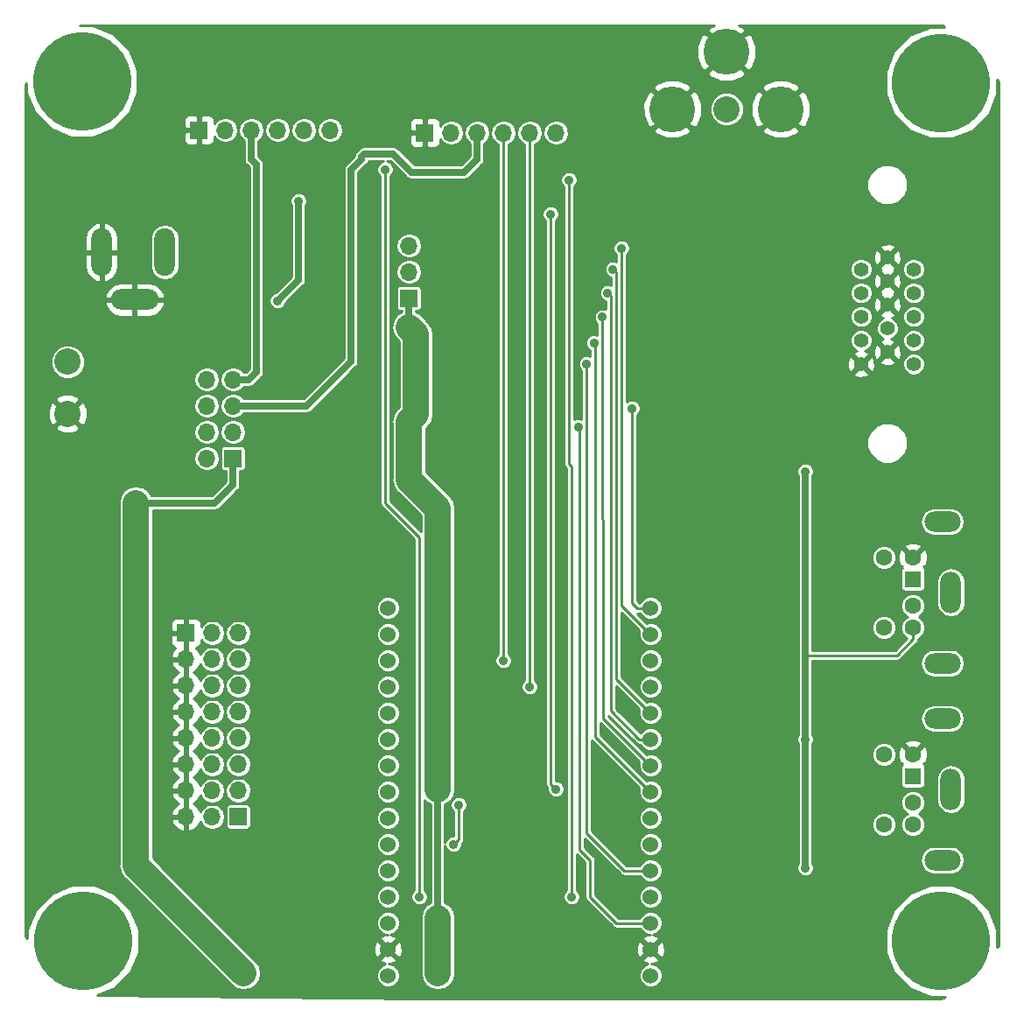
<source format=gbr>
G04 #@! TF.GenerationSoftware,KiCad,Pcbnew,(5.0.2)-1*
G04 #@! TF.CreationDate,2020-01-24T06:31:43-05:00*
G04 #@! TF.ProjectId,ESP32-VGA,45535033-322d-4564-9741-2e6b69636164,2*
G04 #@! TF.SameCoordinates,Original*
G04 #@! TF.FileFunction,Copper,L2,Bot*
G04 #@! TF.FilePolarity,Positive*
%FSLAX46Y46*%
G04 Gerber Fmt 4.6, Leading zero omitted, Abs format (unit mm)*
G04 Created by KiCad (PCBNEW (5.0.2)-1) date 1/24/2020 6:31:43 AM*
%MOMM*%
%LPD*%
G01*
G04 APERTURE LIST*
G04 #@! TA.AperFunction,ComponentPad*
%ADD10C,2.540000*%
G04 #@! TD*
G04 #@! TA.AperFunction,ComponentPad*
%ADD11C,9.525000*%
G04 #@! TD*
G04 #@! TA.AperFunction,ComponentPad*
%ADD12C,1.524000*%
G04 #@! TD*
G04 #@! TA.AperFunction,ComponentPad*
%ADD13O,2.000000X4.600000*%
G04 #@! TD*
G04 #@! TA.AperFunction,ComponentPad*
%ADD14O,4.600000X2.000000*%
G04 #@! TD*
G04 #@! TA.AperFunction,ComponentPad*
%ADD15R,1.700000X1.700000*%
G04 #@! TD*
G04 #@! TA.AperFunction,ComponentPad*
%ADD16O,1.700000X1.700000*%
G04 #@! TD*
G04 #@! TA.AperFunction,ComponentPad*
%ADD17C,1.397000*%
G04 #@! TD*
G04 #@! TA.AperFunction,ComponentPad*
%ADD18O,3.500000X2.000000*%
G04 #@! TD*
G04 #@! TA.AperFunction,ComponentPad*
%ADD19R,1.600000X1.600000*%
G04 #@! TD*
G04 #@! TA.AperFunction,ComponentPad*
%ADD20C,1.600000*%
G04 #@! TD*
G04 #@! TA.AperFunction,ComponentPad*
%ADD21O,2.000000X4.000000*%
G04 #@! TD*
G04 #@! TA.AperFunction,ComponentPad*
%ADD22C,4.445000*%
G04 #@! TD*
G04 #@! TA.AperFunction,ViaPad*
%ADD23C,0.889000*%
G04 #@! TD*
G04 #@! TA.AperFunction,Conductor*
%ADD24C,0.635000*%
G04 #@! TD*
G04 #@! TA.AperFunction,Conductor*
%ADD25C,0.254000*%
G04 #@! TD*
G04 #@! TA.AperFunction,Conductor*
%ADD26C,2.540000*%
G04 #@! TD*
G04 APERTURE END LIST*
D10*
G04 #@! TO.P,J15,2*
G04 #@! TO.N,/DCIN*
X14478000Y-43006000D03*
G04 #@! TO.P,J15,1*
G04 #@! TO.N,GND*
X14478000Y-48006000D03*
G04 #@! TD*
D11*
G04 #@! TO.P,MTG1,1*
G04 #@! TO.N,N/C*
X15875000Y-15875000D03*
G04 #@! TD*
G04 #@! TO.P,MTG2,1*
G04 #@! TO.N,N/C*
X99000000Y-99000000D03*
G04 #@! TD*
G04 #@! TO.P,MTG3,1*
G04 #@! TO.N,N/C*
X16000000Y-99000000D03*
G04 #@! TD*
G04 #@! TO.P,MTG?1,1*
G04 #@! TO.N,N/C*
X99000000Y-16000000D03*
G04 #@! TD*
D12*
G04 #@! TO.P,U1,1*
G04 #@! TO.N,/ESP3V*
X70866000Y-102362000D03*
G04 #@! TO.P,U1,2*
G04 #@! TO.N,GND*
X70866000Y-99822000D03*
G04 #@! TO.P,U1,3*
G04 #@! TO.N,/VSYNC*
X70866000Y-97282000D03*
G04 #@! TO.P,U1,4*
G04 #@! TO.N,/TX2*
X70866000Y-94742000D03*
G04 #@! TO.P,U1,5*
G04 #@! TO.N,/BLULO*
X70866000Y-92202000D03*
G04 #@! TO.P,U1,6*
G04 #@! TO.N,/GP16*
X70866000Y-89662000D03*
G04 #@! TO.P,U1,7*
G04 #@! TO.N,/GP17*
X70866000Y-87122000D03*
G04 #@! TO.P,U1,8*
G04 #@! TO.N,/BLUHI*
X70866000Y-84582000D03*
G04 #@! TO.P,U1,9*
G04 #@! TO.N,/GRNLO*
X70866000Y-82042000D03*
G04 #@! TO.P,U1,10*
G04 #@! TO.N,/GRNHI*
X70866000Y-79502000D03*
G04 #@! TO.P,U1,11*
G04 #@! TO.N,/REDLO*
X70866000Y-76962000D03*
G04 #@! TO.P,U1,12*
G04 #@! TO.N,/RX0*
X70866000Y-74422000D03*
G04 #@! TO.P,U1,13*
G04 #@! TO.N,/TX0*
X70866000Y-71882000D03*
G04 #@! TO.P,U1,14*
G04 #@! TO.N,/REDHI*
X70866000Y-69342000D03*
G04 #@! TO.P,U1,15*
G04 #@! TO.N,/HSYNC*
X70866000Y-66802000D03*
G04 #@! TO.P,U1,16*
G04 #@! TO.N,/EN*
X45466000Y-66802000D03*
G04 #@! TO.P,U1,17*
G04 #@! TO.N,/VP*
X45466000Y-69342000D03*
G04 #@! TO.P,U1,18*
G04 #@! TO.N,/VN*
X45466000Y-71882000D03*
G04 #@! TO.P,U1,19*
G04 #@! TO.N,/GP34*
X45466000Y-74422000D03*
G04 #@! TO.P,U1,20*
G04 #@! TO.N,/GP35*
X45466000Y-76962000D03*
G04 #@! TO.P,U1,21*
G04 #@! TO.N,/KBDAT*
X45466000Y-79502000D03*
G04 #@! TO.P,U1,22*
G04 #@! TO.N,/KBCLK*
X45466000Y-82042000D03*
G04 #@! TO.P,U1,23*
G04 #@! TO.N,/AUDIO*
X45466000Y-84582000D03*
G04 #@! TO.P,U1,24*
G04 #@! TO.N,/MSECLK*
X45466000Y-87122000D03*
G04 #@! TO.P,U1,25*
G04 #@! TO.N,/MSEDAT*
X45466000Y-89662000D03*
G04 #@! TO.P,U1,26*
G04 #@! TO.N,/GP14*
X45466000Y-92202000D03*
G04 #@! TO.P,U1,27*
G04 #@! TO.N,/RX2*
X45466000Y-94742000D03*
G04 #@! TO.P,U1,28*
G04 #@! TO.N,/GP13*
X45466000Y-97282000D03*
G04 #@! TO.P,U1,29*
G04 #@! TO.N,GND*
X45466000Y-99822000D03*
G04 #@! TO.P,U1,30*
G04 #@! TO.N,/VUSB*
X45466000Y-102362000D03*
G04 #@! TD*
D13*
G04 #@! TO.P,J1,2*
G04 #@! TO.N,GND*
X17780000Y-32385000D03*
G04 #@! TO.P,J1,1*
G04 #@! TO.N,/DCIN*
X23880000Y-32385000D03*
D14*
G04 #@! TO.P,J1,3*
G04 #@! TO.N,GND*
X20980000Y-36985000D03*
G04 #@! TD*
D15*
G04 #@! TO.P,H1,1*
G04 #@! TO.N,/ESP3V*
X47498000Y-36830000D03*
D16*
G04 #@! TO.P,H1,2*
G04 #@! TO.N,Net-(F1-Pad2)*
X47498000Y-34290000D03*
G04 #@! TO.P,H1,3*
G04 #@! TO.N,/VO3*
X47498000Y-31750000D03*
G04 #@! TD*
D15*
G04 #@! TO.P,H2,1*
G04 #@! TO.N,/VUSB*
X30480000Y-52324000D03*
D16*
G04 #@! TO.P,H2,2*
G04 #@! TO.N,+5V*
X27940000Y-52324000D03*
G04 #@! TO.P,H2,3*
G04 #@! TO.N,/DCIN*
X30480000Y-49784000D03*
G04 #@! TO.P,H2,4*
G04 #@! TO.N,+5V*
X27940000Y-49784000D03*
G04 #@! TO.P,H2,5*
G04 #@! TO.N,/FTDI5V0*
X30480000Y-47244000D03*
G04 #@! TO.P,H2,6*
G04 #@! TO.N,+5V*
X27940000Y-47244000D03*
G04 #@! TO.P,H2,7*
G04 #@! TO.N,/FTDI5V2*
X30480000Y-44704000D03*
G04 #@! TO.P,H2,8*
G04 #@! TO.N,+5V*
X27940000Y-44704000D03*
G04 #@! TD*
D17*
G04 #@! TO.P,P3,3*
G04 #@! TO.N,Net-(P3-Pad3)*
X91239340Y-38620700D03*
G04 #@! TO.P,P3,2*
G04 #@! TO.N,Net-(P3-Pad2)*
X91239340Y-36334700D03*
G04 #@! TO.P,P3,1*
G04 #@! TO.N,Net-(P3-Pad1)*
X91239340Y-34043620D03*
G04 #@! TO.P,P3,4*
G04 #@! TO.N,Net-(P3-Pad4)*
X91239340Y-40914320D03*
G04 #@! TO.P,P3,5*
G04 #@! TO.N,GND*
X91239340Y-43202860D03*
G04 #@! TO.P,P3,9*
G04 #@! TO.N,Net-(P3-Pad9)*
X93779340Y-39768780D03*
G04 #@! TO.P,P3,8*
G04 #@! TO.N,GND*
X93779340Y-37480240D03*
G04 #@! TO.P,P3,7*
X93779340Y-35189160D03*
G04 #@! TO.P,P3,6*
X93779340Y-32898080D03*
G04 #@! TO.P,P3,10*
X93779340Y-42059860D03*
G04 #@! TO.P,P3,11*
G04 #@! TO.N,Net-(P3-Pad11)*
X96319340Y-34043620D03*
G04 #@! TO.P,P3,12*
G04 #@! TO.N,Net-(P3-Pad12)*
X96319340Y-36334700D03*
G04 #@! TO.P,P3,13*
G04 #@! TO.N,/HSYNC*
X96316800Y-38623240D03*
G04 #@! TO.P,P3,14*
G04 #@! TO.N,/VSYNC*
X96319340Y-40914320D03*
G04 #@! TO.P,P3,15*
G04 #@! TO.N,Net-(P3-Pad15)*
X96319340Y-43202860D03*
G04 #@! TD*
D15*
G04 #@! TO.P,P4,1*
G04 #@! TO.N,/GP13*
X30988000Y-86995000D03*
D16*
G04 #@! TO.P,P4,2*
G04 #@! TO.N,/GP14*
X30988000Y-84455000D03*
G04 #@! TO.P,P4,3*
G04 #@! TO.N,/GP16*
X30988000Y-81915000D03*
G04 #@! TO.P,P4,4*
G04 #@! TO.N,/GP17*
X30988000Y-79375000D03*
G04 #@! TO.P,P4,5*
G04 #@! TO.N,/GP35*
X30988000Y-76835000D03*
G04 #@! TO.P,P4,6*
G04 #@! TO.N,/GP34*
X30988000Y-74295000D03*
G04 #@! TO.P,P4,7*
G04 #@! TO.N,/VN*
X30988000Y-71755000D03*
G04 #@! TO.P,P4,8*
G04 #@! TO.N,/VP*
X30988000Y-69215000D03*
G04 #@! TD*
D18*
G04 #@! TO.P,J3,7*
G04 #@! TO.N,N/C*
X99116000Y-72158000D03*
X99116000Y-58458000D03*
D19*
G04 #@! TO.P,J3,1*
G04 #@! TO.N,Net-(J3-Pad1)*
X96266000Y-64008000D03*
D20*
G04 #@! TO.P,J3,2*
G04 #@! TO.N,Net-(J3-Pad2)*
X96266000Y-66608000D03*
G04 #@! TO.P,J3,3*
G04 #@! TO.N,GND*
X96266000Y-61908000D03*
G04 #@! TO.P,J3,4*
G04 #@! TO.N,+5V*
X96266000Y-68708000D03*
G04 #@! TO.P,J3,5*
G04 #@! TO.N,Net-(J3-Pad5)*
X93466000Y-61908000D03*
G04 #@! TO.P,J3,6*
G04 #@! TO.N,Net-(J3-Pad6)*
X93466000Y-68708000D03*
D21*
G04 #@! TO.P,J3,7*
G04 #@! TO.N,N/C*
X99916000Y-65308000D03*
G04 #@! TD*
G04 #@! TO.P,J4,7*
G04 #@! TO.N,N/C*
X99916000Y-84358000D03*
D20*
G04 #@! TO.P,J4,6*
G04 #@! TO.N,Net-(J4-Pad6)*
X93466000Y-87758000D03*
G04 #@! TO.P,J4,5*
G04 #@! TO.N,Net-(J4-Pad5)*
X93466000Y-80958000D03*
G04 #@! TO.P,J4,4*
G04 #@! TO.N,+5V*
X96266000Y-87758000D03*
G04 #@! TO.P,J4,3*
G04 #@! TO.N,GND*
X96266000Y-80958000D03*
G04 #@! TO.P,J4,2*
G04 #@! TO.N,Net-(J4-Pad2)*
X96266000Y-85658000D03*
D19*
G04 #@! TO.P,J4,1*
G04 #@! TO.N,Net-(J4-Pad1)*
X96266000Y-83058000D03*
D18*
G04 #@! TO.P,J4,7*
G04 #@! TO.N,N/C*
X99116000Y-77508000D03*
X99116000Y-91208000D03*
G04 #@! TD*
D15*
G04 #@! TO.P,P2,1*
G04 #@! TO.N,GND*
X25908000Y-69215000D03*
D16*
G04 #@! TO.P,P2,2*
G04 #@! TO.N,+3V3*
X28448000Y-69215000D03*
G04 #@! TO.P,P2,3*
G04 #@! TO.N,GND*
X25908000Y-71755000D03*
G04 #@! TO.P,P2,4*
G04 #@! TO.N,+3V3*
X28448000Y-71755000D03*
G04 #@! TO.P,P2,5*
G04 #@! TO.N,GND*
X25908000Y-74295000D03*
G04 #@! TO.P,P2,6*
G04 #@! TO.N,+3V3*
X28448000Y-74295000D03*
G04 #@! TO.P,P2,7*
G04 #@! TO.N,GND*
X25908000Y-76835000D03*
G04 #@! TO.P,P2,8*
G04 #@! TO.N,+3V3*
X28448000Y-76835000D03*
G04 #@! TO.P,P2,9*
G04 #@! TO.N,GND*
X25908000Y-79375000D03*
G04 #@! TO.P,P2,10*
G04 #@! TO.N,+3V3*
X28448000Y-79375000D03*
G04 #@! TO.P,P2,11*
G04 #@! TO.N,GND*
X25908000Y-81915000D03*
G04 #@! TO.P,P2,12*
G04 #@! TO.N,+3V3*
X28448000Y-81915000D03*
G04 #@! TO.P,P2,13*
G04 #@! TO.N,GND*
X25908000Y-84455000D03*
G04 #@! TO.P,P2,14*
G04 #@! TO.N,+3V3*
X28448000Y-84455000D03*
G04 #@! TO.P,P2,15*
G04 #@! TO.N,GND*
X25908000Y-86995000D03*
G04 #@! TO.P,P2,16*
G04 #@! TO.N,+3V3*
X28448000Y-86995000D03*
G04 #@! TD*
D22*
G04 #@! TO.P,J5,1*
G04 #@! TO.N,GND*
X78232000Y-13030200D03*
G04 #@! TO.P,J5,2*
X72986900Y-18542000D03*
G04 #@! TO.P,J5,3*
X83477100Y-18542000D03*
D10*
G04 #@! TO.P,J5,4*
G04 #@! TO.N,Net-(C7-Pad2)*
X78232000Y-18542000D03*
G04 #@! TD*
D16*
G04 #@! TO.P,J2,6*
G04 #@! TO.N,Net-(J2-Pad6)*
X61722000Y-20828000D03*
G04 #@! TO.P,J2,5*
G04 #@! TO.N,/RX0*
X59182000Y-20828000D03*
G04 #@! TO.P,J2,4*
G04 #@! TO.N,/TX0*
X56642000Y-20828000D03*
G04 #@! TO.P,J2,3*
G04 #@! TO.N,/FTDI5V0*
X54102000Y-20828000D03*
G04 #@! TO.P,J2,2*
G04 #@! TO.N,Net-(J2-Pad2)*
X51562000Y-20828000D03*
D15*
G04 #@! TO.P,J2,1*
G04 #@! TO.N,GND*
X49022000Y-20828000D03*
G04 #@! TD*
G04 #@! TO.P,J6,1*
G04 #@! TO.N,GND*
X27178000Y-20574000D03*
D16*
G04 #@! TO.P,J6,2*
G04 #@! TO.N,Net-(J6-Pad2)*
X29718000Y-20574000D03*
G04 #@! TO.P,J6,3*
G04 #@! TO.N,/FTDI5V2*
X32258000Y-20574000D03*
G04 #@! TO.P,J6,4*
G04 #@! TO.N,/TX2*
X34798000Y-20574000D03*
G04 #@! TO.P,J6,5*
G04 #@! TO.N,/RX2*
X37338000Y-20574000D03*
G04 #@! TO.P,J6,6*
G04 #@! TO.N,Net-(J6-Pad6)*
X39878000Y-20574000D03*
G04 #@! TD*
D23*
G04 #@! TO.N,+5V*
X85852000Y-53594000D03*
X85852000Y-91948000D03*
X85852000Y-79502000D03*
X34798000Y-37084000D03*
X36830000Y-27432000D03*
G04 #@! TO.N,GND*
X80264000Y-89916000D03*
X40640000Y-36322000D03*
X46228000Y-45466000D03*
X27940000Y-38862000D03*
X83312000Y-102108000D03*
X84582000Y-34290000D03*
X84836000Y-38608000D03*
X84836000Y-43180000D03*
X71120000Y-25917000D03*
G04 #@! TO.N,/TX0*
X56642000Y-71882000D03*
G04 #@! TO.N,/RX0*
X59182000Y-74422000D03*
G04 #@! TO.N,/TX2*
X63246000Y-94742000D03*
X62992000Y-25400000D03*
G04 #@! TO.N,/VUSB*
X31496000Y-102108000D03*
G04 #@! TO.N,/ESP3V*
X50292000Y-102108000D03*
G04 #@! TO.N,/HSYNC*
X69088000Y-47498000D03*
G04 #@! TO.N,/VSYNC*
X63881000Y-49276000D03*
G04 #@! TO.N,/REDHI*
X68072000Y-32004000D03*
G04 #@! TO.N,/REDLO*
X67246500Y-34036000D03*
G04 #@! TO.N,/GRNHI*
X66738500Y-36322000D03*
G04 #@! TO.N,/GRNLO*
X66230500Y-38671500D03*
G04 #@! TO.N,/BLUHI*
X65409053Y-41148201D03*
G04 #@! TO.N,/BLULO*
X64706500Y-43180000D03*
G04 #@! TO.N,/AUDIO*
X61722000Y-84328000D03*
X61214000Y-28702000D03*
G04 #@! TO.N,/MSEDAT*
X52324000Y-85852000D03*
X51816000Y-89662000D03*
G04 #@! TO.N,/RX2*
X45212000Y-24384000D03*
X48514000Y-94742000D03*
G04 #@! TD*
D24*
G04 #@! TO.N,+5V*
X85852000Y-79502000D02*
X85852000Y-91948000D01*
D25*
X96266000Y-69839370D02*
X94731370Y-71374000D01*
X96266000Y-68708000D02*
X96266000Y-69839370D01*
X94731370Y-71374000D02*
X85852000Y-71374000D01*
D24*
X85852000Y-53594000D02*
X85852000Y-71374000D01*
X85852000Y-71374000D02*
X85852000Y-79502000D01*
X34798000Y-37084000D02*
X36830000Y-35052000D01*
X36830000Y-35052000D02*
X36830000Y-27432000D01*
D25*
G04 #@! TO.N,/TX0*
X56642000Y-67564000D02*
X56642000Y-71882000D01*
X56642000Y-67564000D02*
X56642000Y-20828000D01*
G04 #@! TO.N,/RX0*
X59182000Y-20828000D02*
X59182000Y-74422000D01*
G04 #@! TO.N,/TX2*
X63246000Y-94742000D02*
X63246000Y-53086000D01*
X62992000Y-49608742D02*
X62992000Y-25400000D01*
X63246000Y-53086000D02*
X62992000Y-52832000D01*
X62992000Y-52832000D02*
X62992000Y-49608742D01*
D26*
G04 #@! TO.N,/VUSB*
X31496000Y-102108000D02*
X21082000Y-91694000D01*
D24*
X28702000Y-56642000D02*
X21082000Y-56642000D01*
X30480000Y-54864000D02*
X28702000Y-56642000D01*
X30480000Y-52324000D02*
X30480000Y-54864000D01*
D26*
X21082000Y-91694000D02*
X21082000Y-56642000D01*
G04 #@! TO.N,/ESP3V*
X50292000Y-102108000D02*
X50292000Y-96774000D01*
X50292000Y-57150000D02*
X47498000Y-54356000D01*
X50292000Y-84328000D02*
X50292000Y-57150000D01*
D24*
X50292000Y-84328000D02*
X50292000Y-96774000D01*
D26*
X48196501Y-40322501D02*
X47498000Y-39624000D01*
X48196501Y-48069499D02*
X48196501Y-40322501D01*
X47498000Y-48768000D02*
X48196501Y-48069499D01*
X47498000Y-54356000D02*
X47498000Y-48768000D01*
D24*
X47498000Y-36830000D02*
X47498000Y-39624000D01*
G04 #@! TO.N,/FTDI5V0*
X42926001Y-23367999D02*
X42926001Y-23113999D01*
X41910000Y-24384000D02*
X42926001Y-23367999D01*
X42926001Y-23113999D02*
X43180000Y-22860000D01*
X43180000Y-22860000D02*
X45974000Y-22860000D01*
X45974000Y-22860000D02*
X47752000Y-24638000D01*
X47752000Y-24638000D02*
X52832000Y-24638000D01*
X54102000Y-23368000D02*
X54102000Y-20828000D01*
X52832000Y-24638000D02*
X54102000Y-23368000D01*
X37592000Y-47244000D02*
X41910000Y-42926000D01*
X30480000Y-47244000D02*
X37592000Y-47244000D01*
X41910000Y-42926000D02*
X41910000Y-24384000D01*
G04 #@! TO.N,/FTDI5V2*
X30480000Y-44704000D02*
X32004000Y-44704000D01*
X32004000Y-44704000D02*
X32766000Y-43942000D01*
X32766000Y-43942000D02*
X32766000Y-23876000D01*
X32258000Y-23368000D02*
X32258000Y-20574000D01*
X32766000Y-23876000D02*
X32258000Y-23368000D01*
D25*
G04 #@! TO.N,/HSYNC*
X70866000Y-66802000D02*
X69596000Y-66802000D01*
X69596000Y-66802000D02*
X69088000Y-66294000D01*
X69088000Y-66294000D02*
X69088000Y-47498000D01*
G04 #@! TO.N,/VSYNC*
X67564000Y-97282000D02*
X70866000Y-97282000D01*
X65024000Y-94742000D02*
X67564000Y-97282000D01*
X65024000Y-91186000D02*
X65024000Y-94742000D01*
X64008000Y-90170000D02*
X65024000Y-91186000D01*
X64008000Y-49403000D02*
X64008000Y-90170000D01*
X63881000Y-49276000D02*
X64008000Y-49403000D01*
G04 #@! TO.N,/REDHI*
X70866000Y-69342000D02*
X68072000Y-66548000D01*
X68072000Y-66548000D02*
X68072000Y-32004000D01*
G04 #@! TO.N,/REDLO*
X70866000Y-76962000D02*
X67564000Y-73660000D01*
X67564000Y-73660000D02*
X67564000Y-34353500D01*
X67246500Y-34036000D02*
X67564000Y-34353500D01*
G04 #@! TO.N,/GRNHI*
X70866000Y-79502000D02*
X69788370Y-79502000D01*
X69788370Y-79502000D02*
X67056000Y-76769630D01*
X67056000Y-76769630D02*
X67056000Y-36639500D01*
X66738500Y-36322000D02*
X67056000Y-36639500D01*
G04 #@! TO.N,/GRNLO*
X70866000Y-82042000D02*
X66294000Y-77470000D01*
X66294000Y-77470000D02*
X66230500Y-38671500D01*
X66230500Y-38671500D02*
X66294000Y-38671500D01*
G04 #@! TO.N,/BLUHI*
X70866000Y-84582000D02*
X65532000Y-79248000D01*
X65532000Y-79248000D02*
X65532000Y-41211500D01*
G04 #@! TO.N,/BLULO*
X70866000Y-92202000D02*
X68326000Y-92202000D01*
X68326000Y-92202000D02*
X64706500Y-88582500D01*
X64706500Y-88582500D02*
X64706500Y-43180000D01*
X64706500Y-88582500D02*
X64706500Y-85852000D01*
G04 #@! TO.N,/AUDIO*
X61722000Y-84328000D02*
X61214000Y-83820000D01*
X61214000Y-83820000D02*
X61214000Y-28702000D01*
G04 #@! TO.N,/MSEDAT*
X52324000Y-85852000D02*
X52324000Y-89154000D01*
X52324000Y-89154000D02*
X51816000Y-89662000D01*
G04 #@! TO.N,/RX2*
X45212000Y-24384000D02*
X45212000Y-56642000D01*
X45212000Y-56642000D02*
X48514000Y-59944000D01*
X48514000Y-59944000D02*
X48514000Y-94742000D01*
G04 #@! TD*
G04 #@! TO.N,GND*
G36*
X76623871Y-10600735D02*
X76375984Y-10994579D01*
X78232000Y-12850595D01*
X80088016Y-10994579D01*
X79840129Y-10600735D01*
X79425276Y-10431000D01*
X98982310Y-10431000D01*
X99166541Y-10446147D01*
X99322894Y-10602500D01*
X97926371Y-10602500D01*
X95942562Y-11424221D01*
X94424221Y-12942562D01*
X93602500Y-14926371D01*
X93602500Y-17073629D01*
X94424221Y-19057438D01*
X95942562Y-20575779D01*
X97926371Y-21397500D01*
X100073629Y-21397500D01*
X102057438Y-20575779D01*
X103575779Y-19057438D01*
X104397500Y-17073629D01*
X104397500Y-15677106D01*
X104561004Y-15840610D01*
X104569000Y-16010167D01*
X104569001Y-98982297D01*
X104527480Y-99487330D01*
X104397500Y-99612110D01*
X104397500Y-97926371D01*
X103575779Y-95942562D01*
X102057438Y-94424221D01*
X100073629Y-93602500D01*
X97926371Y-93602500D01*
X95942562Y-94424221D01*
X94424221Y-95942562D01*
X93602500Y-97926371D01*
X93602500Y-100073629D01*
X94424221Y-102057438D01*
X95942562Y-103575779D01*
X97926371Y-104397500D01*
X99412720Y-104397500D01*
X99246691Y-104556887D01*
X98989833Y-104569000D01*
X49126642Y-104569000D01*
X17369486Y-104274952D01*
X19057438Y-103575779D01*
X20575779Y-102057438D01*
X21397500Y-100073629D01*
X21397500Y-97926371D01*
X20575779Y-95942562D01*
X19057438Y-94424221D01*
X17073629Y-93602500D01*
X14926371Y-93602500D01*
X12942562Y-94424221D01*
X11424221Y-95942562D01*
X10602500Y-97926371D01*
X10602500Y-98786530D01*
X10431000Y-98628750D01*
X10431000Y-91694000D01*
X19398655Y-91694000D01*
X19431000Y-91856608D01*
X19526792Y-92338187D01*
X19891695Y-92884305D01*
X20029552Y-92976418D01*
X30443548Y-103390415D01*
X30851811Y-103663207D01*
X31495999Y-103791345D01*
X32140188Y-103663207D01*
X32686304Y-103298304D01*
X33051207Y-102752188D01*
X33174045Y-102134643D01*
X44323000Y-102134643D01*
X44323000Y-102589357D01*
X44497011Y-103009458D01*
X44818542Y-103330989D01*
X45238643Y-103505000D01*
X45693357Y-103505000D01*
X46113458Y-103330989D01*
X46434989Y-103009458D01*
X46609000Y-102589357D01*
X46609000Y-102134643D01*
X46434989Y-101714542D01*
X46113458Y-101393011D01*
X45693357Y-101219000D01*
X45500931Y-101219000D01*
X45813368Y-101203362D01*
X46197143Y-101044397D01*
X46266608Y-100802213D01*
X45466000Y-100001605D01*
X44665392Y-100802213D01*
X44734857Y-101044397D01*
X45231989Y-101221756D01*
X44818542Y-101393011D01*
X44497011Y-101714542D01*
X44323000Y-102134643D01*
X33174045Y-102134643D01*
X33179345Y-102107999D01*
X33051207Y-101463811D01*
X32778415Y-101055548D01*
X31337169Y-99614302D01*
X44056856Y-99614302D01*
X44084638Y-100169368D01*
X44243603Y-100553143D01*
X44485787Y-100622608D01*
X45286395Y-99822000D01*
X45645605Y-99822000D01*
X46446213Y-100622608D01*
X46688397Y-100553143D01*
X46875144Y-100029698D01*
X46847362Y-99474632D01*
X46688397Y-99090857D01*
X46446213Y-99021392D01*
X45645605Y-99822000D01*
X45286395Y-99822000D01*
X44485787Y-99021392D01*
X44243603Y-99090857D01*
X44056856Y-99614302D01*
X31337169Y-99614302D01*
X28777510Y-97054643D01*
X44323000Y-97054643D01*
X44323000Y-97509357D01*
X44497011Y-97929458D01*
X44818542Y-98250989D01*
X45238643Y-98425000D01*
X45431069Y-98425000D01*
X45118632Y-98440638D01*
X44734857Y-98599603D01*
X44665392Y-98841787D01*
X45466000Y-99642395D01*
X46266608Y-98841787D01*
X46197143Y-98599603D01*
X45700011Y-98422244D01*
X46113458Y-98250989D01*
X46434989Y-97929458D01*
X46609000Y-97509357D01*
X46609000Y-97054643D01*
X46434989Y-96634542D01*
X46113458Y-96313011D01*
X45693357Y-96139000D01*
X45238643Y-96139000D01*
X44818542Y-96313011D01*
X44497011Y-96634542D01*
X44323000Y-97054643D01*
X28777510Y-97054643D01*
X26237510Y-94514643D01*
X44323000Y-94514643D01*
X44323000Y-94969357D01*
X44497011Y-95389458D01*
X44818542Y-95710989D01*
X45238643Y-95885000D01*
X45693357Y-95885000D01*
X46113458Y-95710989D01*
X46434989Y-95389458D01*
X46609000Y-94969357D01*
X46609000Y-94514643D01*
X46434989Y-94094542D01*
X46113458Y-93773011D01*
X45693357Y-93599000D01*
X45238643Y-93599000D01*
X44818542Y-93773011D01*
X44497011Y-94094542D01*
X44323000Y-94514643D01*
X26237510Y-94514643D01*
X23697510Y-91974643D01*
X44323000Y-91974643D01*
X44323000Y-92429357D01*
X44497011Y-92849458D01*
X44818542Y-93170989D01*
X45238643Y-93345000D01*
X45693357Y-93345000D01*
X46113458Y-93170989D01*
X46434989Y-92849458D01*
X46609000Y-92429357D01*
X46609000Y-91974643D01*
X46434989Y-91554542D01*
X46113458Y-91233011D01*
X45693357Y-91059000D01*
X45238643Y-91059000D01*
X44818542Y-91233011D01*
X44497011Y-91554542D01*
X44323000Y-91974643D01*
X23697510Y-91974643D01*
X22733000Y-91010134D01*
X22733000Y-89434643D01*
X44323000Y-89434643D01*
X44323000Y-89889357D01*
X44497011Y-90309458D01*
X44818542Y-90630989D01*
X45238643Y-90805000D01*
X45693357Y-90805000D01*
X46113458Y-90630989D01*
X46434989Y-90309458D01*
X46609000Y-89889357D01*
X46609000Y-89434643D01*
X46434989Y-89014542D01*
X46113458Y-88693011D01*
X45693357Y-88519000D01*
X45238643Y-88519000D01*
X44818542Y-88693011D01*
X44497011Y-89014542D01*
X44323000Y-89434643D01*
X22733000Y-89434643D01*
X22733000Y-87351890D01*
X24466524Y-87351890D01*
X24636355Y-87761924D01*
X25026642Y-88190183D01*
X25551108Y-88436486D01*
X25781000Y-88315819D01*
X25781000Y-87122000D01*
X24587845Y-87122000D01*
X24466524Y-87351890D01*
X22733000Y-87351890D01*
X22733000Y-84811890D01*
X24466524Y-84811890D01*
X24636355Y-85221924D01*
X25026642Y-85650183D01*
X25185954Y-85725000D01*
X25026642Y-85799817D01*
X24636355Y-86228076D01*
X24466524Y-86638110D01*
X24587845Y-86868000D01*
X25781000Y-86868000D01*
X25781000Y-84582000D01*
X24587845Y-84582000D01*
X24466524Y-84811890D01*
X22733000Y-84811890D01*
X22733000Y-82271890D01*
X24466524Y-82271890D01*
X24636355Y-82681924D01*
X25026642Y-83110183D01*
X25185954Y-83185000D01*
X25026642Y-83259817D01*
X24636355Y-83688076D01*
X24466524Y-84098110D01*
X24587845Y-84328000D01*
X25781000Y-84328000D01*
X25781000Y-82042000D01*
X24587845Y-82042000D01*
X24466524Y-82271890D01*
X22733000Y-82271890D01*
X22733000Y-79731890D01*
X24466524Y-79731890D01*
X24636355Y-80141924D01*
X25026642Y-80570183D01*
X25185954Y-80645000D01*
X25026642Y-80719817D01*
X24636355Y-81148076D01*
X24466524Y-81558110D01*
X24587845Y-81788000D01*
X25781000Y-81788000D01*
X25781000Y-79502000D01*
X24587845Y-79502000D01*
X24466524Y-79731890D01*
X22733000Y-79731890D01*
X22733000Y-77191890D01*
X24466524Y-77191890D01*
X24636355Y-77601924D01*
X25026642Y-78030183D01*
X25185954Y-78105000D01*
X25026642Y-78179817D01*
X24636355Y-78608076D01*
X24466524Y-79018110D01*
X24587845Y-79248000D01*
X25781000Y-79248000D01*
X25781000Y-76962000D01*
X24587845Y-76962000D01*
X24466524Y-77191890D01*
X22733000Y-77191890D01*
X22733000Y-74651890D01*
X24466524Y-74651890D01*
X24636355Y-75061924D01*
X25026642Y-75490183D01*
X25185954Y-75565000D01*
X25026642Y-75639817D01*
X24636355Y-76068076D01*
X24466524Y-76478110D01*
X24587845Y-76708000D01*
X25781000Y-76708000D01*
X25781000Y-74422000D01*
X24587845Y-74422000D01*
X24466524Y-74651890D01*
X22733000Y-74651890D01*
X22733000Y-72111890D01*
X24466524Y-72111890D01*
X24636355Y-72521924D01*
X25026642Y-72950183D01*
X25185954Y-73025000D01*
X25026642Y-73099817D01*
X24636355Y-73528076D01*
X24466524Y-73938110D01*
X24587845Y-74168000D01*
X25781000Y-74168000D01*
X25781000Y-71882000D01*
X24587845Y-71882000D01*
X24466524Y-72111890D01*
X22733000Y-72111890D01*
X22733000Y-69500750D01*
X24423000Y-69500750D01*
X24423000Y-70191310D01*
X24519673Y-70424699D01*
X24698302Y-70603327D01*
X24907878Y-70690136D01*
X24636355Y-70988076D01*
X24466524Y-71398110D01*
X24587845Y-71628000D01*
X25781000Y-71628000D01*
X25781000Y-69342000D01*
X24581750Y-69342000D01*
X24423000Y-69500750D01*
X22733000Y-69500750D01*
X22733000Y-68238690D01*
X24423000Y-68238690D01*
X24423000Y-68929250D01*
X24581750Y-69088000D01*
X25781000Y-69088000D01*
X25781000Y-67888750D01*
X26035000Y-67888750D01*
X26035000Y-69088000D01*
X26055000Y-69088000D01*
X26055000Y-69342000D01*
X26035000Y-69342000D01*
X26035000Y-71628000D01*
X26055000Y-71628000D01*
X26055000Y-71882000D01*
X26035000Y-71882000D01*
X26035000Y-74168000D01*
X26055000Y-74168000D01*
X26055000Y-74422000D01*
X26035000Y-74422000D01*
X26035000Y-76708000D01*
X26055000Y-76708000D01*
X26055000Y-76962000D01*
X26035000Y-76962000D01*
X26035000Y-79248000D01*
X26055000Y-79248000D01*
X26055000Y-79502000D01*
X26035000Y-79502000D01*
X26035000Y-81788000D01*
X26055000Y-81788000D01*
X26055000Y-82042000D01*
X26035000Y-82042000D01*
X26035000Y-84328000D01*
X26055000Y-84328000D01*
X26055000Y-84582000D01*
X26035000Y-84582000D01*
X26035000Y-86868000D01*
X26055000Y-86868000D01*
X26055000Y-87122000D01*
X26035000Y-87122000D01*
X26035000Y-88315819D01*
X26264892Y-88436486D01*
X26789358Y-88190183D01*
X27179645Y-87761924D01*
X27294555Y-87484488D01*
X27560499Y-87882501D01*
X27967688Y-88154576D01*
X28326761Y-88226000D01*
X28569239Y-88226000D01*
X28928312Y-88154576D01*
X29335501Y-87882501D01*
X29607576Y-87475312D01*
X29703116Y-86995000D01*
X29607576Y-86514688D01*
X29360559Y-86145000D01*
X29749536Y-86145000D01*
X29749536Y-87845000D01*
X29779106Y-87993659D01*
X29863314Y-88119686D01*
X29989341Y-88203894D01*
X30138000Y-88233464D01*
X31838000Y-88233464D01*
X31986659Y-88203894D01*
X32112686Y-88119686D01*
X32196894Y-87993659D01*
X32226464Y-87845000D01*
X32226464Y-86894643D01*
X44323000Y-86894643D01*
X44323000Y-87349357D01*
X44497011Y-87769458D01*
X44818542Y-88090989D01*
X45238643Y-88265000D01*
X45693357Y-88265000D01*
X46113458Y-88090989D01*
X46434989Y-87769458D01*
X46609000Y-87349357D01*
X46609000Y-86894643D01*
X46434989Y-86474542D01*
X46113458Y-86153011D01*
X45693357Y-85979000D01*
X45238643Y-85979000D01*
X44818542Y-86153011D01*
X44497011Y-86474542D01*
X44323000Y-86894643D01*
X32226464Y-86894643D01*
X32226464Y-86145000D01*
X32196894Y-85996341D01*
X32112686Y-85870314D01*
X31986659Y-85786106D01*
X31838000Y-85756536D01*
X30138000Y-85756536D01*
X29989341Y-85786106D01*
X29863314Y-85870314D01*
X29779106Y-85996341D01*
X29749536Y-86145000D01*
X29360559Y-86145000D01*
X29335501Y-86107499D01*
X28928312Y-85835424D01*
X28569239Y-85764000D01*
X28326761Y-85764000D01*
X27967688Y-85835424D01*
X27560499Y-86107499D01*
X27294555Y-86505512D01*
X27179645Y-86228076D01*
X26789358Y-85799817D01*
X26630046Y-85725000D01*
X26789358Y-85650183D01*
X27179645Y-85221924D01*
X27294555Y-84944488D01*
X27560499Y-85342501D01*
X27967688Y-85614576D01*
X28326761Y-85686000D01*
X28569239Y-85686000D01*
X28928312Y-85614576D01*
X29335501Y-85342501D01*
X29607576Y-84935312D01*
X29703116Y-84455000D01*
X29732884Y-84455000D01*
X29828424Y-84935312D01*
X30100499Y-85342501D01*
X30507688Y-85614576D01*
X30866761Y-85686000D01*
X31109239Y-85686000D01*
X31468312Y-85614576D01*
X31875501Y-85342501D01*
X32147576Y-84935312D01*
X32243116Y-84455000D01*
X32223154Y-84354643D01*
X44323000Y-84354643D01*
X44323000Y-84809357D01*
X44497011Y-85229458D01*
X44818542Y-85550989D01*
X45238643Y-85725000D01*
X45693357Y-85725000D01*
X46113458Y-85550989D01*
X46434989Y-85229458D01*
X46609000Y-84809357D01*
X46609000Y-84354643D01*
X46434989Y-83934542D01*
X46113458Y-83613011D01*
X45693357Y-83439000D01*
X45238643Y-83439000D01*
X44818542Y-83613011D01*
X44497011Y-83934542D01*
X44323000Y-84354643D01*
X32223154Y-84354643D01*
X32147576Y-83974688D01*
X31875501Y-83567499D01*
X31468312Y-83295424D01*
X31109239Y-83224000D01*
X30866761Y-83224000D01*
X30507688Y-83295424D01*
X30100499Y-83567499D01*
X29828424Y-83974688D01*
X29732884Y-84455000D01*
X29703116Y-84455000D01*
X29607576Y-83974688D01*
X29335501Y-83567499D01*
X28928312Y-83295424D01*
X28569239Y-83224000D01*
X28326761Y-83224000D01*
X27967688Y-83295424D01*
X27560499Y-83567499D01*
X27294555Y-83965512D01*
X27179645Y-83688076D01*
X26789358Y-83259817D01*
X26630046Y-83185000D01*
X26789358Y-83110183D01*
X27179645Y-82681924D01*
X27294555Y-82404488D01*
X27560499Y-82802501D01*
X27967688Y-83074576D01*
X28326761Y-83146000D01*
X28569239Y-83146000D01*
X28928312Y-83074576D01*
X29335501Y-82802501D01*
X29607576Y-82395312D01*
X29703116Y-81915000D01*
X29732884Y-81915000D01*
X29828424Y-82395312D01*
X30100499Y-82802501D01*
X30507688Y-83074576D01*
X30866761Y-83146000D01*
X31109239Y-83146000D01*
X31468312Y-83074576D01*
X31875501Y-82802501D01*
X32147576Y-82395312D01*
X32243116Y-81915000D01*
X32223154Y-81814643D01*
X44323000Y-81814643D01*
X44323000Y-82269357D01*
X44497011Y-82689458D01*
X44818542Y-83010989D01*
X45238643Y-83185000D01*
X45693357Y-83185000D01*
X46113458Y-83010989D01*
X46434989Y-82689458D01*
X46609000Y-82269357D01*
X46609000Y-81814643D01*
X46434989Y-81394542D01*
X46113458Y-81073011D01*
X45693357Y-80899000D01*
X45238643Y-80899000D01*
X44818542Y-81073011D01*
X44497011Y-81394542D01*
X44323000Y-81814643D01*
X32223154Y-81814643D01*
X32147576Y-81434688D01*
X31875501Y-81027499D01*
X31468312Y-80755424D01*
X31109239Y-80684000D01*
X30866761Y-80684000D01*
X30507688Y-80755424D01*
X30100499Y-81027499D01*
X29828424Y-81434688D01*
X29732884Y-81915000D01*
X29703116Y-81915000D01*
X29607576Y-81434688D01*
X29335501Y-81027499D01*
X28928312Y-80755424D01*
X28569239Y-80684000D01*
X28326761Y-80684000D01*
X27967688Y-80755424D01*
X27560499Y-81027499D01*
X27294555Y-81425512D01*
X27179645Y-81148076D01*
X26789358Y-80719817D01*
X26630046Y-80645000D01*
X26789358Y-80570183D01*
X27179645Y-80141924D01*
X27294555Y-79864488D01*
X27560499Y-80262501D01*
X27967688Y-80534576D01*
X28326761Y-80606000D01*
X28569239Y-80606000D01*
X28928312Y-80534576D01*
X29335501Y-80262501D01*
X29607576Y-79855312D01*
X29703116Y-79375000D01*
X29732884Y-79375000D01*
X29828424Y-79855312D01*
X30100499Y-80262501D01*
X30507688Y-80534576D01*
X30866761Y-80606000D01*
X31109239Y-80606000D01*
X31468312Y-80534576D01*
X31875501Y-80262501D01*
X32147576Y-79855312D01*
X32243116Y-79375000D01*
X32223154Y-79274643D01*
X44323000Y-79274643D01*
X44323000Y-79729357D01*
X44497011Y-80149458D01*
X44818542Y-80470989D01*
X45238643Y-80645000D01*
X45693357Y-80645000D01*
X46113458Y-80470989D01*
X46434989Y-80149458D01*
X46609000Y-79729357D01*
X46609000Y-79274643D01*
X46434989Y-78854542D01*
X46113458Y-78533011D01*
X45693357Y-78359000D01*
X45238643Y-78359000D01*
X44818542Y-78533011D01*
X44497011Y-78854542D01*
X44323000Y-79274643D01*
X32223154Y-79274643D01*
X32147576Y-78894688D01*
X31875501Y-78487499D01*
X31468312Y-78215424D01*
X31109239Y-78144000D01*
X30866761Y-78144000D01*
X30507688Y-78215424D01*
X30100499Y-78487499D01*
X29828424Y-78894688D01*
X29732884Y-79375000D01*
X29703116Y-79375000D01*
X29607576Y-78894688D01*
X29335501Y-78487499D01*
X28928312Y-78215424D01*
X28569239Y-78144000D01*
X28326761Y-78144000D01*
X27967688Y-78215424D01*
X27560499Y-78487499D01*
X27294555Y-78885512D01*
X27179645Y-78608076D01*
X26789358Y-78179817D01*
X26630046Y-78105000D01*
X26789358Y-78030183D01*
X27179645Y-77601924D01*
X27294555Y-77324488D01*
X27560499Y-77722501D01*
X27967688Y-77994576D01*
X28326761Y-78066000D01*
X28569239Y-78066000D01*
X28928312Y-77994576D01*
X29335501Y-77722501D01*
X29607576Y-77315312D01*
X29703116Y-76835000D01*
X29732884Y-76835000D01*
X29828424Y-77315312D01*
X30100499Y-77722501D01*
X30507688Y-77994576D01*
X30866761Y-78066000D01*
X31109239Y-78066000D01*
X31468312Y-77994576D01*
X31875501Y-77722501D01*
X32147576Y-77315312D01*
X32243116Y-76835000D01*
X32223154Y-76734643D01*
X44323000Y-76734643D01*
X44323000Y-77189357D01*
X44497011Y-77609458D01*
X44818542Y-77930989D01*
X45238643Y-78105000D01*
X45693357Y-78105000D01*
X46113458Y-77930989D01*
X46434989Y-77609458D01*
X46609000Y-77189357D01*
X46609000Y-76734643D01*
X46434989Y-76314542D01*
X46113458Y-75993011D01*
X45693357Y-75819000D01*
X45238643Y-75819000D01*
X44818542Y-75993011D01*
X44497011Y-76314542D01*
X44323000Y-76734643D01*
X32223154Y-76734643D01*
X32147576Y-76354688D01*
X31875501Y-75947499D01*
X31468312Y-75675424D01*
X31109239Y-75604000D01*
X30866761Y-75604000D01*
X30507688Y-75675424D01*
X30100499Y-75947499D01*
X29828424Y-76354688D01*
X29732884Y-76835000D01*
X29703116Y-76835000D01*
X29607576Y-76354688D01*
X29335501Y-75947499D01*
X28928312Y-75675424D01*
X28569239Y-75604000D01*
X28326761Y-75604000D01*
X27967688Y-75675424D01*
X27560499Y-75947499D01*
X27294555Y-76345512D01*
X27179645Y-76068076D01*
X26789358Y-75639817D01*
X26630046Y-75565000D01*
X26789358Y-75490183D01*
X27179645Y-75061924D01*
X27294555Y-74784488D01*
X27560499Y-75182501D01*
X27967688Y-75454576D01*
X28326761Y-75526000D01*
X28569239Y-75526000D01*
X28928312Y-75454576D01*
X29335501Y-75182501D01*
X29607576Y-74775312D01*
X29703116Y-74295000D01*
X29732884Y-74295000D01*
X29828424Y-74775312D01*
X30100499Y-75182501D01*
X30507688Y-75454576D01*
X30866761Y-75526000D01*
X31109239Y-75526000D01*
X31468312Y-75454576D01*
X31875501Y-75182501D01*
X32147576Y-74775312D01*
X32243116Y-74295000D01*
X32223154Y-74194643D01*
X44323000Y-74194643D01*
X44323000Y-74649357D01*
X44497011Y-75069458D01*
X44818542Y-75390989D01*
X45238643Y-75565000D01*
X45693357Y-75565000D01*
X46113458Y-75390989D01*
X46434989Y-75069458D01*
X46609000Y-74649357D01*
X46609000Y-74194643D01*
X46434989Y-73774542D01*
X46113458Y-73453011D01*
X45693357Y-73279000D01*
X45238643Y-73279000D01*
X44818542Y-73453011D01*
X44497011Y-73774542D01*
X44323000Y-74194643D01*
X32223154Y-74194643D01*
X32147576Y-73814688D01*
X31875501Y-73407499D01*
X31468312Y-73135424D01*
X31109239Y-73064000D01*
X30866761Y-73064000D01*
X30507688Y-73135424D01*
X30100499Y-73407499D01*
X29828424Y-73814688D01*
X29732884Y-74295000D01*
X29703116Y-74295000D01*
X29607576Y-73814688D01*
X29335501Y-73407499D01*
X28928312Y-73135424D01*
X28569239Y-73064000D01*
X28326761Y-73064000D01*
X27967688Y-73135424D01*
X27560499Y-73407499D01*
X27294555Y-73805512D01*
X27179645Y-73528076D01*
X26789358Y-73099817D01*
X26630046Y-73025000D01*
X26789358Y-72950183D01*
X27179645Y-72521924D01*
X27294555Y-72244488D01*
X27560499Y-72642501D01*
X27967688Y-72914576D01*
X28326761Y-72986000D01*
X28569239Y-72986000D01*
X28928312Y-72914576D01*
X29335501Y-72642501D01*
X29607576Y-72235312D01*
X29703116Y-71755000D01*
X29732884Y-71755000D01*
X29828424Y-72235312D01*
X30100499Y-72642501D01*
X30507688Y-72914576D01*
X30866761Y-72986000D01*
X31109239Y-72986000D01*
X31468312Y-72914576D01*
X31875501Y-72642501D01*
X32147576Y-72235312D01*
X32243116Y-71755000D01*
X32223154Y-71654643D01*
X44323000Y-71654643D01*
X44323000Y-72109357D01*
X44497011Y-72529458D01*
X44818542Y-72850989D01*
X45238643Y-73025000D01*
X45693357Y-73025000D01*
X46113458Y-72850989D01*
X46434989Y-72529458D01*
X46609000Y-72109357D01*
X46609000Y-71654643D01*
X46434989Y-71234542D01*
X46113458Y-70913011D01*
X45693357Y-70739000D01*
X45238643Y-70739000D01*
X44818542Y-70913011D01*
X44497011Y-71234542D01*
X44323000Y-71654643D01*
X32223154Y-71654643D01*
X32147576Y-71274688D01*
X31875501Y-70867499D01*
X31468312Y-70595424D01*
X31109239Y-70524000D01*
X30866761Y-70524000D01*
X30507688Y-70595424D01*
X30100499Y-70867499D01*
X29828424Y-71274688D01*
X29732884Y-71755000D01*
X29703116Y-71755000D01*
X29607576Y-71274688D01*
X29335501Y-70867499D01*
X28928312Y-70595424D01*
X28569239Y-70524000D01*
X28326761Y-70524000D01*
X27967688Y-70595424D01*
X27560499Y-70867499D01*
X27294555Y-71265512D01*
X27179645Y-70988076D01*
X26908122Y-70690136D01*
X27117698Y-70603327D01*
X27296327Y-70424699D01*
X27393000Y-70191310D01*
X27393000Y-69851821D01*
X27560499Y-70102501D01*
X27967688Y-70374576D01*
X28326761Y-70446000D01*
X28569239Y-70446000D01*
X28928312Y-70374576D01*
X29335501Y-70102501D01*
X29607576Y-69695312D01*
X29703116Y-69215000D01*
X29732884Y-69215000D01*
X29828424Y-69695312D01*
X30100499Y-70102501D01*
X30507688Y-70374576D01*
X30866761Y-70446000D01*
X31109239Y-70446000D01*
X31468312Y-70374576D01*
X31875501Y-70102501D01*
X32147576Y-69695312D01*
X32243116Y-69215000D01*
X32223154Y-69114643D01*
X44323000Y-69114643D01*
X44323000Y-69569357D01*
X44497011Y-69989458D01*
X44818542Y-70310989D01*
X45238643Y-70485000D01*
X45693357Y-70485000D01*
X46113458Y-70310989D01*
X46434989Y-69989458D01*
X46609000Y-69569357D01*
X46609000Y-69114643D01*
X46434989Y-68694542D01*
X46113458Y-68373011D01*
X45693357Y-68199000D01*
X45238643Y-68199000D01*
X44818542Y-68373011D01*
X44497011Y-68694542D01*
X44323000Y-69114643D01*
X32223154Y-69114643D01*
X32147576Y-68734688D01*
X31875501Y-68327499D01*
X31468312Y-68055424D01*
X31109239Y-67984000D01*
X30866761Y-67984000D01*
X30507688Y-68055424D01*
X30100499Y-68327499D01*
X29828424Y-68734688D01*
X29732884Y-69215000D01*
X29703116Y-69215000D01*
X29607576Y-68734688D01*
X29335501Y-68327499D01*
X28928312Y-68055424D01*
X28569239Y-67984000D01*
X28326761Y-67984000D01*
X27967688Y-68055424D01*
X27560499Y-68327499D01*
X27393000Y-68578179D01*
X27393000Y-68238690D01*
X27296327Y-68005301D01*
X27117698Y-67826673D01*
X26884309Y-67730000D01*
X26193750Y-67730000D01*
X26035000Y-67888750D01*
X25781000Y-67888750D01*
X25622250Y-67730000D01*
X24931691Y-67730000D01*
X24698302Y-67826673D01*
X24519673Y-68005301D01*
X24423000Y-68238690D01*
X22733000Y-68238690D01*
X22733000Y-66574643D01*
X44323000Y-66574643D01*
X44323000Y-67029357D01*
X44497011Y-67449458D01*
X44818542Y-67770989D01*
X45238643Y-67945000D01*
X45693357Y-67945000D01*
X46113458Y-67770989D01*
X46434989Y-67449458D01*
X46609000Y-67029357D01*
X46609000Y-66574643D01*
X46434989Y-66154542D01*
X46113458Y-65833011D01*
X45693357Y-65659000D01*
X45238643Y-65659000D01*
X44818542Y-65833011D01*
X44497011Y-66154542D01*
X44323000Y-66574643D01*
X22733000Y-66574643D01*
X22733000Y-57340500D01*
X28633210Y-57340500D01*
X28702000Y-57354183D01*
X28770790Y-57340500D01*
X28770794Y-57340500D01*
X28974541Y-57299972D01*
X29205590Y-57145590D01*
X29244560Y-57087267D01*
X30925269Y-55406559D01*
X30983590Y-55367590D01*
X31137972Y-55136541D01*
X31178500Y-54932794D01*
X31192184Y-54864000D01*
X31178500Y-54795206D01*
X31178500Y-53562464D01*
X31330000Y-53562464D01*
X31478659Y-53532894D01*
X31604686Y-53448686D01*
X31688894Y-53322659D01*
X31718464Y-53174000D01*
X31718464Y-51474000D01*
X31688894Y-51325341D01*
X31604686Y-51199314D01*
X31478659Y-51115106D01*
X31330000Y-51085536D01*
X29630000Y-51085536D01*
X29481341Y-51115106D01*
X29355314Y-51199314D01*
X29271106Y-51325341D01*
X29241536Y-51474000D01*
X29241536Y-53174000D01*
X29271106Y-53322659D01*
X29355314Y-53448686D01*
X29481341Y-53532894D01*
X29630000Y-53562464D01*
X29781500Y-53562464D01*
X29781501Y-54574671D01*
X28412673Y-55943500D01*
X22600918Y-55943500D01*
X22272305Y-55451695D01*
X21726188Y-55086792D01*
X21082000Y-54958655D01*
X20437813Y-55086792D01*
X19891696Y-55451695D01*
X19526793Y-55997812D01*
X19431001Y-56479391D01*
X19431000Y-91531392D01*
X19398655Y-91694000D01*
X10431000Y-91694000D01*
X10431000Y-52324000D01*
X26684884Y-52324000D01*
X26780424Y-52804312D01*
X27052499Y-53211501D01*
X27459688Y-53483576D01*
X27818761Y-53555000D01*
X28061239Y-53555000D01*
X28420312Y-53483576D01*
X28827501Y-53211501D01*
X29099576Y-52804312D01*
X29195116Y-52324000D01*
X29099576Y-51843688D01*
X28827501Y-51436499D01*
X28420312Y-51164424D01*
X28061239Y-51093000D01*
X27818761Y-51093000D01*
X27459688Y-51164424D01*
X27052499Y-51436499D01*
X26780424Y-51843688D01*
X26684884Y-52324000D01*
X10431000Y-52324000D01*
X10431000Y-49353777D01*
X13309828Y-49353777D01*
X13441520Y-49648657D01*
X14149036Y-49920261D01*
X14906632Y-49900436D01*
X15187733Y-49784000D01*
X26684884Y-49784000D01*
X26780424Y-50264312D01*
X27052499Y-50671501D01*
X27459688Y-50943576D01*
X27818761Y-51015000D01*
X28061239Y-51015000D01*
X28420312Y-50943576D01*
X28827501Y-50671501D01*
X29099576Y-50264312D01*
X29195116Y-49784000D01*
X29224884Y-49784000D01*
X29320424Y-50264312D01*
X29592499Y-50671501D01*
X29999688Y-50943576D01*
X30358761Y-51015000D01*
X30601239Y-51015000D01*
X30960312Y-50943576D01*
X31367501Y-50671501D01*
X31639576Y-50264312D01*
X31735116Y-49784000D01*
X31639576Y-49303688D01*
X31367501Y-48896499D01*
X30960312Y-48624424D01*
X30601239Y-48553000D01*
X30358761Y-48553000D01*
X29999688Y-48624424D01*
X29592499Y-48896499D01*
X29320424Y-49303688D01*
X29224884Y-49784000D01*
X29195116Y-49784000D01*
X29099576Y-49303688D01*
X28827501Y-48896499D01*
X28420312Y-48624424D01*
X28061239Y-48553000D01*
X27818761Y-48553000D01*
X27459688Y-48624424D01*
X27052499Y-48896499D01*
X26780424Y-49303688D01*
X26684884Y-49784000D01*
X15187733Y-49784000D01*
X15514480Y-49648657D01*
X15646172Y-49353777D01*
X14478000Y-48185605D01*
X13309828Y-49353777D01*
X10431000Y-49353777D01*
X10431000Y-47677036D01*
X12563739Y-47677036D01*
X12583564Y-48434632D01*
X12835343Y-49042480D01*
X13130223Y-49174172D01*
X14298395Y-48006000D01*
X14657605Y-48006000D01*
X15825777Y-49174172D01*
X16120657Y-49042480D01*
X16392261Y-48334964D01*
X16372436Y-47577368D01*
X16234351Y-47244000D01*
X26684884Y-47244000D01*
X26780424Y-47724312D01*
X27052499Y-48131501D01*
X27459688Y-48403576D01*
X27818761Y-48475000D01*
X28061239Y-48475000D01*
X28420312Y-48403576D01*
X28827501Y-48131501D01*
X29099576Y-47724312D01*
X29195116Y-47244000D01*
X29224884Y-47244000D01*
X29320424Y-47724312D01*
X29592499Y-48131501D01*
X29999688Y-48403576D01*
X30358761Y-48475000D01*
X30601239Y-48475000D01*
X30960312Y-48403576D01*
X31367501Y-48131501D01*
X31493787Y-47942500D01*
X37523210Y-47942500D01*
X37592000Y-47956183D01*
X37660790Y-47942500D01*
X37660794Y-47942500D01*
X37864541Y-47901972D01*
X38095590Y-47747590D01*
X38134561Y-47689267D01*
X42355271Y-43468557D01*
X42413589Y-43429590D01*
X42452556Y-43371272D01*
X42452558Y-43371270D01*
X42510851Y-43284028D01*
X42567972Y-43198541D01*
X42608500Y-42994794D01*
X42608500Y-42994790D01*
X42622183Y-42926001D01*
X42608500Y-42857212D01*
X42608500Y-24673327D01*
X43371272Y-23910556D01*
X43429590Y-23871589D01*
X43468558Y-23813270D01*
X43468559Y-23813269D01*
X43541552Y-23704027D01*
X43583973Y-23640540D01*
X43600292Y-23558500D01*
X45047798Y-23558500D01*
X44744392Y-23684174D01*
X44512174Y-23916392D01*
X44386500Y-24219798D01*
X44386500Y-24548202D01*
X44512174Y-24851608D01*
X44704000Y-25043434D01*
X44704001Y-56591967D01*
X44694049Y-56642000D01*
X44733475Y-56840211D01*
X44817412Y-56965832D01*
X44817415Y-56965835D01*
X44845754Y-57008247D01*
X44888166Y-57036586D01*
X48006000Y-60154421D01*
X48006001Y-94082565D01*
X47814174Y-94274392D01*
X47688500Y-94577798D01*
X47688500Y-94906202D01*
X47814174Y-95209608D01*
X48046392Y-95441826D01*
X48349798Y-95567500D01*
X48678202Y-95567500D01*
X48981608Y-95441826D01*
X49213826Y-95209608D01*
X49339500Y-94906202D01*
X49339500Y-94577798D01*
X49213826Y-94274392D01*
X49022000Y-94082566D01*
X49022000Y-85399033D01*
X49101695Y-85518305D01*
X49593500Y-85846918D01*
X49593501Y-95255082D01*
X49101696Y-95583695D01*
X48736793Y-96129812D01*
X48641001Y-96611391D01*
X48641000Y-102270608D01*
X48736792Y-102752187D01*
X49101695Y-103298305D01*
X49647812Y-103663208D01*
X50292000Y-103791345D01*
X50936187Y-103663208D01*
X51482305Y-103298305D01*
X51847208Y-102752188D01*
X51943000Y-102270609D01*
X51943000Y-102134643D01*
X69723000Y-102134643D01*
X69723000Y-102589357D01*
X69897011Y-103009458D01*
X70218542Y-103330989D01*
X70638643Y-103505000D01*
X71093357Y-103505000D01*
X71513458Y-103330989D01*
X71834989Y-103009458D01*
X72009000Y-102589357D01*
X72009000Y-102134643D01*
X71834989Y-101714542D01*
X71513458Y-101393011D01*
X71093357Y-101219000D01*
X70900931Y-101219000D01*
X71213368Y-101203362D01*
X71597143Y-101044397D01*
X71666608Y-100802213D01*
X70866000Y-100001605D01*
X70065392Y-100802213D01*
X70134857Y-101044397D01*
X70631989Y-101221756D01*
X70218542Y-101393011D01*
X69897011Y-101714542D01*
X69723000Y-102134643D01*
X51943000Y-102134643D01*
X51943000Y-99614302D01*
X69456856Y-99614302D01*
X69484638Y-100169368D01*
X69643603Y-100553143D01*
X69885787Y-100622608D01*
X70686395Y-99822000D01*
X71045605Y-99822000D01*
X71846213Y-100622608D01*
X72088397Y-100553143D01*
X72275144Y-100029698D01*
X72247362Y-99474632D01*
X72088397Y-99090857D01*
X71846213Y-99021392D01*
X71045605Y-99822000D01*
X70686395Y-99822000D01*
X69885787Y-99021392D01*
X69643603Y-99090857D01*
X69456856Y-99614302D01*
X51943000Y-99614302D01*
X51943000Y-96611391D01*
X51847208Y-96129812D01*
X51482305Y-95583695D01*
X50990500Y-95255082D01*
X50990500Y-89826202D01*
X51116174Y-90129608D01*
X51348392Y-90361826D01*
X51651798Y-90487500D01*
X51980202Y-90487500D01*
X52283608Y-90361826D01*
X52515826Y-90129608D01*
X52641500Y-89826202D01*
X52641500Y-89554920D01*
X52647832Y-89548588D01*
X52690247Y-89520247D01*
X52802525Y-89352212D01*
X52832000Y-89204032D01*
X52832000Y-89204028D01*
X52841951Y-89154001D01*
X52832000Y-89103974D01*
X52832000Y-86511434D01*
X53023826Y-86319608D01*
X53149500Y-86016202D01*
X53149500Y-85687798D01*
X53023826Y-85384392D01*
X52791608Y-85152174D01*
X52488202Y-85026500D01*
X52159798Y-85026500D01*
X51856392Y-85152174D01*
X51624174Y-85384392D01*
X51498500Y-85687798D01*
X51498500Y-86016202D01*
X51624174Y-86319608D01*
X51816000Y-86511434D01*
X51816001Y-88836500D01*
X51651798Y-88836500D01*
X51348392Y-88962174D01*
X51116174Y-89194392D01*
X50990500Y-89497798D01*
X50990500Y-85846917D01*
X51482305Y-85518305D01*
X51847208Y-84972188D01*
X51943000Y-84490609D01*
X51943000Y-57312609D01*
X51975345Y-57150000D01*
X51847208Y-56505811D01*
X51601718Y-56138410D01*
X51482305Y-55959695D01*
X51344451Y-55867584D01*
X49149000Y-53672134D01*
X49149000Y-49451866D01*
X49248950Y-49351916D01*
X49386806Y-49259804D01*
X49649095Y-48867260D01*
X49751709Y-48713688D01*
X49879846Y-48069499D01*
X49847501Y-47906890D01*
X49847501Y-40485110D01*
X49879846Y-40322501D01*
X49751709Y-39678312D01*
X49546587Y-39371326D01*
X49386806Y-39132196D01*
X49248949Y-39040083D01*
X48550451Y-38341585D01*
X48196500Y-38105083D01*
X48196500Y-38068464D01*
X48348000Y-38068464D01*
X48496659Y-38038894D01*
X48622686Y-37954686D01*
X48706894Y-37828659D01*
X48736464Y-37680000D01*
X48736464Y-35980000D01*
X48706894Y-35831341D01*
X48622686Y-35705314D01*
X48496659Y-35621106D01*
X48348000Y-35591536D01*
X46648000Y-35591536D01*
X46499341Y-35621106D01*
X46373314Y-35705314D01*
X46289106Y-35831341D01*
X46259536Y-35980000D01*
X46259536Y-37680000D01*
X46289106Y-37828659D01*
X46373314Y-37954686D01*
X46499341Y-38038894D01*
X46648000Y-38068464D01*
X46799500Y-38068464D01*
X46799500Y-38105083D01*
X46307696Y-38433696D01*
X45942793Y-38979812D01*
X45814655Y-39624000D01*
X45942793Y-40268188D01*
X46215585Y-40676451D01*
X46545502Y-41006368D01*
X46545501Y-47385633D01*
X46445550Y-47485584D01*
X46307696Y-47577695D01*
X46215585Y-47715549D01*
X45942793Y-48123812D01*
X45814655Y-48768000D01*
X45847001Y-48930613D01*
X45847000Y-54193392D01*
X45814655Y-54356000D01*
X45847000Y-54518608D01*
X45942792Y-55000187D01*
X46307695Y-55546305D01*
X46445552Y-55638418D01*
X48641001Y-57833868D01*
X48641001Y-59352580D01*
X45720000Y-56431580D01*
X45720000Y-34290000D01*
X46242884Y-34290000D01*
X46338424Y-34770312D01*
X46610499Y-35177501D01*
X47017688Y-35449576D01*
X47376761Y-35521000D01*
X47619239Y-35521000D01*
X47978312Y-35449576D01*
X48385501Y-35177501D01*
X48657576Y-34770312D01*
X48753116Y-34290000D01*
X48657576Y-33809688D01*
X48385501Y-33402499D01*
X47978312Y-33130424D01*
X47619239Y-33059000D01*
X47376761Y-33059000D01*
X47017688Y-33130424D01*
X46610499Y-33402499D01*
X46338424Y-33809688D01*
X46242884Y-34290000D01*
X45720000Y-34290000D01*
X45720000Y-31750000D01*
X46242884Y-31750000D01*
X46338424Y-32230312D01*
X46610499Y-32637501D01*
X47017688Y-32909576D01*
X47376761Y-32981000D01*
X47619239Y-32981000D01*
X47978312Y-32909576D01*
X48385501Y-32637501D01*
X48657576Y-32230312D01*
X48753116Y-31750000D01*
X48657576Y-31269688D01*
X48385501Y-30862499D01*
X47978312Y-30590424D01*
X47619239Y-30519000D01*
X47376761Y-30519000D01*
X47017688Y-30590424D01*
X46610499Y-30862499D01*
X46338424Y-31269688D01*
X46242884Y-31750000D01*
X45720000Y-31750000D01*
X45720000Y-25043434D01*
X45911826Y-24851608D01*
X46037500Y-24548202D01*
X46037500Y-24219798D01*
X45911826Y-23916392D01*
X45679608Y-23684174D01*
X45376202Y-23558500D01*
X45684673Y-23558500D01*
X47209441Y-25083269D01*
X47248410Y-25141590D01*
X47306730Y-25180558D01*
X47479459Y-25295972D01*
X47752000Y-25350184D01*
X47820794Y-25336500D01*
X52763210Y-25336500D01*
X52832000Y-25350183D01*
X52900790Y-25336500D01*
X52900794Y-25336500D01*
X53104541Y-25295972D01*
X53335590Y-25141590D01*
X53374560Y-25083267D01*
X54547271Y-23910557D01*
X54605589Y-23871590D01*
X54644556Y-23813272D01*
X54644558Y-23813270D01*
X54730817Y-23684174D01*
X54759972Y-23640541D01*
X54800500Y-23436794D01*
X54800500Y-23436790D01*
X54814183Y-23368001D01*
X54800500Y-23299212D01*
X54800500Y-21841787D01*
X54989501Y-21715501D01*
X55261576Y-21308312D01*
X55357116Y-20828000D01*
X55386884Y-20828000D01*
X55482424Y-21308312D01*
X55754499Y-21715501D01*
X56134001Y-21969076D01*
X56134000Y-67513968D01*
X56134000Y-67513969D01*
X56134001Y-71222565D01*
X55942174Y-71414392D01*
X55816500Y-71717798D01*
X55816500Y-72046202D01*
X55942174Y-72349608D01*
X56174392Y-72581826D01*
X56477798Y-72707500D01*
X56806202Y-72707500D01*
X57109608Y-72581826D01*
X57341826Y-72349608D01*
X57467500Y-72046202D01*
X57467500Y-71717798D01*
X57341826Y-71414392D01*
X57150000Y-71222566D01*
X57150000Y-21969075D01*
X57529501Y-21715501D01*
X57801576Y-21308312D01*
X57897116Y-20828000D01*
X57926884Y-20828000D01*
X58022424Y-21308312D01*
X58294499Y-21715501D01*
X58674000Y-21969075D01*
X58674001Y-73762565D01*
X58482174Y-73954392D01*
X58356500Y-74257798D01*
X58356500Y-74586202D01*
X58482174Y-74889608D01*
X58714392Y-75121826D01*
X59017798Y-75247500D01*
X59346202Y-75247500D01*
X59649608Y-75121826D01*
X59881826Y-74889608D01*
X60007500Y-74586202D01*
X60007500Y-74257798D01*
X59881826Y-73954392D01*
X59690000Y-73762566D01*
X59690000Y-28537798D01*
X60388500Y-28537798D01*
X60388500Y-28866202D01*
X60514174Y-29169608D01*
X60706001Y-29361435D01*
X60706000Y-83769972D01*
X60696049Y-83820000D01*
X60706000Y-83870028D01*
X60706000Y-83870031D01*
X60735475Y-84018211D01*
X60847753Y-84186247D01*
X60890168Y-84214588D01*
X60896500Y-84220920D01*
X60896500Y-84492202D01*
X61022174Y-84795608D01*
X61254392Y-85027826D01*
X61557798Y-85153500D01*
X61886202Y-85153500D01*
X62189608Y-85027826D01*
X62421826Y-84795608D01*
X62547500Y-84492202D01*
X62547500Y-84163798D01*
X62421826Y-83860392D01*
X62189608Y-83628174D01*
X61886202Y-83502500D01*
X61722000Y-83502500D01*
X61722000Y-29361434D01*
X61913826Y-29169608D01*
X62039500Y-28866202D01*
X62039500Y-28537798D01*
X61913826Y-28234392D01*
X61681608Y-28002174D01*
X61378202Y-27876500D01*
X61049798Y-27876500D01*
X60746392Y-28002174D01*
X60514174Y-28234392D01*
X60388500Y-28537798D01*
X59690000Y-28537798D01*
X59690000Y-25235798D01*
X62166500Y-25235798D01*
X62166500Y-25564202D01*
X62292174Y-25867608D01*
X62484001Y-26059435D01*
X62484000Y-49658773D01*
X62484001Y-49658778D01*
X62484000Y-52781972D01*
X62474049Y-52832000D01*
X62484000Y-52882028D01*
X62484000Y-52882031D01*
X62494741Y-52936028D01*
X62513475Y-53030211D01*
X62542457Y-53073585D01*
X62625753Y-53198247D01*
X62668168Y-53226588D01*
X62738001Y-53296421D01*
X62738000Y-94082566D01*
X62546174Y-94274392D01*
X62420500Y-94577798D01*
X62420500Y-94906202D01*
X62546174Y-95209608D01*
X62778392Y-95441826D01*
X63081798Y-95567500D01*
X63410202Y-95567500D01*
X63713608Y-95441826D01*
X63945826Y-95209608D01*
X64071500Y-94906202D01*
X64071500Y-94577798D01*
X63945826Y-94274392D01*
X63754000Y-94082566D01*
X63754000Y-90634420D01*
X64516000Y-91396421D01*
X64516001Y-94691967D01*
X64506049Y-94742000D01*
X64545475Y-94940211D01*
X64629412Y-95065832D01*
X64629415Y-95065835D01*
X64657754Y-95108247D01*
X64700166Y-95136586D01*
X67169412Y-97605832D01*
X67197753Y-97648247D01*
X67365788Y-97760525D01*
X67513968Y-97790000D01*
X67513971Y-97790000D01*
X67563999Y-97799951D01*
X67614027Y-97790000D01*
X69839246Y-97790000D01*
X69897011Y-97929458D01*
X70218542Y-98250989D01*
X70638643Y-98425000D01*
X70831069Y-98425000D01*
X70518632Y-98440638D01*
X70134857Y-98599603D01*
X70065392Y-98841787D01*
X70866000Y-99642395D01*
X71666608Y-98841787D01*
X71597143Y-98599603D01*
X71100011Y-98422244D01*
X71513458Y-98250989D01*
X71834989Y-97929458D01*
X72009000Y-97509357D01*
X72009000Y-97054643D01*
X71834989Y-96634542D01*
X71513458Y-96313011D01*
X71093357Y-96139000D01*
X70638643Y-96139000D01*
X70218542Y-96313011D01*
X69897011Y-96634542D01*
X69839246Y-96774000D01*
X67774420Y-96774000D01*
X65532000Y-94531580D01*
X65532000Y-94514643D01*
X69723000Y-94514643D01*
X69723000Y-94969357D01*
X69897011Y-95389458D01*
X70218542Y-95710989D01*
X70638643Y-95885000D01*
X71093357Y-95885000D01*
X71513458Y-95710989D01*
X71834989Y-95389458D01*
X72009000Y-94969357D01*
X72009000Y-94514643D01*
X71834989Y-94094542D01*
X71513458Y-93773011D01*
X71093357Y-93599000D01*
X70638643Y-93599000D01*
X70218542Y-93773011D01*
X69897011Y-94094542D01*
X69723000Y-94514643D01*
X65532000Y-94514643D01*
X65532000Y-91236028D01*
X65541951Y-91186000D01*
X65532000Y-91135972D01*
X65532000Y-91135968D01*
X65502525Y-90987788D01*
X65418588Y-90862167D01*
X65418586Y-90862165D01*
X65390247Y-90819753D01*
X65347835Y-90791415D01*
X64516000Y-89959580D01*
X64516000Y-89110420D01*
X67931414Y-92525835D01*
X67959753Y-92568247D01*
X68002165Y-92596586D01*
X68002167Y-92596588D01*
X68127788Y-92680525D01*
X68275968Y-92710000D01*
X68275972Y-92710000D01*
X68326000Y-92719951D01*
X68376028Y-92710000D01*
X69839246Y-92710000D01*
X69897011Y-92849458D01*
X70218542Y-93170989D01*
X70638643Y-93345000D01*
X71093357Y-93345000D01*
X71513458Y-93170989D01*
X71834989Y-92849458D01*
X72009000Y-92429357D01*
X72009000Y-91974643D01*
X71834989Y-91554542D01*
X71513458Y-91233011D01*
X71093357Y-91059000D01*
X70638643Y-91059000D01*
X70218542Y-91233011D01*
X69897011Y-91554542D01*
X69839246Y-91694000D01*
X68536421Y-91694000D01*
X66277064Y-89434643D01*
X69723000Y-89434643D01*
X69723000Y-89889357D01*
X69897011Y-90309458D01*
X70218542Y-90630989D01*
X70638643Y-90805000D01*
X71093357Y-90805000D01*
X71513458Y-90630989D01*
X71834989Y-90309458D01*
X72009000Y-89889357D01*
X72009000Y-89434643D01*
X71834989Y-89014542D01*
X71513458Y-88693011D01*
X71093357Y-88519000D01*
X70638643Y-88519000D01*
X70218542Y-88693011D01*
X69897011Y-89014542D01*
X69723000Y-89434643D01*
X66277064Y-89434643D01*
X65214500Y-88372080D01*
X65214500Y-86894643D01*
X69723000Y-86894643D01*
X69723000Y-87349357D01*
X69897011Y-87769458D01*
X70218542Y-88090989D01*
X70638643Y-88265000D01*
X71093357Y-88265000D01*
X71513458Y-88090989D01*
X71834989Y-87769458D01*
X72009000Y-87349357D01*
X72009000Y-86894643D01*
X71834989Y-86474542D01*
X71513458Y-86153011D01*
X71093357Y-85979000D01*
X70638643Y-85979000D01*
X70218542Y-86153011D01*
X69897011Y-86474542D01*
X69723000Y-86894643D01*
X65214500Y-86894643D01*
X65214500Y-79648920D01*
X69780765Y-84215186D01*
X69723000Y-84354643D01*
X69723000Y-84809357D01*
X69897011Y-85229458D01*
X70218542Y-85550989D01*
X70638643Y-85725000D01*
X71093357Y-85725000D01*
X71513458Y-85550989D01*
X71834989Y-85229458D01*
X72009000Y-84809357D01*
X72009000Y-84354643D01*
X71834989Y-83934542D01*
X71513458Y-83613011D01*
X71093357Y-83439000D01*
X70638643Y-83439000D01*
X70499186Y-83496765D01*
X66040000Y-79037580D01*
X66040000Y-77934420D01*
X69780765Y-81675185D01*
X69723000Y-81814643D01*
X69723000Y-82269357D01*
X69897011Y-82689458D01*
X70218542Y-83010989D01*
X70638643Y-83185000D01*
X71093357Y-83185000D01*
X71513458Y-83010989D01*
X71834989Y-82689458D01*
X72009000Y-82269357D01*
X72009000Y-81814643D01*
X71834989Y-81394542D01*
X71513458Y-81073011D01*
X71093357Y-80899000D01*
X70638643Y-80899000D01*
X70499185Y-80956765D01*
X66801656Y-77259236D01*
X66801614Y-77233664D01*
X69393784Y-79825835D01*
X69422123Y-79868247D01*
X69464535Y-79896586D01*
X69464537Y-79896588D01*
X69573820Y-79969608D01*
X69590158Y-79980525D01*
X69738338Y-80010000D01*
X69738342Y-80010000D01*
X69788370Y-80019951D01*
X69838398Y-80010000D01*
X69839246Y-80010000D01*
X69897011Y-80149458D01*
X70218542Y-80470989D01*
X70638643Y-80645000D01*
X71093357Y-80645000D01*
X71513458Y-80470989D01*
X71834989Y-80149458D01*
X72009000Y-79729357D01*
X72009000Y-79274643D01*
X71834989Y-78854542D01*
X71513458Y-78533011D01*
X71093357Y-78359000D01*
X70638643Y-78359000D01*
X70218542Y-78533011D01*
X69897011Y-78854542D01*
X69885975Y-78881184D01*
X67564000Y-76559210D01*
X67564000Y-74378420D01*
X69780765Y-76595186D01*
X69723000Y-76734643D01*
X69723000Y-77189357D01*
X69897011Y-77609458D01*
X70218542Y-77930989D01*
X70638643Y-78105000D01*
X71093357Y-78105000D01*
X71513458Y-77930989D01*
X71834989Y-77609458D01*
X72009000Y-77189357D01*
X72009000Y-76734643D01*
X71834989Y-76314542D01*
X71513458Y-75993011D01*
X71093357Y-75819000D01*
X70638643Y-75819000D01*
X70499186Y-75876765D01*
X68817064Y-74194643D01*
X69723000Y-74194643D01*
X69723000Y-74649357D01*
X69897011Y-75069458D01*
X70218542Y-75390989D01*
X70638643Y-75565000D01*
X71093357Y-75565000D01*
X71513458Y-75390989D01*
X71834989Y-75069458D01*
X72009000Y-74649357D01*
X72009000Y-74194643D01*
X71834989Y-73774542D01*
X71513458Y-73453011D01*
X71093357Y-73279000D01*
X70638643Y-73279000D01*
X70218542Y-73453011D01*
X69897011Y-73774542D01*
X69723000Y-74194643D01*
X68817064Y-74194643D01*
X68072000Y-73449580D01*
X68072000Y-71654643D01*
X69723000Y-71654643D01*
X69723000Y-72109357D01*
X69897011Y-72529458D01*
X70218542Y-72850989D01*
X70638643Y-73025000D01*
X71093357Y-73025000D01*
X71513458Y-72850989D01*
X71834989Y-72529458D01*
X72009000Y-72109357D01*
X72009000Y-71654643D01*
X71834989Y-71234542D01*
X71513458Y-70913011D01*
X71093357Y-70739000D01*
X70638643Y-70739000D01*
X70218542Y-70913011D01*
X69897011Y-71234542D01*
X69723000Y-71654643D01*
X68072000Y-71654643D01*
X68072000Y-67266420D01*
X69780765Y-68975186D01*
X69723000Y-69114643D01*
X69723000Y-69569357D01*
X69897011Y-69989458D01*
X70218542Y-70310989D01*
X70638643Y-70485000D01*
X71093357Y-70485000D01*
X71513458Y-70310989D01*
X71834989Y-69989458D01*
X72009000Y-69569357D01*
X72009000Y-69114643D01*
X71834989Y-68694542D01*
X71513458Y-68373011D01*
X71093357Y-68199000D01*
X70638643Y-68199000D01*
X70499186Y-68256765D01*
X69554021Y-67311601D01*
X69595999Y-67319951D01*
X69646026Y-67310000D01*
X69839246Y-67310000D01*
X69897011Y-67449458D01*
X70218542Y-67770989D01*
X70638643Y-67945000D01*
X71093357Y-67945000D01*
X71513458Y-67770989D01*
X71834989Y-67449458D01*
X72009000Y-67029357D01*
X72009000Y-66574643D01*
X71834989Y-66154542D01*
X71513458Y-65833011D01*
X71093357Y-65659000D01*
X70638643Y-65659000D01*
X70218542Y-65833011D01*
X69897011Y-66154542D01*
X69839246Y-66294000D01*
X69806420Y-66294000D01*
X69596000Y-66083580D01*
X69596000Y-53429798D01*
X85026500Y-53429798D01*
X85026500Y-53758202D01*
X85152174Y-54061608D01*
X85153500Y-54062934D01*
X85153501Y-71305202D01*
X85153500Y-71305207D01*
X85153501Y-79033065D01*
X85152174Y-79034392D01*
X85026500Y-79337798D01*
X85026500Y-79666202D01*
X85152174Y-79969608D01*
X85153500Y-79970934D01*
X85153501Y-91479065D01*
X85152174Y-91480392D01*
X85026500Y-91783798D01*
X85026500Y-92112202D01*
X85152174Y-92415608D01*
X85384392Y-92647826D01*
X85687798Y-92773500D01*
X86016202Y-92773500D01*
X86319608Y-92647826D01*
X86551826Y-92415608D01*
X86677500Y-92112202D01*
X86677500Y-91783798D01*
X86551826Y-91480392D01*
X86550500Y-91479066D01*
X86550500Y-91208000D01*
X96957945Y-91208000D01*
X97065127Y-91746839D01*
X97370355Y-92203645D01*
X97827161Y-92508873D01*
X98229986Y-92589000D01*
X100002014Y-92589000D01*
X100404839Y-92508873D01*
X100861645Y-92203645D01*
X101166873Y-91746839D01*
X101274055Y-91208000D01*
X101166873Y-90669161D01*
X100861645Y-90212355D01*
X100404839Y-89907127D01*
X100002014Y-89827000D01*
X98229986Y-89827000D01*
X97827161Y-89907127D01*
X97370355Y-90212355D01*
X97065127Y-90669161D01*
X96957945Y-91208000D01*
X86550500Y-91208000D01*
X86550500Y-87523085D01*
X92285000Y-87523085D01*
X92285000Y-87992915D01*
X92464797Y-88426983D01*
X92797017Y-88759203D01*
X93231085Y-88939000D01*
X93700915Y-88939000D01*
X94134983Y-88759203D01*
X94467203Y-88426983D01*
X94647000Y-87992915D01*
X94647000Y-87523085D01*
X94467203Y-87089017D01*
X94134983Y-86756797D01*
X93700915Y-86577000D01*
X93231085Y-86577000D01*
X92797017Y-86756797D01*
X92464797Y-87089017D01*
X92285000Y-87523085D01*
X86550500Y-87523085D01*
X86550500Y-85423085D01*
X95085000Y-85423085D01*
X95085000Y-85892915D01*
X95264797Y-86326983D01*
X95597017Y-86659203D01*
X95714823Y-86708000D01*
X95597017Y-86756797D01*
X95264797Y-87089017D01*
X95085000Y-87523085D01*
X95085000Y-87992915D01*
X95264797Y-88426983D01*
X95597017Y-88759203D01*
X96031085Y-88939000D01*
X96500915Y-88939000D01*
X96934983Y-88759203D01*
X97267203Y-88426983D01*
X97447000Y-87992915D01*
X97447000Y-87523085D01*
X97267203Y-87089017D01*
X96934983Y-86756797D01*
X96817177Y-86708000D01*
X96934983Y-86659203D01*
X97267203Y-86326983D01*
X97447000Y-85892915D01*
X97447000Y-85423085D01*
X97267203Y-84989017D01*
X96934983Y-84656797D01*
X96500915Y-84477000D01*
X96031085Y-84477000D01*
X95597017Y-84656797D01*
X95264797Y-84989017D01*
X95085000Y-85423085D01*
X86550500Y-85423085D01*
X86550500Y-80723085D01*
X92285000Y-80723085D01*
X92285000Y-81192915D01*
X92464797Y-81626983D01*
X92797017Y-81959203D01*
X93231085Y-82139000D01*
X93700915Y-82139000D01*
X94134983Y-81959203D01*
X94467203Y-81626983D01*
X94647000Y-81192915D01*
X94647000Y-80741223D01*
X94819035Y-80741223D01*
X94846222Y-81311454D01*
X95012136Y-81712005D01*
X95258253Y-81786139D01*
X95143378Y-81901014D01*
X95211914Y-81969550D01*
X95191314Y-81983314D01*
X95107106Y-82109341D01*
X95077536Y-82258000D01*
X95077536Y-83858000D01*
X95107106Y-84006659D01*
X95191314Y-84132686D01*
X95317341Y-84216894D01*
X95466000Y-84246464D01*
X97066000Y-84246464D01*
X97214659Y-84216894D01*
X97340686Y-84132686D01*
X97424894Y-84006659D01*
X97454464Y-83858000D01*
X97454464Y-83221987D01*
X98535000Y-83221987D01*
X98535001Y-85494014D01*
X98615128Y-85896839D01*
X98920356Y-86353645D01*
X99377162Y-86658873D01*
X99916000Y-86766055D01*
X100454839Y-86658873D01*
X100911645Y-86353645D01*
X101216873Y-85896839D01*
X101297000Y-85494014D01*
X101297000Y-83221986D01*
X101216873Y-82819161D01*
X100911644Y-82362355D01*
X100454838Y-82057127D01*
X99916000Y-81949945D01*
X99377161Y-82057127D01*
X98920355Y-82362356D01*
X98615127Y-82819162D01*
X98535000Y-83221987D01*
X97454464Y-83221987D01*
X97454464Y-82258000D01*
X97424894Y-82109341D01*
X97340686Y-81983314D01*
X97320086Y-81969550D01*
X97388622Y-81901014D01*
X97273747Y-81786139D01*
X97519864Y-81712005D01*
X97712965Y-81174777D01*
X97685778Y-80604546D01*
X97519864Y-80203995D01*
X97273745Y-80129861D01*
X96445605Y-80958000D01*
X96459748Y-80972142D01*
X96280142Y-81151748D01*
X96266000Y-81137605D01*
X96251858Y-81151748D01*
X96072252Y-80972142D01*
X96086395Y-80958000D01*
X95258255Y-80129861D01*
X95012136Y-80203995D01*
X94819035Y-80741223D01*
X94647000Y-80741223D01*
X94647000Y-80723085D01*
X94467203Y-80289017D01*
X94134983Y-79956797D01*
X94119190Y-79950255D01*
X95437861Y-79950255D01*
X96266000Y-80778395D01*
X97094139Y-79950255D01*
X97020005Y-79704136D01*
X96482777Y-79511035D01*
X95912546Y-79538222D01*
X95511995Y-79704136D01*
X95437861Y-79950255D01*
X94119190Y-79950255D01*
X93700915Y-79777000D01*
X93231085Y-79777000D01*
X92797017Y-79956797D01*
X92464797Y-80289017D01*
X92285000Y-80723085D01*
X86550500Y-80723085D01*
X86550500Y-79970934D01*
X86551826Y-79969608D01*
X86677500Y-79666202D01*
X86677500Y-79337798D01*
X86551826Y-79034392D01*
X86550500Y-79033066D01*
X86550500Y-77508000D01*
X96957945Y-77508000D01*
X97065127Y-78046839D01*
X97370355Y-78503645D01*
X97827161Y-78808873D01*
X98229986Y-78889000D01*
X100002014Y-78889000D01*
X100404839Y-78808873D01*
X100861645Y-78503645D01*
X101166873Y-78046839D01*
X101274055Y-77508000D01*
X101166873Y-76969161D01*
X100861645Y-76512355D01*
X100404839Y-76207127D01*
X100002014Y-76127000D01*
X98229986Y-76127000D01*
X97827161Y-76207127D01*
X97370355Y-76512355D01*
X97065127Y-76969161D01*
X96957945Y-77508000D01*
X86550500Y-77508000D01*
X86550500Y-72158000D01*
X96957945Y-72158000D01*
X97065127Y-72696839D01*
X97370355Y-73153645D01*
X97827161Y-73458873D01*
X98229986Y-73539000D01*
X100002014Y-73539000D01*
X100404839Y-73458873D01*
X100861645Y-73153645D01*
X101166873Y-72696839D01*
X101274055Y-72158000D01*
X101166873Y-71619161D01*
X100861645Y-71162355D01*
X100404839Y-70857127D01*
X100002014Y-70777000D01*
X98229986Y-70777000D01*
X97827161Y-70857127D01*
X97370355Y-71162355D01*
X97065127Y-71619161D01*
X96957945Y-72158000D01*
X86550500Y-72158000D01*
X86550500Y-71882000D01*
X94681342Y-71882000D01*
X94731370Y-71891951D01*
X94781398Y-71882000D01*
X94781402Y-71882000D01*
X94929582Y-71852525D01*
X95097617Y-71740247D01*
X95125958Y-71697832D01*
X96589832Y-70233958D01*
X96632247Y-70205617D01*
X96744525Y-70037582D01*
X96774000Y-69889402D01*
X96774000Y-69889398D01*
X96783951Y-69839370D01*
X96774000Y-69789342D01*
X96774000Y-69775884D01*
X96934983Y-69709203D01*
X97267203Y-69376983D01*
X97447000Y-68942915D01*
X97447000Y-68473085D01*
X97267203Y-68039017D01*
X96934983Y-67706797D01*
X96817177Y-67658000D01*
X96934983Y-67609203D01*
X97267203Y-67276983D01*
X97447000Y-66842915D01*
X97447000Y-66373085D01*
X97267203Y-65939017D01*
X96934983Y-65606797D01*
X96500915Y-65427000D01*
X96031085Y-65427000D01*
X95597017Y-65606797D01*
X95264797Y-65939017D01*
X95085000Y-66373085D01*
X95085000Y-66842915D01*
X95264797Y-67276983D01*
X95597017Y-67609203D01*
X95714823Y-67658000D01*
X95597017Y-67706797D01*
X95264797Y-68039017D01*
X95085000Y-68473085D01*
X95085000Y-68942915D01*
X95264797Y-69376983D01*
X95597017Y-69709203D01*
X95654102Y-69732848D01*
X94520950Y-70866000D01*
X86550500Y-70866000D01*
X86550500Y-68473085D01*
X92285000Y-68473085D01*
X92285000Y-68942915D01*
X92464797Y-69376983D01*
X92797017Y-69709203D01*
X93231085Y-69889000D01*
X93700915Y-69889000D01*
X94134983Y-69709203D01*
X94467203Y-69376983D01*
X94647000Y-68942915D01*
X94647000Y-68473085D01*
X94467203Y-68039017D01*
X94134983Y-67706797D01*
X93700915Y-67527000D01*
X93231085Y-67527000D01*
X92797017Y-67706797D01*
X92464797Y-68039017D01*
X92285000Y-68473085D01*
X86550500Y-68473085D01*
X86550500Y-61673085D01*
X92285000Y-61673085D01*
X92285000Y-62142915D01*
X92464797Y-62576983D01*
X92797017Y-62909203D01*
X93231085Y-63089000D01*
X93700915Y-63089000D01*
X94134983Y-62909203D01*
X94467203Y-62576983D01*
X94647000Y-62142915D01*
X94647000Y-61691223D01*
X94819035Y-61691223D01*
X94846222Y-62261454D01*
X95012136Y-62662005D01*
X95258253Y-62736139D01*
X95143378Y-62851014D01*
X95211914Y-62919550D01*
X95191314Y-62933314D01*
X95107106Y-63059341D01*
X95077536Y-63208000D01*
X95077536Y-64808000D01*
X95107106Y-64956659D01*
X95191314Y-65082686D01*
X95317341Y-65166894D01*
X95466000Y-65196464D01*
X97066000Y-65196464D01*
X97214659Y-65166894D01*
X97340686Y-65082686D01*
X97424894Y-64956659D01*
X97454464Y-64808000D01*
X97454464Y-64171987D01*
X98535000Y-64171987D01*
X98535001Y-66444014D01*
X98615128Y-66846839D01*
X98920356Y-67303645D01*
X99377162Y-67608873D01*
X99916000Y-67716055D01*
X100454839Y-67608873D01*
X100911645Y-67303645D01*
X101216873Y-66846839D01*
X101297000Y-66444014D01*
X101297000Y-64171986D01*
X101216873Y-63769161D01*
X100911644Y-63312355D01*
X100454838Y-63007127D01*
X99916000Y-62899945D01*
X99377161Y-63007127D01*
X98920355Y-63312356D01*
X98615127Y-63769162D01*
X98535000Y-64171987D01*
X97454464Y-64171987D01*
X97454464Y-63208000D01*
X97424894Y-63059341D01*
X97340686Y-62933314D01*
X97320086Y-62919550D01*
X97388622Y-62851014D01*
X97273747Y-62736139D01*
X97519864Y-62662005D01*
X97712965Y-62124777D01*
X97685778Y-61554546D01*
X97519864Y-61153995D01*
X97273745Y-61079861D01*
X96445605Y-61908000D01*
X96459748Y-61922142D01*
X96280142Y-62101748D01*
X96266000Y-62087605D01*
X96251858Y-62101748D01*
X96072252Y-61922142D01*
X96086395Y-61908000D01*
X95258255Y-61079861D01*
X95012136Y-61153995D01*
X94819035Y-61691223D01*
X94647000Y-61691223D01*
X94647000Y-61673085D01*
X94467203Y-61239017D01*
X94134983Y-60906797D01*
X94119190Y-60900255D01*
X95437861Y-60900255D01*
X96266000Y-61728395D01*
X97094139Y-60900255D01*
X97020005Y-60654136D01*
X96482777Y-60461035D01*
X95912546Y-60488222D01*
X95511995Y-60654136D01*
X95437861Y-60900255D01*
X94119190Y-60900255D01*
X93700915Y-60727000D01*
X93231085Y-60727000D01*
X92797017Y-60906797D01*
X92464797Y-61239017D01*
X92285000Y-61673085D01*
X86550500Y-61673085D01*
X86550500Y-58458000D01*
X96957945Y-58458000D01*
X97065127Y-58996839D01*
X97370355Y-59453645D01*
X97827161Y-59758873D01*
X98229986Y-59839000D01*
X100002014Y-59839000D01*
X100404839Y-59758873D01*
X100861645Y-59453645D01*
X101166873Y-58996839D01*
X101274055Y-58458000D01*
X101166873Y-57919161D01*
X100861645Y-57462355D01*
X100404839Y-57157127D01*
X100002014Y-57077000D01*
X98229986Y-57077000D01*
X97827161Y-57157127D01*
X97370355Y-57462355D01*
X97065127Y-57919161D01*
X96957945Y-58458000D01*
X86550500Y-58458000D01*
X86550500Y-54062934D01*
X86551826Y-54061608D01*
X86677500Y-53758202D01*
X86677500Y-53429798D01*
X86551826Y-53126392D01*
X86319608Y-52894174D01*
X86016202Y-52768500D01*
X85687798Y-52768500D01*
X85384392Y-52894174D01*
X85152174Y-53126392D01*
X85026500Y-53429798D01*
X69596000Y-53429798D01*
X69596000Y-50454215D01*
X91798340Y-50454215D01*
X91798340Y-51242305D01*
X92099929Y-51970406D01*
X92657194Y-52527671D01*
X93385295Y-52829260D01*
X94173385Y-52829260D01*
X94901486Y-52527671D01*
X95458751Y-51970406D01*
X95760340Y-51242305D01*
X95760340Y-50454215D01*
X95458751Y-49726114D01*
X94901486Y-49168849D01*
X94173385Y-48867260D01*
X93385295Y-48867260D01*
X92657194Y-49168849D01*
X92099929Y-49726114D01*
X91798340Y-50454215D01*
X69596000Y-50454215D01*
X69596000Y-48157434D01*
X69787826Y-47965608D01*
X69913500Y-47662202D01*
X69913500Y-47333798D01*
X69787826Y-47030392D01*
X69555608Y-46798174D01*
X69252202Y-46672500D01*
X68923798Y-46672500D01*
X68620392Y-46798174D01*
X68580000Y-46838566D01*
X68580000Y-44137048D01*
X90484757Y-44137048D01*
X90546411Y-44372660D01*
X91046820Y-44548787D01*
X91576539Y-44520008D01*
X91932269Y-44372660D01*
X91993923Y-44137048D01*
X91239340Y-43382465D01*
X90484757Y-44137048D01*
X68580000Y-44137048D01*
X68580000Y-43010340D01*
X89893413Y-43010340D01*
X89922192Y-43540059D01*
X90069540Y-43895789D01*
X90305152Y-43957443D01*
X91059735Y-43202860D01*
X91418945Y-43202860D01*
X92173528Y-43957443D01*
X92409140Y-43895789D01*
X92585267Y-43395380D01*
X92563464Y-42994048D01*
X93024757Y-42994048D01*
X93086411Y-43229660D01*
X93586820Y-43405787D01*
X94116539Y-43377008D01*
X94472269Y-43229660D01*
X94533923Y-42994048D01*
X94528009Y-42988134D01*
X95239840Y-42988134D01*
X95239840Y-43417586D01*
X95404184Y-43814348D01*
X95707852Y-44118016D01*
X96104614Y-44282360D01*
X96534066Y-44282360D01*
X96930828Y-44118016D01*
X97234496Y-43814348D01*
X97398840Y-43417586D01*
X97398840Y-42988134D01*
X97234496Y-42591372D01*
X96930828Y-42287704D01*
X96534066Y-42123360D01*
X96104614Y-42123360D01*
X95707852Y-42287704D01*
X95404184Y-42591372D01*
X95239840Y-42988134D01*
X94528009Y-42988134D01*
X93779340Y-42239465D01*
X93024757Y-42994048D01*
X92563464Y-42994048D01*
X92556488Y-42865661D01*
X92409140Y-42509931D01*
X92173528Y-42448277D01*
X91418945Y-43202860D01*
X91059735Y-43202860D01*
X90305152Y-42448277D01*
X90069540Y-42509931D01*
X89893413Y-43010340D01*
X68580000Y-43010340D01*
X68580000Y-40699594D01*
X90159840Y-40699594D01*
X90159840Y-41129046D01*
X90324184Y-41525808D01*
X90627852Y-41829476D01*
X90832879Y-41914401D01*
X90546411Y-42033060D01*
X90484757Y-42268672D01*
X91239340Y-43023255D01*
X91993923Y-42268672D01*
X91932269Y-42033060D01*
X91622527Y-41924041D01*
X91759415Y-41867340D01*
X92433413Y-41867340D01*
X92462192Y-42397059D01*
X92609540Y-42752789D01*
X92845152Y-42814443D01*
X93599735Y-42059860D01*
X93958945Y-42059860D01*
X94713528Y-42814443D01*
X94949140Y-42752789D01*
X95125267Y-42252380D01*
X95096488Y-41722661D01*
X94949140Y-41366931D01*
X94713528Y-41305277D01*
X93958945Y-42059860D01*
X93599735Y-42059860D01*
X92845152Y-41305277D01*
X92609540Y-41366931D01*
X92433413Y-41867340D01*
X91759415Y-41867340D01*
X91850828Y-41829476D01*
X92154496Y-41525808D01*
X92318840Y-41129046D01*
X92318840Y-40699594D01*
X92154496Y-40302832D01*
X91850828Y-39999164D01*
X91454066Y-39834820D01*
X91024614Y-39834820D01*
X90627852Y-39999164D01*
X90324184Y-40302832D01*
X90159840Y-40699594D01*
X68580000Y-40699594D01*
X68580000Y-38405974D01*
X90159840Y-38405974D01*
X90159840Y-38835426D01*
X90324184Y-39232188D01*
X90627852Y-39535856D01*
X91024614Y-39700200D01*
X91454066Y-39700200D01*
X91806894Y-39554054D01*
X92699840Y-39554054D01*
X92699840Y-39983506D01*
X92864184Y-40380268D01*
X93167852Y-40683936D01*
X93375945Y-40770131D01*
X93086411Y-40890060D01*
X93024757Y-41125672D01*
X93779340Y-41880255D01*
X94533923Y-41125672D01*
X94472269Y-40890060D01*
X94159212Y-40779874D01*
X94353026Y-40699594D01*
X95239840Y-40699594D01*
X95239840Y-41129046D01*
X95404184Y-41525808D01*
X95707852Y-41829476D01*
X96104614Y-41993820D01*
X96534066Y-41993820D01*
X96930828Y-41829476D01*
X97234496Y-41525808D01*
X97398840Y-41129046D01*
X97398840Y-40699594D01*
X97234496Y-40302832D01*
X96930828Y-39999164D01*
X96534066Y-39834820D01*
X96104614Y-39834820D01*
X95707852Y-39999164D01*
X95404184Y-40302832D01*
X95239840Y-40699594D01*
X94353026Y-40699594D01*
X94390828Y-40683936D01*
X94694496Y-40380268D01*
X94858840Y-39983506D01*
X94858840Y-39554054D01*
X94694496Y-39157292D01*
X94390828Y-38853624D01*
X94185801Y-38768699D01*
X94472269Y-38650040D01*
X94533923Y-38414428D01*
X94528009Y-38408514D01*
X95237300Y-38408514D01*
X95237300Y-38837966D01*
X95401644Y-39234728D01*
X95705312Y-39538396D01*
X96102074Y-39702740D01*
X96531526Y-39702740D01*
X96928288Y-39538396D01*
X97231956Y-39234728D01*
X97396300Y-38837966D01*
X97396300Y-38408514D01*
X97231956Y-38011752D01*
X96928288Y-37708084D01*
X96531526Y-37543740D01*
X96102074Y-37543740D01*
X95705312Y-37708084D01*
X95401644Y-38011752D01*
X95237300Y-38408514D01*
X94528009Y-38408514D01*
X93779340Y-37659845D01*
X93024757Y-38414428D01*
X93086411Y-38650040D01*
X93396153Y-38759059D01*
X93167852Y-38853624D01*
X92864184Y-39157292D01*
X92699840Y-39554054D01*
X91806894Y-39554054D01*
X91850828Y-39535856D01*
X92154496Y-39232188D01*
X92318840Y-38835426D01*
X92318840Y-38405974D01*
X92154496Y-38009212D01*
X91850828Y-37705544D01*
X91454066Y-37541200D01*
X91024614Y-37541200D01*
X90627852Y-37705544D01*
X90324184Y-38009212D01*
X90159840Y-38405974D01*
X68580000Y-38405974D01*
X68580000Y-36119974D01*
X90159840Y-36119974D01*
X90159840Y-36549426D01*
X90324184Y-36946188D01*
X90627852Y-37249856D01*
X91024614Y-37414200D01*
X91454066Y-37414200D01*
X91759416Y-37287720D01*
X92433413Y-37287720D01*
X92462192Y-37817439D01*
X92609540Y-38173169D01*
X92845152Y-38234823D01*
X93599735Y-37480240D01*
X93958945Y-37480240D01*
X94713528Y-38234823D01*
X94949140Y-38173169D01*
X95125267Y-37672760D01*
X95096488Y-37143041D01*
X94949140Y-36787311D01*
X94713528Y-36725657D01*
X93958945Y-37480240D01*
X93599735Y-37480240D01*
X92845152Y-36725657D01*
X92609540Y-36787311D01*
X92433413Y-37287720D01*
X91759416Y-37287720D01*
X91850828Y-37249856D01*
X92154496Y-36946188D01*
X92318840Y-36549426D01*
X92318840Y-36123348D01*
X93024757Y-36123348D01*
X93080063Y-36334700D01*
X93024757Y-36546052D01*
X93779340Y-37300635D01*
X94533923Y-36546052D01*
X94478617Y-36334700D01*
X94533923Y-36123348D01*
X94530549Y-36119974D01*
X95239840Y-36119974D01*
X95239840Y-36549426D01*
X95404184Y-36946188D01*
X95707852Y-37249856D01*
X96104614Y-37414200D01*
X96534066Y-37414200D01*
X96930828Y-37249856D01*
X97234496Y-36946188D01*
X97398840Y-36549426D01*
X97398840Y-36119974D01*
X97234496Y-35723212D01*
X96930828Y-35419544D01*
X96534066Y-35255200D01*
X96104614Y-35255200D01*
X95707852Y-35419544D01*
X95404184Y-35723212D01*
X95239840Y-36119974D01*
X94530549Y-36119974D01*
X93779340Y-35368765D01*
X93024757Y-36123348D01*
X92318840Y-36123348D01*
X92318840Y-36119974D01*
X92154496Y-35723212D01*
X91850828Y-35419544D01*
X91454066Y-35255200D01*
X91024614Y-35255200D01*
X90627852Y-35419544D01*
X90324184Y-35723212D01*
X90159840Y-36119974D01*
X68580000Y-36119974D01*
X68580000Y-33828894D01*
X90159840Y-33828894D01*
X90159840Y-34258346D01*
X90324184Y-34655108D01*
X90627852Y-34958776D01*
X91024614Y-35123120D01*
X91454066Y-35123120D01*
X91759416Y-34996640D01*
X92433413Y-34996640D01*
X92462192Y-35526359D01*
X92609540Y-35882089D01*
X92845152Y-35943743D01*
X93599735Y-35189160D01*
X93958945Y-35189160D01*
X94713528Y-35943743D01*
X94949140Y-35882089D01*
X95125267Y-35381680D01*
X95096488Y-34851961D01*
X94949140Y-34496231D01*
X94713528Y-34434577D01*
X93958945Y-35189160D01*
X93599735Y-35189160D01*
X92845152Y-34434577D01*
X92609540Y-34496231D01*
X92433413Y-34996640D01*
X91759416Y-34996640D01*
X91850828Y-34958776D01*
X92154496Y-34655108D01*
X92318840Y-34258346D01*
X92318840Y-33832268D01*
X93024757Y-33832268D01*
X93080063Y-34043620D01*
X93024757Y-34254972D01*
X93779340Y-35009555D01*
X94533923Y-34254972D01*
X94478617Y-34043620D01*
X94533923Y-33832268D01*
X94530549Y-33828894D01*
X95239840Y-33828894D01*
X95239840Y-34258346D01*
X95404184Y-34655108D01*
X95707852Y-34958776D01*
X96104614Y-35123120D01*
X96534066Y-35123120D01*
X96930828Y-34958776D01*
X97234496Y-34655108D01*
X97398840Y-34258346D01*
X97398840Y-33828894D01*
X97234496Y-33432132D01*
X96930828Y-33128464D01*
X96534066Y-32964120D01*
X96104614Y-32964120D01*
X95707852Y-33128464D01*
X95404184Y-33432132D01*
X95239840Y-33828894D01*
X94530549Y-33828894D01*
X93779340Y-33077685D01*
X93024757Y-33832268D01*
X92318840Y-33832268D01*
X92318840Y-33828894D01*
X92154496Y-33432132D01*
X91850828Y-33128464D01*
X91454066Y-32964120D01*
X91024614Y-32964120D01*
X90627852Y-33128464D01*
X90324184Y-33432132D01*
X90159840Y-33828894D01*
X68580000Y-33828894D01*
X68580000Y-32705560D01*
X92433413Y-32705560D01*
X92462192Y-33235279D01*
X92609540Y-33591009D01*
X92845152Y-33652663D01*
X93599735Y-32898080D01*
X93958945Y-32898080D01*
X94713528Y-33652663D01*
X94949140Y-33591009D01*
X95125267Y-33090600D01*
X95096488Y-32560881D01*
X94949140Y-32205151D01*
X94713528Y-32143497D01*
X93958945Y-32898080D01*
X93599735Y-32898080D01*
X92845152Y-32143497D01*
X92609540Y-32205151D01*
X92433413Y-32705560D01*
X68580000Y-32705560D01*
X68580000Y-32663434D01*
X68771826Y-32471608D01*
X68897500Y-32168202D01*
X68897500Y-31963892D01*
X93024757Y-31963892D01*
X93779340Y-32718475D01*
X94533923Y-31963892D01*
X94472269Y-31728280D01*
X93971860Y-31552153D01*
X93442141Y-31580932D01*
X93086411Y-31728280D01*
X93024757Y-31963892D01*
X68897500Y-31963892D01*
X68897500Y-31839798D01*
X68771826Y-31536392D01*
X68539608Y-31304174D01*
X68236202Y-31178500D01*
X67907798Y-31178500D01*
X67604392Y-31304174D01*
X67372174Y-31536392D01*
X67246500Y-31839798D01*
X67246500Y-32168202D01*
X67372174Y-32471608D01*
X67564001Y-32663435D01*
X67564001Y-33273998D01*
X67410702Y-33210500D01*
X67082298Y-33210500D01*
X66778892Y-33336174D01*
X66546674Y-33568392D01*
X66421000Y-33871798D01*
X66421000Y-34200202D01*
X66546674Y-34503608D01*
X66778892Y-34735826D01*
X67056001Y-34850607D01*
X67056001Y-35559998D01*
X66902702Y-35496500D01*
X66574298Y-35496500D01*
X66270892Y-35622174D01*
X66038674Y-35854392D01*
X65913000Y-36157798D01*
X65913000Y-36486202D01*
X66038674Y-36789608D01*
X66270892Y-37021826D01*
X66548001Y-37136607D01*
X66548001Y-37909498D01*
X66394702Y-37846000D01*
X66066298Y-37846000D01*
X65762892Y-37971674D01*
X65530674Y-38203892D01*
X65405000Y-38507298D01*
X65405000Y-38835702D01*
X65530674Y-39139108D01*
X65723581Y-39332015D01*
X65725305Y-40385682D01*
X65573255Y-40322701D01*
X65244851Y-40322701D01*
X64941445Y-40448375D01*
X64709227Y-40680593D01*
X64583553Y-40983999D01*
X64583553Y-41312403D01*
X64709227Y-41615809D01*
X64941445Y-41848027D01*
X65024001Y-41882223D01*
X65024001Y-42417998D01*
X64870702Y-42354500D01*
X64542298Y-42354500D01*
X64238892Y-42480174D01*
X64006674Y-42712392D01*
X63881000Y-43015798D01*
X63881000Y-43344202D01*
X64006674Y-43647608D01*
X64198501Y-43839435D01*
X64198501Y-48513998D01*
X64045202Y-48450500D01*
X63716798Y-48450500D01*
X63500000Y-48540300D01*
X63500000Y-26059434D01*
X63691826Y-25867608D01*
X63817500Y-25564202D01*
X63817500Y-25465695D01*
X91798340Y-25465695D01*
X91798340Y-26253785D01*
X92099929Y-26981886D01*
X92657194Y-27539151D01*
X93385295Y-27840740D01*
X94173385Y-27840740D01*
X94901486Y-27539151D01*
X95458751Y-26981886D01*
X95760340Y-26253785D01*
X95760340Y-25465695D01*
X95458751Y-24737594D01*
X94901486Y-24180329D01*
X94173385Y-23878740D01*
X93385295Y-23878740D01*
X92657194Y-24180329D01*
X92099929Y-24737594D01*
X91798340Y-25465695D01*
X63817500Y-25465695D01*
X63817500Y-25235798D01*
X63691826Y-24932392D01*
X63459608Y-24700174D01*
X63156202Y-24574500D01*
X62827798Y-24574500D01*
X62524392Y-24700174D01*
X62292174Y-24932392D01*
X62166500Y-25235798D01*
X59690000Y-25235798D01*
X59690000Y-21969075D01*
X60069501Y-21715501D01*
X60341576Y-21308312D01*
X60437116Y-20828000D01*
X60466884Y-20828000D01*
X60562424Y-21308312D01*
X60834499Y-21715501D01*
X61241688Y-21987576D01*
X61600761Y-22059000D01*
X61843239Y-22059000D01*
X62202312Y-21987576D01*
X62609501Y-21715501D01*
X62881576Y-21308312D01*
X62977116Y-20828000D01*
X62927313Y-20577621D01*
X71130884Y-20577621D01*
X71378771Y-20971465D01*
X72430898Y-21401937D01*
X73567672Y-21397009D01*
X74595029Y-20971465D01*
X74842916Y-20577621D01*
X81621084Y-20577621D01*
X81868971Y-20971465D01*
X82921098Y-21401937D01*
X84057872Y-21397009D01*
X85085229Y-20971465D01*
X85333116Y-20577621D01*
X83477100Y-18721605D01*
X81621084Y-20577621D01*
X74842916Y-20577621D01*
X72986900Y-18721605D01*
X71130884Y-20577621D01*
X62927313Y-20577621D01*
X62881576Y-20347688D01*
X62609501Y-19940499D01*
X62202312Y-19668424D01*
X61843239Y-19597000D01*
X61600761Y-19597000D01*
X61241688Y-19668424D01*
X60834499Y-19940499D01*
X60562424Y-20347688D01*
X60466884Y-20828000D01*
X60437116Y-20828000D01*
X60341576Y-20347688D01*
X60069501Y-19940499D01*
X59662312Y-19668424D01*
X59303239Y-19597000D01*
X59060761Y-19597000D01*
X58701688Y-19668424D01*
X58294499Y-19940499D01*
X58022424Y-20347688D01*
X57926884Y-20828000D01*
X57897116Y-20828000D01*
X57801576Y-20347688D01*
X57529501Y-19940499D01*
X57122312Y-19668424D01*
X56763239Y-19597000D01*
X56520761Y-19597000D01*
X56161688Y-19668424D01*
X55754499Y-19940499D01*
X55482424Y-20347688D01*
X55386884Y-20828000D01*
X55357116Y-20828000D01*
X55261576Y-20347688D01*
X54989501Y-19940499D01*
X54582312Y-19668424D01*
X54223239Y-19597000D01*
X53980761Y-19597000D01*
X53621688Y-19668424D01*
X53214499Y-19940499D01*
X52942424Y-20347688D01*
X52846884Y-20828000D01*
X52942424Y-21308312D01*
X53214499Y-21715501D01*
X53403501Y-21841788D01*
X53403500Y-23078672D01*
X52542673Y-23939500D01*
X48041328Y-23939500D01*
X46516560Y-22414733D01*
X46477590Y-22356410D01*
X46246541Y-22202028D01*
X46042794Y-22161500D01*
X46042790Y-22161500D01*
X45974000Y-22147817D01*
X45905210Y-22161500D01*
X43248790Y-22161500D01*
X43180000Y-22147817D01*
X43111210Y-22161500D01*
X43111206Y-22161500D01*
X42907459Y-22202028D01*
X42676410Y-22356410D01*
X42637439Y-22414734D01*
X42480733Y-22571440D01*
X42422412Y-22610409D01*
X42268029Y-22841458D01*
X42227501Y-23045205D01*
X42227501Y-23045209D01*
X42219192Y-23086980D01*
X41464731Y-23841442D01*
X41406411Y-23880410D01*
X41367442Y-23938731D01*
X41252028Y-24111460D01*
X41197817Y-24384000D01*
X41211501Y-24452795D01*
X41211500Y-42636672D01*
X37302673Y-46545500D01*
X31493787Y-46545500D01*
X31367501Y-46356499D01*
X30960312Y-46084424D01*
X30601239Y-46013000D01*
X30358761Y-46013000D01*
X29999688Y-46084424D01*
X29592499Y-46356499D01*
X29320424Y-46763688D01*
X29224884Y-47244000D01*
X29195116Y-47244000D01*
X29099576Y-46763688D01*
X28827501Y-46356499D01*
X28420312Y-46084424D01*
X28061239Y-46013000D01*
X27818761Y-46013000D01*
X27459688Y-46084424D01*
X27052499Y-46356499D01*
X26780424Y-46763688D01*
X26684884Y-47244000D01*
X16234351Y-47244000D01*
X16120657Y-46969520D01*
X15825777Y-46837828D01*
X14657605Y-48006000D01*
X14298395Y-48006000D01*
X13130223Y-46837828D01*
X12835343Y-46969520D01*
X12563739Y-47677036D01*
X10431000Y-47677036D01*
X10431000Y-46658223D01*
X13309828Y-46658223D01*
X14478000Y-47826395D01*
X15646172Y-46658223D01*
X15514480Y-46363343D01*
X14806964Y-46091739D01*
X14049368Y-46111564D01*
X13441520Y-46363343D01*
X13309828Y-46658223D01*
X10431000Y-46658223D01*
X10431000Y-44704000D01*
X26684884Y-44704000D01*
X26780424Y-45184312D01*
X27052499Y-45591501D01*
X27459688Y-45863576D01*
X27818761Y-45935000D01*
X28061239Y-45935000D01*
X28420312Y-45863576D01*
X28827501Y-45591501D01*
X29099576Y-45184312D01*
X29195116Y-44704000D01*
X29224884Y-44704000D01*
X29320424Y-45184312D01*
X29592499Y-45591501D01*
X29999688Y-45863576D01*
X30358761Y-45935000D01*
X30601239Y-45935000D01*
X30960312Y-45863576D01*
X31367501Y-45591501D01*
X31493787Y-45402500D01*
X31935210Y-45402500D01*
X32004000Y-45416183D01*
X32072790Y-45402500D01*
X32072794Y-45402500D01*
X32276541Y-45361972D01*
X32507590Y-45207590D01*
X32546560Y-45149267D01*
X33211271Y-44484557D01*
X33269589Y-44445590D01*
X33308556Y-44387272D01*
X33308558Y-44387270D01*
X33423972Y-44214541D01*
X33457491Y-44046028D01*
X33464500Y-44010794D01*
X33464500Y-44010790D01*
X33478183Y-43942000D01*
X33464500Y-43873210D01*
X33464500Y-36919798D01*
X33972500Y-36919798D01*
X33972500Y-37248202D01*
X34098174Y-37551608D01*
X34330392Y-37783826D01*
X34633798Y-37909500D01*
X34962202Y-37909500D01*
X35265608Y-37783826D01*
X35497826Y-37551608D01*
X35623500Y-37248202D01*
X35623500Y-37246327D01*
X37275271Y-35594557D01*
X37333589Y-35555590D01*
X37372556Y-35497272D01*
X37372558Y-35497270D01*
X37487972Y-35324541D01*
X37528037Y-35123120D01*
X37528500Y-35120794D01*
X37528500Y-35120790D01*
X37542183Y-35052000D01*
X37528500Y-34983210D01*
X37528500Y-27900934D01*
X37529826Y-27899608D01*
X37655500Y-27596202D01*
X37655500Y-27267798D01*
X37529826Y-26964392D01*
X37297608Y-26732174D01*
X36994202Y-26606500D01*
X36665798Y-26606500D01*
X36362392Y-26732174D01*
X36130174Y-26964392D01*
X36004500Y-27267798D01*
X36004500Y-27596202D01*
X36130174Y-27899608D01*
X36131501Y-27900935D01*
X36131500Y-34762672D01*
X34635673Y-36258500D01*
X34633798Y-36258500D01*
X34330392Y-36384174D01*
X34098174Y-36616392D01*
X33972500Y-36919798D01*
X33464500Y-36919798D01*
X33464500Y-23944788D01*
X33478183Y-23875999D01*
X33464500Y-23807210D01*
X33464500Y-23807206D01*
X33423972Y-23603459D01*
X33269590Y-23372410D01*
X33211269Y-23333441D01*
X32956500Y-23078673D01*
X32956500Y-21587787D01*
X33145501Y-21461501D01*
X33417576Y-21054312D01*
X33513116Y-20574000D01*
X33542884Y-20574000D01*
X33638424Y-21054312D01*
X33910499Y-21461501D01*
X34317688Y-21733576D01*
X34676761Y-21805000D01*
X34919239Y-21805000D01*
X35278312Y-21733576D01*
X35685501Y-21461501D01*
X35957576Y-21054312D01*
X36053116Y-20574000D01*
X36082884Y-20574000D01*
X36178424Y-21054312D01*
X36450499Y-21461501D01*
X36857688Y-21733576D01*
X37216761Y-21805000D01*
X37459239Y-21805000D01*
X37818312Y-21733576D01*
X38225501Y-21461501D01*
X38497576Y-21054312D01*
X38593116Y-20574000D01*
X38622884Y-20574000D01*
X38718424Y-21054312D01*
X38990499Y-21461501D01*
X39397688Y-21733576D01*
X39756761Y-21805000D01*
X39999239Y-21805000D01*
X40358312Y-21733576D01*
X40765501Y-21461501D01*
X40997860Y-21113750D01*
X47537000Y-21113750D01*
X47537000Y-21804309D01*
X47633673Y-22037698D01*
X47812301Y-22216327D01*
X48045690Y-22313000D01*
X48736250Y-22313000D01*
X48895000Y-22154250D01*
X48895000Y-20955000D01*
X47695750Y-20955000D01*
X47537000Y-21113750D01*
X40997860Y-21113750D01*
X41037576Y-21054312D01*
X41133116Y-20574000D01*
X41037576Y-20093688D01*
X40875879Y-19851691D01*
X47537000Y-19851691D01*
X47537000Y-20542250D01*
X47695750Y-20701000D01*
X48895000Y-20701000D01*
X48895000Y-19501750D01*
X49149000Y-19501750D01*
X49149000Y-20701000D01*
X49169000Y-20701000D01*
X49169000Y-20955000D01*
X49149000Y-20955000D01*
X49149000Y-22154250D01*
X49307750Y-22313000D01*
X49998310Y-22313000D01*
X50231699Y-22216327D01*
X50410327Y-22037698D01*
X50507000Y-21804309D01*
X50507000Y-21464821D01*
X50674499Y-21715501D01*
X51081688Y-21987576D01*
X51440761Y-22059000D01*
X51683239Y-22059000D01*
X52042312Y-21987576D01*
X52449501Y-21715501D01*
X52721576Y-21308312D01*
X52817116Y-20828000D01*
X52721576Y-20347688D01*
X52449501Y-19940499D01*
X52042312Y-19668424D01*
X51683239Y-19597000D01*
X51440761Y-19597000D01*
X51081688Y-19668424D01*
X50674499Y-19940499D01*
X50507000Y-20191179D01*
X50507000Y-19851691D01*
X50410327Y-19618302D01*
X50231699Y-19439673D01*
X49998310Y-19343000D01*
X49307750Y-19343000D01*
X49149000Y-19501750D01*
X48895000Y-19501750D01*
X48736250Y-19343000D01*
X48045690Y-19343000D01*
X47812301Y-19439673D01*
X47633673Y-19618302D01*
X47537000Y-19851691D01*
X40875879Y-19851691D01*
X40765501Y-19686499D01*
X40358312Y-19414424D01*
X39999239Y-19343000D01*
X39756761Y-19343000D01*
X39397688Y-19414424D01*
X38990499Y-19686499D01*
X38718424Y-20093688D01*
X38622884Y-20574000D01*
X38593116Y-20574000D01*
X38497576Y-20093688D01*
X38225501Y-19686499D01*
X37818312Y-19414424D01*
X37459239Y-19343000D01*
X37216761Y-19343000D01*
X36857688Y-19414424D01*
X36450499Y-19686499D01*
X36178424Y-20093688D01*
X36082884Y-20574000D01*
X36053116Y-20574000D01*
X35957576Y-20093688D01*
X35685501Y-19686499D01*
X35278312Y-19414424D01*
X34919239Y-19343000D01*
X34676761Y-19343000D01*
X34317688Y-19414424D01*
X33910499Y-19686499D01*
X33638424Y-20093688D01*
X33542884Y-20574000D01*
X33513116Y-20574000D01*
X33417576Y-20093688D01*
X33145501Y-19686499D01*
X32738312Y-19414424D01*
X32379239Y-19343000D01*
X32136761Y-19343000D01*
X31777688Y-19414424D01*
X31370499Y-19686499D01*
X31098424Y-20093688D01*
X31002884Y-20574000D01*
X31098424Y-21054312D01*
X31370499Y-21461501D01*
X31559501Y-21587788D01*
X31559500Y-23299210D01*
X31545817Y-23368000D01*
X31559500Y-23436790D01*
X31559500Y-23436793D01*
X31600028Y-23640540D01*
X31754410Y-23871589D01*
X31812731Y-23910558D01*
X32067501Y-24165329D01*
X32067500Y-43652672D01*
X31714673Y-44005500D01*
X31493787Y-44005500D01*
X31367501Y-43816499D01*
X30960312Y-43544424D01*
X30601239Y-43473000D01*
X30358761Y-43473000D01*
X29999688Y-43544424D01*
X29592499Y-43816499D01*
X29320424Y-44223688D01*
X29224884Y-44704000D01*
X29195116Y-44704000D01*
X29099576Y-44223688D01*
X28827501Y-43816499D01*
X28420312Y-43544424D01*
X28061239Y-43473000D01*
X27818761Y-43473000D01*
X27459688Y-43544424D01*
X27052499Y-43816499D01*
X26780424Y-44223688D01*
X26684884Y-44704000D01*
X10431000Y-44704000D01*
X10431000Y-42677596D01*
X12827000Y-42677596D01*
X12827000Y-43334404D01*
X13078350Y-43941216D01*
X13542784Y-44405650D01*
X14149596Y-44657000D01*
X14806404Y-44657000D01*
X15413216Y-44405650D01*
X15877650Y-43941216D01*
X16129000Y-43334404D01*
X16129000Y-42677596D01*
X15877650Y-42070784D01*
X15413216Y-41606350D01*
X14806404Y-41355000D01*
X14149596Y-41355000D01*
X13542784Y-41606350D01*
X13078350Y-42070784D01*
X12827000Y-42677596D01*
X10431000Y-42677596D01*
X10431000Y-37365434D01*
X18089876Y-37365434D01*
X18120856Y-37493355D01*
X18434078Y-38051317D01*
X18936980Y-38446942D01*
X19553000Y-38620000D01*
X20853000Y-38620000D01*
X20853000Y-37112000D01*
X21107000Y-37112000D01*
X21107000Y-38620000D01*
X22407000Y-38620000D01*
X23023020Y-38446942D01*
X23525922Y-38051317D01*
X23839144Y-37493355D01*
X23870124Y-37365434D01*
X23750777Y-37112000D01*
X21107000Y-37112000D01*
X20853000Y-37112000D01*
X18209223Y-37112000D01*
X18089876Y-37365434D01*
X10431000Y-37365434D01*
X10431000Y-36604566D01*
X18089876Y-36604566D01*
X18209223Y-36858000D01*
X20853000Y-36858000D01*
X20853000Y-35350000D01*
X21107000Y-35350000D01*
X21107000Y-36858000D01*
X23750777Y-36858000D01*
X23870124Y-36604566D01*
X23839144Y-36476645D01*
X23525922Y-35918683D01*
X23023020Y-35523058D01*
X22407000Y-35350000D01*
X21107000Y-35350000D01*
X20853000Y-35350000D01*
X19553000Y-35350000D01*
X18936980Y-35523058D01*
X18434078Y-35918683D01*
X18120856Y-36476645D01*
X18089876Y-36604566D01*
X10431000Y-36604566D01*
X10431000Y-32512000D01*
X16145000Y-32512000D01*
X16145000Y-33812000D01*
X16318058Y-34428020D01*
X16713683Y-34930922D01*
X17271645Y-35244144D01*
X17399566Y-35275124D01*
X17653000Y-35155777D01*
X17653000Y-32512000D01*
X17907000Y-32512000D01*
X17907000Y-35155777D01*
X18160434Y-35275124D01*
X18288355Y-35244144D01*
X18846317Y-34930922D01*
X19241942Y-34428020D01*
X19415000Y-33812000D01*
X19415000Y-32512000D01*
X17907000Y-32512000D01*
X17653000Y-32512000D01*
X16145000Y-32512000D01*
X10431000Y-32512000D01*
X10431000Y-30958000D01*
X16145000Y-30958000D01*
X16145000Y-32258000D01*
X17653000Y-32258000D01*
X17653000Y-29614223D01*
X17907000Y-29614223D01*
X17907000Y-32258000D01*
X19415000Y-32258000D01*
X19415000Y-30958000D01*
X19412468Y-30948987D01*
X22499000Y-30948987D01*
X22499001Y-33821014D01*
X22579128Y-34223839D01*
X22884356Y-34680645D01*
X23341162Y-34985873D01*
X23880000Y-35093055D01*
X24418839Y-34985873D01*
X24875645Y-34680645D01*
X25180873Y-34223839D01*
X25261000Y-33821014D01*
X25261000Y-30948986D01*
X25180873Y-30546161D01*
X24875644Y-30089355D01*
X24418838Y-29784127D01*
X23880000Y-29676945D01*
X23341161Y-29784127D01*
X22884355Y-30089356D01*
X22579127Y-30546162D01*
X22499000Y-30948987D01*
X19412468Y-30948987D01*
X19241942Y-30341980D01*
X18846317Y-29839078D01*
X18288355Y-29525856D01*
X18160434Y-29494876D01*
X17907000Y-29614223D01*
X17653000Y-29614223D01*
X17399566Y-29494876D01*
X17271645Y-29525856D01*
X16713683Y-29839078D01*
X16318058Y-30341980D01*
X16145000Y-30958000D01*
X10431000Y-30958000D01*
X10431000Y-16128488D01*
X10477500Y-16078113D01*
X10477500Y-16948629D01*
X11299221Y-18932438D01*
X12817562Y-20450779D01*
X14801371Y-21272500D01*
X16948629Y-21272500D01*
X17945095Y-20859750D01*
X25693000Y-20859750D01*
X25693000Y-21550309D01*
X25789673Y-21783698D01*
X25968301Y-21962327D01*
X26201690Y-22059000D01*
X26892250Y-22059000D01*
X27051000Y-21900250D01*
X27051000Y-20701000D01*
X25851750Y-20701000D01*
X25693000Y-20859750D01*
X17945095Y-20859750D01*
X18932438Y-20450779D01*
X19785526Y-19597691D01*
X25693000Y-19597691D01*
X25693000Y-20288250D01*
X25851750Y-20447000D01*
X27051000Y-20447000D01*
X27051000Y-19247750D01*
X27305000Y-19247750D01*
X27305000Y-20447000D01*
X27325000Y-20447000D01*
X27325000Y-20701000D01*
X27305000Y-20701000D01*
X27305000Y-21900250D01*
X27463750Y-22059000D01*
X28154310Y-22059000D01*
X28387699Y-21962327D01*
X28566327Y-21783698D01*
X28663000Y-21550309D01*
X28663000Y-21210821D01*
X28830499Y-21461501D01*
X29237688Y-21733576D01*
X29596761Y-21805000D01*
X29839239Y-21805000D01*
X30198312Y-21733576D01*
X30605501Y-21461501D01*
X30877576Y-21054312D01*
X30973116Y-20574000D01*
X30877576Y-20093688D01*
X30605501Y-19686499D01*
X30198312Y-19414424D01*
X29839239Y-19343000D01*
X29596761Y-19343000D01*
X29237688Y-19414424D01*
X28830499Y-19686499D01*
X28663000Y-19937179D01*
X28663000Y-19597691D01*
X28566327Y-19364302D01*
X28387699Y-19185673D01*
X28154310Y-19089000D01*
X27463750Y-19089000D01*
X27305000Y-19247750D01*
X27051000Y-19247750D01*
X26892250Y-19089000D01*
X26201690Y-19089000D01*
X25968301Y-19185673D01*
X25789673Y-19364302D01*
X25693000Y-19597691D01*
X19785526Y-19597691D01*
X20450779Y-18932438D01*
X20842807Y-17985998D01*
X70126963Y-17985998D01*
X70131891Y-19122772D01*
X70557435Y-20150129D01*
X70951279Y-20398016D01*
X72807295Y-18542000D01*
X73166505Y-18542000D01*
X75022521Y-20398016D01*
X75416365Y-20150129D01*
X75846837Y-19098002D01*
X75843004Y-18213596D01*
X76581000Y-18213596D01*
X76581000Y-18870404D01*
X76832350Y-19477216D01*
X77296784Y-19941650D01*
X77903596Y-20193000D01*
X78560404Y-20193000D01*
X79167216Y-19941650D01*
X79631650Y-19477216D01*
X79883000Y-18870404D01*
X79883000Y-18213596D01*
X79788726Y-17985998D01*
X80617163Y-17985998D01*
X80622091Y-19122772D01*
X81047635Y-20150129D01*
X81441479Y-20398016D01*
X83297495Y-18542000D01*
X83656705Y-18542000D01*
X85512721Y-20398016D01*
X85906565Y-20150129D01*
X86337037Y-19098002D01*
X86332109Y-17961228D01*
X85906565Y-16933871D01*
X85512721Y-16685984D01*
X83656705Y-18542000D01*
X83297495Y-18542000D01*
X81441479Y-16685984D01*
X81047635Y-16933871D01*
X80617163Y-17985998D01*
X79788726Y-17985998D01*
X79631650Y-17606784D01*
X79167216Y-17142350D01*
X78560404Y-16891000D01*
X77903596Y-16891000D01*
X77296784Y-17142350D01*
X76832350Y-17606784D01*
X76581000Y-18213596D01*
X75843004Y-18213596D01*
X75841909Y-17961228D01*
X75416365Y-16933871D01*
X75022521Y-16685984D01*
X73166505Y-18542000D01*
X72807295Y-18542000D01*
X70951279Y-16685984D01*
X70557435Y-16933871D01*
X70126963Y-17985998D01*
X20842807Y-17985998D01*
X21272500Y-16948629D01*
X21272500Y-16506379D01*
X71130884Y-16506379D01*
X72986900Y-18362395D01*
X74842916Y-16506379D01*
X81621084Y-16506379D01*
X83477100Y-18362395D01*
X85333116Y-16506379D01*
X85085229Y-16112535D01*
X84033102Y-15682063D01*
X82896328Y-15686991D01*
X81868971Y-16112535D01*
X81621084Y-16506379D01*
X74842916Y-16506379D01*
X74595029Y-16112535D01*
X73542902Y-15682063D01*
X72406128Y-15686991D01*
X71378771Y-16112535D01*
X71130884Y-16506379D01*
X21272500Y-16506379D01*
X21272500Y-15065821D01*
X76375984Y-15065821D01*
X76623871Y-15459665D01*
X77675998Y-15890137D01*
X78812772Y-15885209D01*
X79840129Y-15459665D01*
X80088016Y-15065821D01*
X78232000Y-13209805D01*
X76375984Y-15065821D01*
X21272500Y-15065821D01*
X21272500Y-14801371D01*
X20450779Y-12817562D01*
X20107415Y-12474198D01*
X75372063Y-12474198D01*
X75376991Y-13610972D01*
X75802535Y-14638329D01*
X76196379Y-14886216D01*
X78052395Y-13030200D01*
X78411605Y-13030200D01*
X80267621Y-14886216D01*
X80661465Y-14638329D01*
X81091937Y-13586202D01*
X81087009Y-12449428D01*
X80661465Y-11422071D01*
X80267621Y-11174184D01*
X78411605Y-13030200D01*
X78052395Y-13030200D01*
X76196379Y-11174184D01*
X75802535Y-11422071D01*
X75372063Y-12474198D01*
X20107415Y-12474198D01*
X18932438Y-11299221D01*
X16948629Y-10477500D01*
X15647297Y-10477500D01*
X15675659Y-10446775D01*
X16010167Y-10431000D01*
X77033649Y-10431000D01*
X76623871Y-10600735D01*
X76623871Y-10600735D01*
G37*
X76623871Y-10600735D02*
X76375984Y-10994579D01*
X78232000Y-12850595D01*
X80088016Y-10994579D01*
X79840129Y-10600735D01*
X79425276Y-10431000D01*
X98982310Y-10431000D01*
X99166541Y-10446147D01*
X99322894Y-10602500D01*
X97926371Y-10602500D01*
X95942562Y-11424221D01*
X94424221Y-12942562D01*
X93602500Y-14926371D01*
X93602500Y-17073629D01*
X94424221Y-19057438D01*
X95942562Y-20575779D01*
X97926371Y-21397500D01*
X100073629Y-21397500D01*
X102057438Y-20575779D01*
X103575779Y-19057438D01*
X104397500Y-17073629D01*
X104397500Y-15677106D01*
X104561004Y-15840610D01*
X104569000Y-16010167D01*
X104569001Y-98982297D01*
X104527480Y-99487330D01*
X104397500Y-99612110D01*
X104397500Y-97926371D01*
X103575779Y-95942562D01*
X102057438Y-94424221D01*
X100073629Y-93602500D01*
X97926371Y-93602500D01*
X95942562Y-94424221D01*
X94424221Y-95942562D01*
X93602500Y-97926371D01*
X93602500Y-100073629D01*
X94424221Y-102057438D01*
X95942562Y-103575779D01*
X97926371Y-104397500D01*
X99412720Y-104397500D01*
X99246691Y-104556887D01*
X98989833Y-104569000D01*
X49126642Y-104569000D01*
X17369486Y-104274952D01*
X19057438Y-103575779D01*
X20575779Y-102057438D01*
X21397500Y-100073629D01*
X21397500Y-97926371D01*
X20575779Y-95942562D01*
X19057438Y-94424221D01*
X17073629Y-93602500D01*
X14926371Y-93602500D01*
X12942562Y-94424221D01*
X11424221Y-95942562D01*
X10602500Y-97926371D01*
X10602500Y-98786530D01*
X10431000Y-98628750D01*
X10431000Y-91694000D01*
X19398655Y-91694000D01*
X19431000Y-91856608D01*
X19526792Y-92338187D01*
X19891695Y-92884305D01*
X20029552Y-92976418D01*
X30443548Y-103390415D01*
X30851811Y-103663207D01*
X31495999Y-103791345D01*
X32140188Y-103663207D01*
X32686304Y-103298304D01*
X33051207Y-102752188D01*
X33174045Y-102134643D01*
X44323000Y-102134643D01*
X44323000Y-102589357D01*
X44497011Y-103009458D01*
X44818542Y-103330989D01*
X45238643Y-103505000D01*
X45693357Y-103505000D01*
X46113458Y-103330989D01*
X46434989Y-103009458D01*
X46609000Y-102589357D01*
X46609000Y-102134643D01*
X46434989Y-101714542D01*
X46113458Y-101393011D01*
X45693357Y-101219000D01*
X45500931Y-101219000D01*
X45813368Y-101203362D01*
X46197143Y-101044397D01*
X46266608Y-100802213D01*
X45466000Y-100001605D01*
X44665392Y-100802213D01*
X44734857Y-101044397D01*
X45231989Y-101221756D01*
X44818542Y-101393011D01*
X44497011Y-101714542D01*
X44323000Y-102134643D01*
X33174045Y-102134643D01*
X33179345Y-102107999D01*
X33051207Y-101463811D01*
X32778415Y-101055548D01*
X31337169Y-99614302D01*
X44056856Y-99614302D01*
X44084638Y-100169368D01*
X44243603Y-100553143D01*
X44485787Y-100622608D01*
X45286395Y-99822000D01*
X45645605Y-99822000D01*
X46446213Y-100622608D01*
X46688397Y-100553143D01*
X46875144Y-100029698D01*
X46847362Y-99474632D01*
X46688397Y-99090857D01*
X46446213Y-99021392D01*
X45645605Y-99822000D01*
X45286395Y-99822000D01*
X44485787Y-99021392D01*
X44243603Y-99090857D01*
X44056856Y-99614302D01*
X31337169Y-99614302D01*
X28777510Y-97054643D01*
X44323000Y-97054643D01*
X44323000Y-97509357D01*
X44497011Y-97929458D01*
X44818542Y-98250989D01*
X45238643Y-98425000D01*
X45431069Y-98425000D01*
X45118632Y-98440638D01*
X44734857Y-98599603D01*
X44665392Y-98841787D01*
X45466000Y-99642395D01*
X46266608Y-98841787D01*
X46197143Y-98599603D01*
X45700011Y-98422244D01*
X46113458Y-98250989D01*
X46434989Y-97929458D01*
X46609000Y-97509357D01*
X46609000Y-97054643D01*
X46434989Y-96634542D01*
X46113458Y-96313011D01*
X45693357Y-96139000D01*
X45238643Y-96139000D01*
X44818542Y-96313011D01*
X44497011Y-96634542D01*
X44323000Y-97054643D01*
X28777510Y-97054643D01*
X26237510Y-94514643D01*
X44323000Y-94514643D01*
X44323000Y-94969357D01*
X44497011Y-95389458D01*
X44818542Y-95710989D01*
X45238643Y-95885000D01*
X45693357Y-95885000D01*
X46113458Y-95710989D01*
X46434989Y-95389458D01*
X46609000Y-94969357D01*
X46609000Y-94514643D01*
X46434989Y-94094542D01*
X46113458Y-93773011D01*
X45693357Y-93599000D01*
X45238643Y-93599000D01*
X44818542Y-93773011D01*
X44497011Y-94094542D01*
X44323000Y-94514643D01*
X26237510Y-94514643D01*
X23697510Y-91974643D01*
X44323000Y-91974643D01*
X44323000Y-92429357D01*
X44497011Y-92849458D01*
X44818542Y-93170989D01*
X45238643Y-93345000D01*
X45693357Y-93345000D01*
X46113458Y-93170989D01*
X46434989Y-92849458D01*
X46609000Y-92429357D01*
X46609000Y-91974643D01*
X46434989Y-91554542D01*
X46113458Y-91233011D01*
X45693357Y-91059000D01*
X45238643Y-91059000D01*
X44818542Y-91233011D01*
X44497011Y-91554542D01*
X44323000Y-91974643D01*
X23697510Y-91974643D01*
X22733000Y-91010134D01*
X22733000Y-89434643D01*
X44323000Y-89434643D01*
X44323000Y-89889357D01*
X44497011Y-90309458D01*
X44818542Y-90630989D01*
X45238643Y-90805000D01*
X45693357Y-90805000D01*
X46113458Y-90630989D01*
X46434989Y-90309458D01*
X46609000Y-89889357D01*
X46609000Y-89434643D01*
X46434989Y-89014542D01*
X46113458Y-88693011D01*
X45693357Y-88519000D01*
X45238643Y-88519000D01*
X44818542Y-88693011D01*
X44497011Y-89014542D01*
X44323000Y-89434643D01*
X22733000Y-89434643D01*
X22733000Y-87351890D01*
X24466524Y-87351890D01*
X24636355Y-87761924D01*
X25026642Y-88190183D01*
X25551108Y-88436486D01*
X25781000Y-88315819D01*
X25781000Y-87122000D01*
X24587845Y-87122000D01*
X24466524Y-87351890D01*
X22733000Y-87351890D01*
X22733000Y-84811890D01*
X24466524Y-84811890D01*
X24636355Y-85221924D01*
X25026642Y-85650183D01*
X25185954Y-85725000D01*
X25026642Y-85799817D01*
X24636355Y-86228076D01*
X24466524Y-86638110D01*
X24587845Y-86868000D01*
X25781000Y-86868000D01*
X25781000Y-84582000D01*
X24587845Y-84582000D01*
X24466524Y-84811890D01*
X22733000Y-84811890D01*
X22733000Y-82271890D01*
X24466524Y-82271890D01*
X24636355Y-82681924D01*
X25026642Y-83110183D01*
X25185954Y-83185000D01*
X25026642Y-83259817D01*
X24636355Y-83688076D01*
X24466524Y-84098110D01*
X24587845Y-84328000D01*
X25781000Y-84328000D01*
X25781000Y-82042000D01*
X24587845Y-82042000D01*
X24466524Y-82271890D01*
X22733000Y-82271890D01*
X22733000Y-79731890D01*
X24466524Y-79731890D01*
X24636355Y-80141924D01*
X25026642Y-80570183D01*
X25185954Y-80645000D01*
X25026642Y-80719817D01*
X24636355Y-81148076D01*
X24466524Y-81558110D01*
X24587845Y-81788000D01*
X25781000Y-81788000D01*
X25781000Y-79502000D01*
X24587845Y-79502000D01*
X24466524Y-79731890D01*
X22733000Y-79731890D01*
X22733000Y-77191890D01*
X24466524Y-77191890D01*
X24636355Y-77601924D01*
X25026642Y-78030183D01*
X25185954Y-78105000D01*
X25026642Y-78179817D01*
X24636355Y-78608076D01*
X24466524Y-79018110D01*
X24587845Y-79248000D01*
X25781000Y-79248000D01*
X25781000Y-76962000D01*
X24587845Y-76962000D01*
X24466524Y-77191890D01*
X22733000Y-77191890D01*
X22733000Y-74651890D01*
X24466524Y-74651890D01*
X24636355Y-75061924D01*
X25026642Y-75490183D01*
X25185954Y-75565000D01*
X25026642Y-75639817D01*
X24636355Y-76068076D01*
X24466524Y-76478110D01*
X24587845Y-76708000D01*
X25781000Y-76708000D01*
X25781000Y-74422000D01*
X24587845Y-74422000D01*
X24466524Y-74651890D01*
X22733000Y-74651890D01*
X22733000Y-72111890D01*
X24466524Y-72111890D01*
X24636355Y-72521924D01*
X25026642Y-72950183D01*
X25185954Y-73025000D01*
X25026642Y-73099817D01*
X24636355Y-73528076D01*
X24466524Y-73938110D01*
X24587845Y-74168000D01*
X25781000Y-74168000D01*
X25781000Y-71882000D01*
X24587845Y-71882000D01*
X24466524Y-72111890D01*
X22733000Y-72111890D01*
X22733000Y-69500750D01*
X24423000Y-69500750D01*
X24423000Y-70191310D01*
X24519673Y-70424699D01*
X24698302Y-70603327D01*
X24907878Y-70690136D01*
X24636355Y-70988076D01*
X24466524Y-71398110D01*
X24587845Y-71628000D01*
X25781000Y-71628000D01*
X25781000Y-69342000D01*
X24581750Y-69342000D01*
X24423000Y-69500750D01*
X22733000Y-69500750D01*
X22733000Y-68238690D01*
X24423000Y-68238690D01*
X24423000Y-68929250D01*
X24581750Y-69088000D01*
X25781000Y-69088000D01*
X25781000Y-67888750D01*
X26035000Y-67888750D01*
X26035000Y-69088000D01*
X26055000Y-69088000D01*
X26055000Y-69342000D01*
X26035000Y-69342000D01*
X26035000Y-71628000D01*
X26055000Y-71628000D01*
X26055000Y-71882000D01*
X26035000Y-71882000D01*
X26035000Y-74168000D01*
X26055000Y-74168000D01*
X26055000Y-74422000D01*
X26035000Y-74422000D01*
X26035000Y-76708000D01*
X26055000Y-76708000D01*
X26055000Y-76962000D01*
X26035000Y-76962000D01*
X26035000Y-79248000D01*
X26055000Y-79248000D01*
X26055000Y-79502000D01*
X26035000Y-79502000D01*
X26035000Y-81788000D01*
X26055000Y-81788000D01*
X26055000Y-82042000D01*
X26035000Y-82042000D01*
X26035000Y-84328000D01*
X26055000Y-84328000D01*
X26055000Y-84582000D01*
X26035000Y-84582000D01*
X26035000Y-86868000D01*
X26055000Y-86868000D01*
X26055000Y-87122000D01*
X26035000Y-87122000D01*
X26035000Y-88315819D01*
X26264892Y-88436486D01*
X26789358Y-88190183D01*
X27179645Y-87761924D01*
X27294555Y-87484488D01*
X27560499Y-87882501D01*
X27967688Y-88154576D01*
X28326761Y-88226000D01*
X28569239Y-88226000D01*
X28928312Y-88154576D01*
X29335501Y-87882501D01*
X29607576Y-87475312D01*
X29703116Y-86995000D01*
X29607576Y-86514688D01*
X29360559Y-86145000D01*
X29749536Y-86145000D01*
X29749536Y-87845000D01*
X29779106Y-87993659D01*
X29863314Y-88119686D01*
X29989341Y-88203894D01*
X30138000Y-88233464D01*
X31838000Y-88233464D01*
X31986659Y-88203894D01*
X32112686Y-88119686D01*
X32196894Y-87993659D01*
X32226464Y-87845000D01*
X32226464Y-86894643D01*
X44323000Y-86894643D01*
X44323000Y-87349357D01*
X44497011Y-87769458D01*
X44818542Y-88090989D01*
X45238643Y-88265000D01*
X45693357Y-88265000D01*
X46113458Y-88090989D01*
X46434989Y-87769458D01*
X46609000Y-87349357D01*
X46609000Y-86894643D01*
X46434989Y-86474542D01*
X46113458Y-86153011D01*
X45693357Y-85979000D01*
X45238643Y-85979000D01*
X44818542Y-86153011D01*
X44497011Y-86474542D01*
X44323000Y-86894643D01*
X32226464Y-86894643D01*
X32226464Y-86145000D01*
X32196894Y-85996341D01*
X32112686Y-85870314D01*
X31986659Y-85786106D01*
X31838000Y-85756536D01*
X30138000Y-85756536D01*
X29989341Y-85786106D01*
X29863314Y-85870314D01*
X29779106Y-85996341D01*
X29749536Y-86145000D01*
X29360559Y-86145000D01*
X29335501Y-86107499D01*
X28928312Y-85835424D01*
X28569239Y-85764000D01*
X28326761Y-85764000D01*
X27967688Y-85835424D01*
X27560499Y-86107499D01*
X27294555Y-86505512D01*
X27179645Y-86228076D01*
X26789358Y-85799817D01*
X26630046Y-85725000D01*
X26789358Y-85650183D01*
X27179645Y-85221924D01*
X27294555Y-84944488D01*
X27560499Y-85342501D01*
X27967688Y-85614576D01*
X28326761Y-85686000D01*
X28569239Y-85686000D01*
X28928312Y-85614576D01*
X29335501Y-85342501D01*
X29607576Y-84935312D01*
X29703116Y-84455000D01*
X29732884Y-84455000D01*
X29828424Y-84935312D01*
X30100499Y-85342501D01*
X30507688Y-85614576D01*
X30866761Y-85686000D01*
X31109239Y-85686000D01*
X31468312Y-85614576D01*
X31875501Y-85342501D01*
X32147576Y-84935312D01*
X32243116Y-84455000D01*
X32223154Y-84354643D01*
X44323000Y-84354643D01*
X44323000Y-84809357D01*
X44497011Y-85229458D01*
X44818542Y-85550989D01*
X45238643Y-85725000D01*
X45693357Y-85725000D01*
X46113458Y-85550989D01*
X46434989Y-85229458D01*
X46609000Y-84809357D01*
X46609000Y-84354643D01*
X46434989Y-83934542D01*
X46113458Y-83613011D01*
X45693357Y-83439000D01*
X45238643Y-83439000D01*
X44818542Y-83613011D01*
X44497011Y-83934542D01*
X44323000Y-84354643D01*
X32223154Y-84354643D01*
X32147576Y-83974688D01*
X31875501Y-83567499D01*
X31468312Y-83295424D01*
X31109239Y-83224000D01*
X30866761Y-83224000D01*
X30507688Y-83295424D01*
X30100499Y-83567499D01*
X29828424Y-83974688D01*
X29732884Y-84455000D01*
X29703116Y-84455000D01*
X29607576Y-83974688D01*
X29335501Y-83567499D01*
X28928312Y-83295424D01*
X28569239Y-83224000D01*
X28326761Y-83224000D01*
X27967688Y-83295424D01*
X27560499Y-83567499D01*
X27294555Y-83965512D01*
X27179645Y-83688076D01*
X26789358Y-83259817D01*
X26630046Y-83185000D01*
X26789358Y-83110183D01*
X27179645Y-82681924D01*
X27294555Y-82404488D01*
X27560499Y-82802501D01*
X27967688Y-83074576D01*
X28326761Y-83146000D01*
X28569239Y-83146000D01*
X28928312Y-83074576D01*
X29335501Y-82802501D01*
X29607576Y-82395312D01*
X29703116Y-81915000D01*
X29732884Y-81915000D01*
X29828424Y-82395312D01*
X30100499Y-82802501D01*
X30507688Y-83074576D01*
X30866761Y-83146000D01*
X31109239Y-83146000D01*
X31468312Y-83074576D01*
X31875501Y-82802501D01*
X32147576Y-82395312D01*
X32243116Y-81915000D01*
X32223154Y-81814643D01*
X44323000Y-81814643D01*
X44323000Y-82269357D01*
X44497011Y-82689458D01*
X44818542Y-83010989D01*
X45238643Y-83185000D01*
X45693357Y-83185000D01*
X46113458Y-83010989D01*
X46434989Y-82689458D01*
X46609000Y-82269357D01*
X46609000Y-81814643D01*
X46434989Y-81394542D01*
X46113458Y-81073011D01*
X45693357Y-80899000D01*
X45238643Y-80899000D01*
X44818542Y-81073011D01*
X44497011Y-81394542D01*
X44323000Y-81814643D01*
X32223154Y-81814643D01*
X32147576Y-81434688D01*
X31875501Y-81027499D01*
X31468312Y-80755424D01*
X31109239Y-80684000D01*
X30866761Y-80684000D01*
X30507688Y-80755424D01*
X30100499Y-81027499D01*
X29828424Y-81434688D01*
X29732884Y-81915000D01*
X29703116Y-81915000D01*
X29607576Y-81434688D01*
X29335501Y-81027499D01*
X28928312Y-80755424D01*
X28569239Y-80684000D01*
X28326761Y-80684000D01*
X27967688Y-80755424D01*
X27560499Y-81027499D01*
X27294555Y-81425512D01*
X27179645Y-81148076D01*
X26789358Y-80719817D01*
X26630046Y-80645000D01*
X26789358Y-80570183D01*
X27179645Y-80141924D01*
X27294555Y-79864488D01*
X27560499Y-80262501D01*
X27967688Y-80534576D01*
X28326761Y-80606000D01*
X28569239Y-80606000D01*
X28928312Y-80534576D01*
X29335501Y-80262501D01*
X29607576Y-79855312D01*
X29703116Y-79375000D01*
X29732884Y-79375000D01*
X29828424Y-79855312D01*
X30100499Y-80262501D01*
X30507688Y-80534576D01*
X30866761Y-80606000D01*
X31109239Y-80606000D01*
X31468312Y-80534576D01*
X31875501Y-80262501D01*
X32147576Y-79855312D01*
X32243116Y-79375000D01*
X32223154Y-79274643D01*
X44323000Y-79274643D01*
X44323000Y-79729357D01*
X44497011Y-80149458D01*
X44818542Y-80470989D01*
X45238643Y-80645000D01*
X45693357Y-80645000D01*
X46113458Y-80470989D01*
X46434989Y-80149458D01*
X46609000Y-79729357D01*
X46609000Y-79274643D01*
X46434989Y-78854542D01*
X46113458Y-78533011D01*
X45693357Y-78359000D01*
X45238643Y-78359000D01*
X44818542Y-78533011D01*
X44497011Y-78854542D01*
X44323000Y-79274643D01*
X32223154Y-79274643D01*
X32147576Y-78894688D01*
X31875501Y-78487499D01*
X31468312Y-78215424D01*
X31109239Y-78144000D01*
X30866761Y-78144000D01*
X30507688Y-78215424D01*
X30100499Y-78487499D01*
X29828424Y-78894688D01*
X29732884Y-79375000D01*
X29703116Y-79375000D01*
X29607576Y-78894688D01*
X29335501Y-78487499D01*
X28928312Y-78215424D01*
X28569239Y-78144000D01*
X28326761Y-78144000D01*
X27967688Y-78215424D01*
X27560499Y-78487499D01*
X27294555Y-78885512D01*
X27179645Y-78608076D01*
X26789358Y-78179817D01*
X26630046Y-78105000D01*
X26789358Y-78030183D01*
X27179645Y-77601924D01*
X27294555Y-77324488D01*
X27560499Y-77722501D01*
X27967688Y-77994576D01*
X28326761Y-78066000D01*
X28569239Y-78066000D01*
X28928312Y-77994576D01*
X29335501Y-77722501D01*
X29607576Y-77315312D01*
X29703116Y-76835000D01*
X29732884Y-76835000D01*
X29828424Y-77315312D01*
X30100499Y-77722501D01*
X30507688Y-77994576D01*
X30866761Y-78066000D01*
X31109239Y-78066000D01*
X31468312Y-77994576D01*
X31875501Y-77722501D01*
X32147576Y-77315312D01*
X32243116Y-76835000D01*
X32223154Y-76734643D01*
X44323000Y-76734643D01*
X44323000Y-77189357D01*
X44497011Y-77609458D01*
X44818542Y-77930989D01*
X45238643Y-78105000D01*
X45693357Y-78105000D01*
X46113458Y-77930989D01*
X46434989Y-77609458D01*
X46609000Y-77189357D01*
X46609000Y-76734643D01*
X46434989Y-76314542D01*
X46113458Y-75993011D01*
X45693357Y-75819000D01*
X45238643Y-75819000D01*
X44818542Y-75993011D01*
X44497011Y-76314542D01*
X44323000Y-76734643D01*
X32223154Y-76734643D01*
X32147576Y-76354688D01*
X31875501Y-75947499D01*
X31468312Y-75675424D01*
X31109239Y-75604000D01*
X30866761Y-75604000D01*
X30507688Y-75675424D01*
X30100499Y-75947499D01*
X29828424Y-76354688D01*
X29732884Y-76835000D01*
X29703116Y-76835000D01*
X29607576Y-76354688D01*
X29335501Y-75947499D01*
X28928312Y-75675424D01*
X28569239Y-75604000D01*
X28326761Y-75604000D01*
X27967688Y-75675424D01*
X27560499Y-75947499D01*
X27294555Y-76345512D01*
X27179645Y-76068076D01*
X26789358Y-75639817D01*
X26630046Y-75565000D01*
X26789358Y-75490183D01*
X27179645Y-75061924D01*
X27294555Y-74784488D01*
X27560499Y-75182501D01*
X27967688Y-75454576D01*
X28326761Y-75526000D01*
X28569239Y-75526000D01*
X28928312Y-75454576D01*
X29335501Y-75182501D01*
X29607576Y-74775312D01*
X29703116Y-74295000D01*
X29732884Y-74295000D01*
X29828424Y-74775312D01*
X30100499Y-75182501D01*
X30507688Y-75454576D01*
X30866761Y-75526000D01*
X31109239Y-75526000D01*
X31468312Y-75454576D01*
X31875501Y-75182501D01*
X32147576Y-74775312D01*
X32243116Y-74295000D01*
X32223154Y-74194643D01*
X44323000Y-74194643D01*
X44323000Y-74649357D01*
X44497011Y-75069458D01*
X44818542Y-75390989D01*
X45238643Y-75565000D01*
X45693357Y-75565000D01*
X46113458Y-75390989D01*
X46434989Y-75069458D01*
X46609000Y-74649357D01*
X46609000Y-74194643D01*
X46434989Y-73774542D01*
X46113458Y-73453011D01*
X45693357Y-73279000D01*
X45238643Y-73279000D01*
X44818542Y-73453011D01*
X44497011Y-73774542D01*
X44323000Y-74194643D01*
X32223154Y-74194643D01*
X32147576Y-73814688D01*
X31875501Y-73407499D01*
X31468312Y-73135424D01*
X31109239Y-73064000D01*
X30866761Y-73064000D01*
X30507688Y-73135424D01*
X30100499Y-73407499D01*
X29828424Y-73814688D01*
X29732884Y-74295000D01*
X29703116Y-74295000D01*
X29607576Y-73814688D01*
X29335501Y-73407499D01*
X28928312Y-73135424D01*
X28569239Y-73064000D01*
X28326761Y-73064000D01*
X27967688Y-73135424D01*
X27560499Y-73407499D01*
X27294555Y-73805512D01*
X27179645Y-73528076D01*
X26789358Y-73099817D01*
X26630046Y-73025000D01*
X26789358Y-72950183D01*
X27179645Y-72521924D01*
X27294555Y-72244488D01*
X27560499Y-72642501D01*
X27967688Y-72914576D01*
X28326761Y-72986000D01*
X28569239Y-72986000D01*
X28928312Y-72914576D01*
X29335501Y-72642501D01*
X29607576Y-72235312D01*
X29703116Y-71755000D01*
X29732884Y-71755000D01*
X29828424Y-72235312D01*
X30100499Y-72642501D01*
X30507688Y-72914576D01*
X30866761Y-72986000D01*
X31109239Y-72986000D01*
X31468312Y-72914576D01*
X31875501Y-72642501D01*
X32147576Y-72235312D01*
X32243116Y-71755000D01*
X32223154Y-71654643D01*
X44323000Y-71654643D01*
X44323000Y-72109357D01*
X44497011Y-72529458D01*
X44818542Y-72850989D01*
X45238643Y-73025000D01*
X45693357Y-73025000D01*
X46113458Y-72850989D01*
X46434989Y-72529458D01*
X46609000Y-72109357D01*
X46609000Y-71654643D01*
X46434989Y-71234542D01*
X46113458Y-70913011D01*
X45693357Y-70739000D01*
X45238643Y-70739000D01*
X44818542Y-70913011D01*
X44497011Y-71234542D01*
X44323000Y-71654643D01*
X32223154Y-71654643D01*
X32147576Y-71274688D01*
X31875501Y-70867499D01*
X31468312Y-70595424D01*
X31109239Y-70524000D01*
X30866761Y-70524000D01*
X30507688Y-70595424D01*
X30100499Y-70867499D01*
X29828424Y-71274688D01*
X29732884Y-71755000D01*
X29703116Y-71755000D01*
X29607576Y-71274688D01*
X29335501Y-70867499D01*
X28928312Y-70595424D01*
X28569239Y-70524000D01*
X28326761Y-70524000D01*
X27967688Y-70595424D01*
X27560499Y-70867499D01*
X27294555Y-71265512D01*
X27179645Y-70988076D01*
X26908122Y-70690136D01*
X27117698Y-70603327D01*
X27296327Y-70424699D01*
X27393000Y-70191310D01*
X27393000Y-69851821D01*
X27560499Y-70102501D01*
X27967688Y-70374576D01*
X28326761Y-70446000D01*
X28569239Y-70446000D01*
X28928312Y-70374576D01*
X29335501Y-70102501D01*
X29607576Y-69695312D01*
X29703116Y-69215000D01*
X29732884Y-69215000D01*
X29828424Y-69695312D01*
X30100499Y-70102501D01*
X30507688Y-70374576D01*
X30866761Y-70446000D01*
X31109239Y-70446000D01*
X31468312Y-70374576D01*
X31875501Y-70102501D01*
X32147576Y-69695312D01*
X32243116Y-69215000D01*
X32223154Y-69114643D01*
X44323000Y-69114643D01*
X44323000Y-69569357D01*
X44497011Y-69989458D01*
X44818542Y-70310989D01*
X45238643Y-70485000D01*
X45693357Y-70485000D01*
X46113458Y-70310989D01*
X46434989Y-69989458D01*
X46609000Y-69569357D01*
X46609000Y-69114643D01*
X46434989Y-68694542D01*
X46113458Y-68373011D01*
X45693357Y-68199000D01*
X45238643Y-68199000D01*
X44818542Y-68373011D01*
X44497011Y-68694542D01*
X44323000Y-69114643D01*
X32223154Y-69114643D01*
X32147576Y-68734688D01*
X31875501Y-68327499D01*
X31468312Y-68055424D01*
X31109239Y-67984000D01*
X30866761Y-67984000D01*
X30507688Y-68055424D01*
X30100499Y-68327499D01*
X29828424Y-68734688D01*
X29732884Y-69215000D01*
X29703116Y-69215000D01*
X29607576Y-68734688D01*
X29335501Y-68327499D01*
X28928312Y-68055424D01*
X28569239Y-67984000D01*
X28326761Y-67984000D01*
X27967688Y-68055424D01*
X27560499Y-68327499D01*
X27393000Y-68578179D01*
X27393000Y-68238690D01*
X27296327Y-68005301D01*
X27117698Y-67826673D01*
X26884309Y-67730000D01*
X26193750Y-67730000D01*
X26035000Y-67888750D01*
X25781000Y-67888750D01*
X25622250Y-67730000D01*
X24931691Y-67730000D01*
X24698302Y-67826673D01*
X24519673Y-68005301D01*
X24423000Y-68238690D01*
X22733000Y-68238690D01*
X22733000Y-66574643D01*
X44323000Y-66574643D01*
X44323000Y-67029357D01*
X44497011Y-67449458D01*
X44818542Y-67770989D01*
X45238643Y-67945000D01*
X45693357Y-67945000D01*
X46113458Y-67770989D01*
X46434989Y-67449458D01*
X46609000Y-67029357D01*
X46609000Y-66574643D01*
X46434989Y-66154542D01*
X46113458Y-65833011D01*
X45693357Y-65659000D01*
X45238643Y-65659000D01*
X44818542Y-65833011D01*
X44497011Y-66154542D01*
X44323000Y-66574643D01*
X22733000Y-66574643D01*
X22733000Y-57340500D01*
X28633210Y-57340500D01*
X28702000Y-57354183D01*
X28770790Y-57340500D01*
X28770794Y-57340500D01*
X28974541Y-57299972D01*
X29205590Y-57145590D01*
X29244560Y-57087267D01*
X30925269Y-55406559D01*
X30983590Y-55367590D01*
X31137972Y-55136541D01*
X31178500Y-54932794D01*
X31192184Y-54864000D01*
X31178500Y-54795206D01*
X31178500Y-53562464D01*
X31330000Y-53562464D01*
X31478659Y-53532894D01*
X31604686Y-53448686D01*
X31688894Y-53322659D01*
X31718464Y-53174000D01*
X31718464Y-51474000D01*
X31688894Y-51325341D01*
X31604686Y-51199314D01*
X31478659Y-51115106D01*
X31330000Y-51085536D01*
X29630000Y-51085536D01*
X29481341Y-51115106D01*
X29355314Y-51199314D01*
X29271106Y-51325341D01*
X29241536Y-51474000D01*
X29241536Y-53174000D01*
X29271106Y-53322659D01*
X29355314Y-53448686D01*
X29481341Y-53532894D01*
X29630000Y-53562464D01*
X29781500Y-53562464D01*
X29781501Y-54574671D01*
X28412673Y-55943500D01*
X22600918Y-55943500D01*
X22272305Y-55451695D01*
X21726188Y-55086792D01*
X21082000Y-54958655D01*
X20437813Y-55086792D01*
X19891696Y-55451695D01*
X19526793Y-55997812D01*
X19431001Y-56479391D01*
X19431000Y-91531392D01*
X19398655Y-91694000D01*
X10431000Y-91694000D01*
X10431000Y-52324000D01*
X26684884Y-52324000D01*
X26780424Y-52804312D01*
X27052499Y-53211501D01*
X27459688Y-53483576D01*
X27818761Y-53555000D01*
X28061239Y-53555000D01*
X28420312Y-53483576D01*
X28827501Y-53211501D01*
X29099576Y-52804312D01*
X29195116Y-52324000D01*
X29099576Y-51843688D01*
X28827501Y-51436499D01*
X28420312Y-51164424D01*
X28061239Y-51093000D01*
X27818761Y-51093000D01*
X27459688Y-51164424D01*
X27052499Y-51436499D01*
X26780424Y-51843688D01*
X26684884Y-52324000D01*
X10431000Y-52324000D01*
X10431000Y-49353777D01*
X13309828Y-49353777D01*
X13441520Y-49648657D01*
X14149036Y-49920261D01*
X14906632Y-49900436D01*
X15187733Y-49784000D01*
X26684884Y-49784000D01*
X26780424Y-50264312D01*
X27052499Y-50671501D01*
X27459688Y-50943576D01*
X27818761Y-51015000D01*
X28061239Y-51015000D01*
X28420312Y-50943576D01*
X28827501Y-50671501D01*
X29099576Y-50264312D01*
X29195116Y-49784000D01*
X29224884Y-49784000D01*
X29320424Y-50264312D01*
X29592499Y-50671501D01*
X29999688Y-50943576D01*
X30358761Y-51015000D01*
X30601239Y-51015000D01*
X30960312Y-50943576D01*
X31367501Y-50671501D01*
X31639576Y-50264312D01*
X31735116Y-49784000D01*
X31639576Y-49303688D01*
X31367501Y-48896499D01*
X30960312Y-48624424D01*
X30601239Y-48553000D01*
X30358761Y-48553000D01*
X29999688Y-48624424D01*
X29592499Y-48896499D01*
X29320424Y-49303688D01*
X29224884Y-49784000D01*
X29195116Y-49784000D01*
X29099576Y-49303688D01*
X28827501Y-48896499D01*
X28420312Y-48624424D01*
X28061239Y-48553000D01*
X27818761Y-48553000D01*
X27459688Y-48624424D01*
X27052499Y-48896499D01*
X26780424Y-49303688D01*
X26684884Y-49784000D01*
X15187733Y-49784000D01*
X15514480Y-49648657D01*
X15646172Y-49353777D01*
X14478000Y-48185605D01*
X13309828Y-49353777D01*
X10431000Y-49353777D01*
X10431000Y-47677036D01*
X12563739Y-47677036D01*
X12583564Y-48434632D01*
X12835343Y-49042480D01*
X13130223Y-49174172D01*
X14298395Y-48006000D01*
X14657605Y-48006000D01*
X15825777Y-49174172D01*
X16120657Y-49042480D01*
X16392261Y-48334964D01*
X16372436Y-47577368D01*
X16234351Y-47244000D01*
X26684884Y-47244000D01*
X26780424Y-47724312D01*
X27052499Y-48131501D01*
X27459688Y-48403576D01*
X27818761Y-48475000D01*
X28061239Y-48475000D01*
X28420312Y-48403576D01*
X28827501Y-48131501D01*
X29099576Y-47724312D01*
X29195116Y-47244000D01*
X29224884Y-47244000D01*
X29320424Y-47724312D01*
X29592499Y-48131501D01*
X29999688Y-48403576D01*
X30358761Y-48475000D01*
X30601239Y-48475000D01*
X30960312Y-48403576D01*
X31367501Y-48131501D01*
X31493787Y-47942500D01*
X37523210Y-47942500D01*
X37592000Y-47956183D01*
X37660790Y-47942500D01*
X37660794Y-47942500D01*
X37864541Y-47901972D01*
X38095590Y-47747590D01*
X38134561Y-47689267D01*
X42355271Y-43468557D01*
X42413589Y-43429590D01*
X42452556Y-43371272D01*
X42452558Y-43371270D01*
X42510851Y-43284028D01*
X42567972Y-43198541D01*
X42608500Y-42994794D01*
X42608500Y-42994790D01*
X42622183Y-42926001D01*
X42608500Y-42857212D01*
X42608500Y-24673327D01*
X43371272Y-23910556D01*
X43429590Y-23871589D01*
X43468558Y-23813270D01*
X43468559Y-23813269D01*
X43541552Y-23704027D01*
X43583973Y-23640540D01*
X43600292Y-23558500D01*
X45047798Y-23558500D01*
X44744392Y-23684174D01*
X44512174Y-23916392D01*
X44386500Y-24219798D01*
X44386500Y-24548202D01*
X44512174Y-24851608D01*
X44704000Y-25043434D01*
X44704001Y-56591967D01*
X44694049Y-56642000D01*
X44733475Y-56840211D01*
X44817412Y-56965832D01*
X44817415Y-56965835D01*
X44845754Y-57008247D01*
X44888166Y-57036586D01*
X48006000Y-60154421D01*
X48006001Y-94082565D01*
X47814174Y-94274392D01*
X47688500Y-94577798D01*
X47688500Y-94906202D01*
X47814174Y-95209608D01*
X48046392Y-95441826D01*
X48349798Y-95567500D01*
X48678202Y-95567500D01*
X48981608Y-95441826D01*
X49213826Y-95209608D01*
X49339500Y-94906202D01*
X49339500Y-94577798D01*
X49213826Y-94274392D01*
X49022000Y-94082566D01*
X49022000Y-85399033D01*
X49101695Y-85518305D01*
X49593500Y-85846918D01*
X49593501Y-95255082D01*
X49101696Y-95583695D01*
X48736793Y-96129812D01*
X48641001Y-96611391D01*
X48641000Y-102270608D01*
X48736792Y-102752187D01*
X49101695Y-103298305D01*
X49647812Y-103663208D01*
X50292000Y-103791345D01*
X50936187Y-103663208D01*
X51482305Y-103298305D01*
X51847208Y-102752188D01*
X51943000Y-102270609D01*
X51943000Y-102134643D01*
X69723000Y-102134643D01*
X69723000Y-102589357D01*
X69897011Y-103009458D01*
X70218542Y-103330989D01*
X70638643Y-103505000D01*
X71093357Y-103505000D01*
X71513458Y-103330989D01*
X71834989Y-103009458D01*
X72009000Y-102589357D01*
X72009000Y-102134643D01*
X71834989Y-101714542D01*
X71513458Y-101393011D01*
X71093357Y-101219000D01*
X70900931Y-101219000D01*
X71213368Y-101203362D01*
X71597143Y-101044397D01*
X71666608Y-100802213D01*
X70866000Y-100001605D01*
X70065392Y-100802213D01*
X70134857Y-101044397D01*
X70631989Y-101221756D01*
X70218542Y-101393011D01*
X69897011Y-101714542D01*
X69723000Y-102134643D01*
X51943000Y-102134643D01*
X51943000Y-99614302D01*
X69456856Y-99614302D01*
X69484638Y-100169368D01*
X69643603Y-100553143D01*
X69885787Y-100622608D01*
X70686395Y-99822000D01*
X71045605Y-99822000D01*
X71846213Y-100622608D01*
X72088397Y-100553143D01*
X72275144Y-100029698D01*
X72247362Y-99474632D01*
X72088397Y-99090857D01*
X71846213Y-99021392D01*
X71045605Y-99822000D01*
X70686395Y-99822000D01*
X69885787Y-99021392D01*
X69643603Y-99090857D01*
X69456856Y-99614302D01*
X51943000Y-99614302D01*
X51943000Y-96611391D01*
X51847208Y-96129812D01*
X51482305Y-95583695D01*
X50990500Y-95255082D01*
X50990500Y-89826202D01*
X51116174Y-90129608D01*
X51348392Y-90361826D01*
X51651798Y-90487500D01*
X51980202Y-90487500D01*
X52283608Y-90361826D01*
X52515826Y-90129608D01*
X52641500Y-89826202D01*
X52641500Y-89554920D01*
X52647832Y-89548588D01*
X52690247Y-89520247D01*
X52802525Y-89352212D01*
X52832000Y-89204032D01*
X52832000Y-89204028D01*
X52841951Y-89154001D01*
X52832000Y-89103974D01*
X52832000Y-86511434D01*
X53023826Y-86319608D01*
X53149500Y-86016202D01*
X53149500Y-85687798D01*
X53023826Y-85384392D01*
X52791608Y-85152174D01*
X52488202Y-85026500D01*
X52159798Y-85026500D01*
X51856392Y-85152174D01*
X51624174Y-85384392D01*
X51498500Y-85687798D01*
X51498500Y-86016202D01*
X51624174Y-86319608D01*
X51816000Y-86511434D01*
X51816001Y-88836500D01*
X51651798Y-88836500D01*
X51348392Y-88962174D01*
X51116174Y-89194392D01*
X50990500Y-89497798D01*
X50990500Y-85846917D01*
X51482305Y-85518305D01*
X51847208Y-84972188D01*
X51943000Y-84490609D01*
X51943000Y-57312609D01*
X51975345Y-57150000D01*
X51847208Y-56505811D01*
X51601718Y-56138410D01*
X51482305Y-55959695D01*
X51344451Y-55867584D01*
X49149000Y-53672134D01*
X49149000Y-49451866D01*
X49248950Y-49351916D01*
X49386806Y-49259804D01*
X49649095Y-48867260D01*
X49751709Y-48713688D01*
X49879846Y-48069499D01*
X49847501Y-47906890D01*
X49847501Y-40485110D01*
X49879846Y-40322501D01*
X49751709Y-39678312D01*
X49546587Y-39371326D01*
X49386806Y-39132196D01*
X49248949Y-39040083D01*
X48550451Y-38341585D01*
X48196500Y-38105083D01*
X48196500Y-38068464D01*
X48348000Y-38068464D01*
X48496659Y-38038894D01*
X48622686Y-37954686D01*
X48706894Y-37828659D01*
X48736464Y-37680000D01*
X48736464Y-35980000D01*
X48706894Y-35831341D01*
X48622686Y-35705314D01*
X48496659Y-35621106D01*
X48348000Y-35591536D01*
X46648000Y-35591536D01*
X46499341Y-35621106D01*
X46373314Y-35705314D01*
X46289106Y-35831341D01*
X46259536Y-35980000D01*
X46259536Y-37680000D01*
X46289106Y-37828659D01*
X46373314Y-37954686D01*
X46499341Y-38038894D01*
X46648000Y-38068464D01*
X46799500Y-38068464D01*
X46799500Y-38105083D01*
X46307696Y-38433696D01*
X45942793Y-38979812D01*
X45814655Y-39624000D01*
X45942793Y-40268188D01*
X46215585Y-40676451D01*
X46545502Y-41006368D01*
X46545501Y-47385633D01*
X46445550Y-47485584D01*
X46307696Y-47577695D01*
X46215585Y-47715549D01*
X45942793Y-48123812D01*
X45814655Y-48768000D01*
X45847001Y-48930613D01*
X45847000Y-54193392D01*
X45814655Y-54356000D01*
X45847000Y-54518608D01*
X45942792Y-55000187D01*
X46307695Y-55546305D01*
X46445552Y-55638418D01*
X48641001Y-57833868D01*
X48641001Y-59352580D01*
X45720000Y-56431580D01*
X45720000Y-34290000D01*
X46242884Y-34290000D01*
X46338424Y-34770312D01*
X46610499Y-35177501D01*
X47017688Y-35449576D01*
X47376761Y-35521000D01*
X47619239Y-35521000D01*
X47978312Y-35449576D01*
X48385501Y-35177501D01*
X48657576Y-34770312D01*
X48753116Y-34290000D01*
X48657576Y-33809688D01*
X48385501Y-33402499D01*
X47978312Y-33130424D01*
X47619239Y-33059000D01*
X47376761Y-33059000D01*
X47017688Y-33130424D01*
X46610499Y-33402499D01*
X46338424Y-33809688D01*
X46242884Y-34290000D01*
X45720000Y-34290000D01*
X45720000Y-31750000D01*
X46242884Y-31750000D01*
X46338424Y-32230312D01*
X46610499Y-32637501D01*
X47017688Y-32909576D01*
X47376761Y-32981000D01*
X47619239Y-32981000D01*
X47978312Y-32909576D01*
X48385501Y-32637501D01*
X48657576Y-32230312D01*
X48753116Y-31750000D01*
X48657576Y-31269688D01*
X48385501Y-30862499D01*
X47978312Y-30590424D01*
X47619239Y-30519000D01*
X47376761Y-30519000D01*
X47017688Y-30590424D01*
X46610499Y-30862499D01*
X46338424Y-31269688D01*
X46242884Y-31750000D01*
X45720000Y-31750000D01*
X45720000Y-25043434D01*
X45911826Y-24851608D01*
X46037500Y-24548202D01*
X46037500Y-24219798D01*
X45911826Y-23916392D01*
X45679608Y-23684174D01*
X45376202Y-23558500D01*
X45684673Y-23558500D01*
X47209441Y-25083269D01*
X47248410Y-25141590D01*
X47306730Y-25180558D01*
X47479459Y-25295972D01*
X47752000Y-25350184D01*
X47820794Y-25336500D01*
X52763210Y-25336500D01*
X52832000Y-25350183D01*
X52900790Y-25336500D01*
X52900794Y-25336500D01*
X53104541Y-25295972D01*
X53335590Y-25141590D01*
X53374560Y-25083267D01*
X54547271Y-23910557D01*
X54605589Y-23871590D01*
X54644556Y-23813272D01*
X54644558Y-23813270D01*
X54730817Y-23684174D01*
X54759972Y-23640541D01*
X54800500Y-23436794D01*
X54800500Y-23436790D01*
X54814183Y-23368001D01*
X54800500Y-23299212D01*
X54800500Y-21841787D01*
X54989501Y-21715501D01*
X55261576Y-21308312D01*
X55357116Y-20828000D01*
X55386884Y-20828000D01*
X55482424Y-21308312D01*
X55754499Y-21715501D01*
X56134001Y-21969076D01*
X56134000Y-67513968D01*
X56134000Y-67513969D01*
X56134001Y-71222565D01*
X55942174Y-71414392D01*
X55816500Y-71717798D01*
X55816500Y-72046202D01*
X55942174Y-72349608D01*
X56174392Y-72581826D01*
X56477798Y-72707500D01*
X56806202Y-72707500D01*
X57109608Y-72581826D01*
X57341826Y-72349608D01*
X57467500Y-72046202D01*
X57467500Y-71717798D01*
X57341826Y-71414392D01*
X57150000Y-71222566D01*
X57150000Y-21969075D01*
X57529501Y-21715501D01*
X57801576Y-21308312D01*
X57897116Y-20828000D01*
X57926884Y-20828000D01*
X58022424Y-21308312D01*
X58294499Y-21715501D01*
X58674000Y-21969075D01*
X58674001Y-73762565D01*
X58482174Y-73954392D01*
X58356500Y-74257798D01*
X58356500Y-74586202D01*
X58482174Y-74889608D01*
X58714392Y-75121826D01*
X59017798Y-75247500D01*
X59346202Y-75247500D01*
X59649608Y-75121826D01*
X59881826Y-74889608D01*
X60007500Y-74586202D01*
X60007500Y-74257798D01*
X59881826Y-73954392D01*
X59690000Y-73762566D01*
X59690000Y-28537798D01*
X60388500Y-28537798D01*
X60388500Y-28866202D01*
X60514174Y-29169608D01*
X60706001Y-29361435D01*
X60706000Y-83769972D01*
X60696049Y-83820000D01*
X60706000Y-83870028D01*
X60706000Y-83870031D01*
X60735475Y-84018211D01*
X60847753Y-84186247D01*
X60890168Y-84214588D01*
X60896500Y-84220920D01*
X60896500Y-84492202D01*
X61022174Y-84795608D01*
X61254392Y-85027826D01*
X61557798Y-85153500D01*
X61886202Y-85153500D01*
X62189608Y-85027826D01*
X62421826Y-84795608D01*
X62547500Y-84492202D01*
X62547500Y-84163798D01*
X62421826Y-83860392D01*
X62189608Y-83628174D01*
X61886202Y-83502500D01*
X61722000Y-83502500D01*
X61722000Y-29361434D01*
X61913826Y-29169608D01*
X62039500Y-28866202D01*
X62039500Y-28537798D01*
X61913826Y-28234392D01*
X61681608Y-28002174D01*
X61378202Y-27876500D01*
X61049798Y-27876500D01*
X60746392Y-28002174D01*
X60514174Y-28234392D01*
X60388500Y-28537798D01*
X59690000Y-28537798D01*
X59690000Y-25235798D01*
X62166500Y-25235798D01*
X62166500Y-25564202D01*
X62292174Y-25867608D01*
X62484001Y-26059435D01*
X62484000Y-49658773D01*
X62484001Y-49658778D01*
X62484000Y-52781972D01*
X62474049Y-52832000D01*
X62484000Y-52882028D01*
X62484000Y-52882031D01*
X62494741Y-52936028D01*
X62513475Y-53030211D01*
X62542457Y-53073585D01*
X62625753Y-53198247D01*
X62668168Y-53226588D01*
X62738001Y-53296421D01*
X62738000Y-94082566D01*
X62546174Y-94274392D01*
X62420500Y-94577798D01*
X62420500Y-94906202D01*
X62546174Y-95209608D01*
X62778392Y-95441826D01*
X63081798Y-95567500D01*
X63410202Y-95567500D01*
X63713608Y-95441826D01*
X63945826Y-95209608D01*
X64071500Y-94906202D01*
X64071500Y-94577798D01*
X63945826Y-94274392D01*
X63754000Y-94082566D01*
X63754000Y-90634420D01*
X64516000Y-91396421D01*
X64516001Y-94691967D01*
X64506049Y-94742000D01*
X64545475Y-94940211D01*
X64629412Y-95065832D01*
X64629415Y-95065835D01*
X64657754Y-95108247D01*
X64700166Y-95136586D01*
X67169412Y-97605832D01*
X67197753Y-97648247D01*
X67365788Y-97760525D01*
X67513968Y-97790000D01*
X67513971Y-97790000D01*
X67563999Y-97799951D01*
X67614027Y-97790000D01*
X69839246Y-97790000D01*
X69897011Y-97929458D01*
X70218542Y-98250989D01*
X70638643Y-98425000D01*
X70831069Y-98425000D01*
X70518632Y-98440638D01*
X70134857Y-98599603D01*
X70065392Y-98841787D01*
X70866000Y-99642395D01*
X71666608Y-98841787D01*
X71597143Y-98599603D01*
X71100011Y-98422244D01*
X71513458Y-98250989D01*
X71834989Y-97929458D01*
X72009000Y-97509357D01*
X72009000Y-97054643D01*
X71834989Y-96634542D01*
X71513458Y-96313011D01*
X71093357Y-96139000D01*
X70638643Y-96139000D01*
X70218542Y-96313011D01*
X69897011Y-96634542D01*
X69839246Y-96774000D01*
X67774420Y-96774000D01*
X65532000Y-94531580D01*
X65532000Y-94514643D01*
X69723000Y-94514643D01*
X69723000Y-94969357D01*
X69897011Y-95389458D01*
X70218542Y-95710989D01*
X70638643Y-95885000D01*
X71093357Y-95885000D01*
X71513458Y-95710989D01*
X71834989Y-95389458D01*
X72009000Y-94969357D01*
X72009000Y-94514643D01*
X71834989Y-94094542D01*
X71513458Y-93773011D01*
X71093357Y-93599000D01*
X70638643Y-93599000D01*
X70218542Y-93773011D01*
X69897011Y-94094542D01*
X69723000Y-94514643D01*
X65532000Y-94514643D01*
X65532000Y-91236028D01*
X65541951Y-91186000D01*
X65532000Y-91135972D01*
X65532000Y-91135968D01*
X65502525Y-90987788D01*
X65418588Y-90862167D01*
X65418586Y-90862165D01*
X65390247Y-90819753D01*
X65347835Y-90791415D01*
X64516000Y-89959580D01*
X64516000Y-89110420D01*
X67931414Y-92525835D01*
X67959753Y-92568247D01*
X68002165Y-92596586D01*
X68002167Y-92596588D01*
X68127788Y-92680525D01*
X68275968Y-92710000D01*
X68275972Y-92710000D01*
X68326000Y-92719951D01*
X68376028Y-92710000D01*
X69839246Y-92710000D01*
X69897011Y-92849458D01*
X70218542Y-93170989D01*
X70638643Y-93345000D01*
X71093357Y-93345000D01*
X71513458Y-93170989D01*
X71834989Y-92849458D01*
X72009000Y-92429357D01*
X72009000Y-91974643D01*
X71834989Y-91554542D01*
X71513458Y-91233011D01*
X71093357Y-91059000D01*
X70638643Y-91059000D01*
X70218542Y-91233011D01*
X69897011Y-91554542D01*
X69839246Y-91694000D01*
X68536421Y-91694000D01*
X66277064Y-89434643D01*
X69723000Y-89434643D01*
X69723000Y-89889357D01*
X69897011Y-90309458D01*
X70218542Y-90630989D01*
X70638643Y-90805000D01*
X71093357Y-90805000D01*
X71513458Y-90630989D01*
X71834989Y-90309458D01*
X72009000Y-89889357D01*
X72009000Y-89434643D01*
X71834989Y-89014542D01*
X71513458Y-88693011D01*
X71093357Y-88519000D01*
X70638643Y-88519000D01*
X70218542Y-88693011D01*
X69897011Y-89014542D01*
X69723000Y-89434643D01*
X66277064Y-89434643D01*
X65214500Y-88372080D01*
X65214500Y-86894643D01*
X69723000Y-86894643D01*
X69723000Y-87349357D01*
X69897011Y-87769458D01*
X70218542Y-88090989D01*
X70638643Y-88265000D01*
X71093357Y-88265000D01*
X71513458Y-88090989D01*
X71834989Y-87769458D01*
X72009000Y-87349357D01*
X72009000Y-86894643D01*
X71834989Y-86474542D01*
X71513458Y-86153011D01*
X71093357Y-85979000D01*
X70638643Y-85979000D01*
X70218542Y-86153011D01*
X69897011Y-86474542D01*
X69723000Y-86894643D01*
X65214500Y-86894643D01*
X65214500Y-79648920D01*
X69780765Y-84215186D01*
X69723000Y-84354643D01*
X69723000Y-84809357D01*
X69897011Y-85229458D01*
X70218542Y-85550989D01*
X70638643Y-85725000D01*
X71093357Y-85725000D01*
X71513458Y-85550989D01*
X71834989Y-85229458D01*
X72009000Y-84809357D01*
X72009000Y-84354643D01*
X71834989Y-83934542D01*
X71513458Y-83613011D01*
X71093357Y-83439000D01*
X70638643Y-83439000D01*
X70499186Y-83496765D01*
X66040000Y-79037580D01*
X66040000Y-77934420D01*
X69780765Y-81675185D01*
X69723000Y-81814643D01*
X69723000Y-82269357D01*
X69897011Y-82689458D01*
X70218542Y-83010989D01*
X70638643Y-83185000D01*
X71093357Y-83185000D01*
X71513458Y-83010989D01*
X71834989Y-82689458D01*
X72009000Y-82269357D01*
X72009000Y-81814643D01*
X71834989Y-81394542D01*
X71513458Y-81073011D01*
X71093357Y-80899000D01*
X70638643Y-80899000D01*
X70499185Y-80956765D01*
X66801656Y-77259236D01*
X66801614Y-77233664D01*
X69393784Y-79825835D01*
X69422123Y-79868247D01*
X69464535Y-79896586D01*
X69464537Y-79896588D01*
X69573820Y-79969608D01*
X69590158Y-79980525D01*
X69738338Y-80010000D01*
X69738342Y-80010000D01*
X69788370Y-80019951D01*
X69838398Y-80010000D01*
X69839246Y-80010000D01*
X69897011Y-80149458D01*
X70218542Y-80470989D01*
X70638643Y-80645000D01*
X71093357Y-80645000D01*
X71513458Y-80470989D01*
X71834989Y-80149458D01*
X72009000Y-79729357D01*
X72009000Y-79274643D01*
X71834989Y-78854542D01*
X71513458Y-78533011D01*
X71093357Y-78359000D01*
X70638643Y-78359000D01*
X70218542Y-78533011D01*
X69897011Y-78854542D01*
X69885975Y-78881184D01*
X67564000Y-76559210D01*
X67564000Y-74378420D01*
X69780765Y-76595186D01*
X69723000Y-76734643D01*
X69723000Y-77189357D01*
X69897011Y-77609458D01*
X70218542Y-77930989D01*
X70638643Y-78105000D01*
X71093357Y-78105000D01*
X71513458Y-77930989D01*
X71834989Y-77609458D01*
X72009000Y-77189357D01*
X72009000Y-76734643D01*
X71834989Y-76314542D01*
X71513458Y-75993011D01*
X71093357Y-75819000D01*
X70638643Y-75819000D01*
X70499186Y-75876765D01*
X68817064Y-74194643D01*
X69723000Y-74194643D01*
X69723000Y-74649357D01*
X69897011Y-75069458D01*
X70218542Y-75390989D01*
X70638643Y-75565000D01*
X71093357Y-75565000D01*
X71513458Y-75390989D01*
X71834989Y-75069458D01*
X72009000Y-74649357D01*
X72009000Y-74194643D01*
X71834989Y-73774542D01*
X71513458Y-73453011D01*
X71093357Y-73279000D01*
X70638643Y-73279000D01*
X70218542Y-73453011D01*
X69897011Y-73774542D01*
X69723000Y-74194643D01*
X68817064Y-74194643D01*
X68072000Y-73449580D01*
X68072000Y-71654643D01*
X69723000Y-71654643D01*
X69723000Y-72109357D01*
X69897011Y-72529458D01*
X70218542Y-72850989D01*
X70638643Y-73025000D01*
X71093357Y-73025000D01*
X71513458Y-72850989D01*
X71834989Y-72529458D01*
X72009000Y-72109357D01*
X72009000Y-71654643D01*
X71834989Y-71234542D01*
X71513458Y-70913011D01*
X71093357Y-70739000D01*
X70638643Y-70739000D01*
X70218542Y-70913011D01*
X69897011Y-71234542D01*
X69723000Y-71654643D01*
X68072000Y-71654643D01*
X68072000Y-67266420D01*
X69780765Y-68975186D01*
X69723000Y-69114643D01*
X69723000Y-69569357D01*
X69897011Y-69989458D01*
X70218542Y-70310989D01*
X70638643Y-70485000D01*
X71093357Y-70485000D01*
X71513458Y-70310989D01*
X71834989Y-69989458D01*
X72009000Y-69569357D01*
X72009000Y-69114643D01*
X71834989Y-68694542D01*
X71513458Y-68373011D01*
X71093357Y-68199000D01*
X70638643Y-68199000D01*
X70499186Y-68256765D01*
X69554021Y-67311601D01*
X69595999Y-67319951D01*
X69646026Y-67310000D01*
X69839246Y-67310000D01*
X69897011Y-67449458D01*
X70218542Y-67770989D01*
X70638643Y-67945000D01*
X71093357Y-67945000D01*
X71513458Y-67770989D01*
X71834989Y-67449458D01*
X72009000Y-67029357D01*
X72009000Y-66574643D01*
X71834989Y-66154542D01*
X71513458Y-65833011D01*
X71093357Y-65659000D01*
X70638643Y-65659000D01*
X70218542Y-65833011D01*
X69897011Y-66154542D01*
X69839246Y-66294000D01*
X69806420Y-66294000D01*
X69596000Y-66083580D01*
X69596000Y-53429798D01*
X85026500Y-53429798D01*
X85026500Y-53758202D01*
X85152174Y-54061608D01*
X85153500Y-54062934D01*
X85153501Y-71305202D01*
X85153500Y-71305207D01*
X85153501Y-79033065D01*
X85152174Y-79034392D01*
X85026500Y-79337798D01*
X85026500Y-79666202D01*
X85152174Y-79969608D01*
X85153500Y-79970934D01*
X85153501Y-91479065D01*
X85152174Y-91480392D01*
X85026500Y-91783798D01*
X85026500Y-92112202D01*
X85152174Y-92415608D01*
X85384392Y-92647826D01*
X85687798Y-92773500D01*
X86016202Y-92773500D01*
X86319608Y-92647826D01*
X86551826Y-92415608D01*
X86677500Y-92112202D01*
X86677500Y-91783798D01*
X86551826Y-91480392D01*
X86550500Y-91479066D01*
X86550500Y-91208000D01*
X96957945Y-91208000D01*
X97065127Y-91746839D01*
X97370355Y-92203645D01*
X97827161Y-92508873D01*
X98229986Y-92589000D01*
X100002014Y-92589000D01*
X100404839Y-92508873D01*
X100861645Y-92203645D01*
X101166873Y-91746839D01*
X101274055Y-91208000D01*
X101166873Y-90669161D01*
X100861645Y-90212355D01*
X100404839Y-89907127D01*
X100002014Y-89827000D01*
X98229986Y-89827000D01*
X97827161Y-89907127D01*
X97370355Y-90212355D01*
X97065127Y-90669161D01*
X96957945Y-91208000D01*
X86550500Y-91208000D01*
X86550500Y-87523085D01*
X92285000Y-87523085D01*
X92285000Y-87992915D01*
X92464797Y-88426983D01*
X92797017Y-88759203D01*
X93231085Y-88939000D01*
X93700915Y-88939000D01*
X94134983Y-88759203D01*
X94467203Y-88426983D01*
X94647000Y-87992915D01*
X94647000Y-87523085D01*
X94467203Y-87089017D01*
X94134983Y-86756797D01*
X93700915Y-86577000D01*
X93231085Y-86577000D01*
X92797017Y-86756797D01*
X92464797Y-87089017D01*
X92285000Y-87523085D01*
X86550500Y-87523085D01*
X86550500Y-85423085D01*
X95085000Y-85423085D01*
X95085000Y-85892915D01*
X95264797Y-86326983D01*
X95597017Y-86659203D01*
X95714823Y-86708000D01*
X95597017Y-86756797D01*
X95264797Y-87089017D01*
X95085000Y-87523085D01*
X95085000Y-87992915D01*
X95264797Y-88426983D01*
X95597017Y-88759203D01*
X96031085Y-88939000D01*
X96500915Y-88939000D01*
X96934983Y-88759203D01*
X97267203Y-88426983D01*
X97447000Y-87992915D01*
X97447000Y-87523085D01*
X97267203Y-87089017D01*
X96934983Y-86756797D01*
X96817177Y-86708000D01*
X96934983Y-86659203D01*
X97267203Y-86326983D01*
X97447000Y-85892915D01*
X97447000Y-85423085D01*
X97267203Y-84989017D01*
X96934983Y-84656797D01*
X96500915Y-84477000D01*
X96031085Y-84477000D01*
X95597017Y-84656797D01*
X95264797Y-84989017D01*
X95085000Y-85423085D01*
X86550500Y-85423085D01*
X86550500Y-80723085D01*
X92285000Y-80723085D01*
X92285000Y-81192915D01*
X92464797Y-81626983D01*
X92797017Y-81959203D01*
X93231085Y-82139000D01*
X93700915Y-82139000D01*
X94134983Y-81959203D01*
X94467203Y-81626983D01*
X94647000Y-81192915D01*
X94647000Y-80741223D01*
X94819035Y-80741223D01*
X94846222Y-81311454D01*
X95012136Y-81712005D01*
X95258253Y-81786139D01*
X95143378Y-81901014D01*
X95211914Y-81969550D01*
X95191314Y-81983314D01*
X95107106Y-82109341D01*
X95077536Y-82258000D01*
X95077536Y-83858000D01*
X95107106Y-84006659D01*
X95191314Y-84132686D01*
X95317341Y-84216894D01*
X95466000Y-84246464D01*
X97066000Y-84246464D01*
X97214659Y-84216894D01*
X97340686Y-84132686D01*
X97424894Y-84006659D01*
X97454464Y-83858000D01*
X97454464Y-83221987D01*
X98535000Y-83221987D01*
X98535001Y-85494014D01*
X98615128Y-85896839D01*
X98920356Y-86353645D01*
X99377162Y-86658873D01*
X99916000Y-86766055D01*
X100454839Y-86658873D01*
X100911645Y-86353645D01*
X101216873Y-85896839D01*
X101297000Y-85494014D01*
X101297000Y-83221986D01*
X101216873Y-82819161D01*
X100911644Y-82362355D01*
X100454838Y-82057127D01*
X99916000Y-81949945D01*
X99377161Y-82057127D01*
X98920355Y-82362356D01*
X98615127Y-82819162D01*
X98535000Y-83221987D01*
X97454464Y-83221987D01*
X97454464Y-82258000D01*
X97424894Y-82109341D01*
X97340686Y-81983314D01*
X97320086Y-81969550D01*
X97388622Y-81901014D01*
X97273747Y-81786139D01*
X97519864Y-81712005D01*
X97712965Y-81174777D01*
X97685778Y-80604546D01*
X97519864Y-80203995D01*
X97273745Y-80129861D01*
X96445605Y-80958000D01*
X96459748Y-80972142D01*
X96280142Y-81151748D01*
X96266000Y-81137605D01*
X96251858Y-81151748D01*
X96072252Y-80972142D01*
X96086395Y-80958000D01*
X95258255Y-80129861D01*
X95012136Y-80203995D01*
X94819035Y-80741223D01*
X94647000Y-80741223D01*
X94647000Y-80723085D01*
X94467203Y-80289017D01*
X94134983Y-79956797D01*
X94119190Y-79950255D01*
X95437861Y-79950255D01*
X96266000Y-80778395D01*
X97094139Y-79950255D01*
X97020005Y-79704136D01*
X96482777Y-79511035D01*
X95912546Y-79538222D01*
X95511995Y-79704136D01*
X95437861Y-79950255D01*
X94119190Y-79950255D01*
X93700915Y-79777000D01*
X93231085Y-79777000D01*
X92797017Y-79956797D01*
X92464797Y-80289017D01*
X92285000Y-80723085D01*
X86550500Y-80723085D01*
X86550500Y-79970934D01*
X86551826Y-79969608D01*
X86677500Y-79666202D01*
X86677500Y-79337798D01*
X86551826Y-79034392D01*
X86550500Y-79033066D01*
X86550500Y-77508000D01*
X96957945Y-77508000D01*
X97065127Y-78046839D01*
X97370355Y-78503645D01*
X97827161Y-78808873D01*
X98229986Y-78889000D01*
X100002014Y-78889000D01*
X100404839Y-78808873D01*
X100861645Y-78503645D01*
X101166873Y-78046839D01*
X101274055Y-77508000D01*
X101166873Y-76969161D01*
X100861645Y-76512355D01*
X100404839Y-76207127D01*
X100002014Y-76127000D01*
X98229986Y-76127000D01*
X97827161Y-76207127D01*
X97370355Y-76512355D01*
X97065127Y-76969161D01*
X96957945Y-77508000D01*
X86550500Y-77508000D01*
X86550500Y-72158000D01*
X96957945Y-72158000D01*
X97065127Y-72696839D01*
X97370355Y-73153645D01*
X97827161Y-73458873D01*
X98229986Y-73539000D01*
X100002014Y-73539000D01*
X100404839Y-73458873D01*
X100861645Y-73153645D01*
X101166873Y-72696839D01*
X101274055Y-72158000D01*
X101166873Y-71619161D01*
X100861645Y-71162355D01*
X100404839Y-70857127D01*
X100002014Y-70777000D01*
X98229986Y-70777000D01*
X97827161Y-70857127D01*
X97370355Y-71162355D01*
X97065127Y-71619161D01*
X96957945Y-72158000D01*
X86550500Y-72158000D01*
X86550500Y-71882000D01*
X94681342Y-71882000D01*
X94731370Y-71891951D01*
X94781398Y-71882000D01*
X94781402Y-71882000D01*
X94929582Y-71852525D01*
X95097617Y-71740247D01*
X95125958Y-71697832D01*
X96589832Y-70233958D01*
X96632247Y-70205617D01*
X96744525Y-70037582D01*
X96774000Y-69889402D01*
X96774000Y-69889398D01*
X96783951Y-69839370D01*
X96774000Y-69789342D01*
X96774000Y-69775884D01*
X96934983Y-69709203D01*
X97267203Y-69376983D01*
X97447000Y-68942915D01*
X97447000Y-68473085D01*
X97267203Y-68039017D01*
X96934983Y-67706797D01*
X96817177Y-67658000D01*
X96934983Y-67609203D01*
X97267203Y-67276983D01*
X97447000Y-66842915D01*
X97447000Y-66373085D01*
X97267203Y-65939017D01*
X96934983Y-65606797D01*
X96500915Y-65427000D01*
X96031085Y-65427000D01*
X95597017Y-65606797D01*
X95264797Y-65939017D01*
X95085000Y-66373085D01*
X95085000Y-66842915D01*
X95264797Y-67276983D01*
X95597017Y-67609203D01*
X95714823Y-67658000D01*
X95597017Y-67706797D01*
X95264797Y-68039017D01*
X95085000Y-68473085D01*
X95085000Y-68942915D01*
X95264797Y-69376983D01*
X95597017Y-69709203D01*
X95654102Y-69732848D01*
X94520950Y-70866000D01*
X86550500Y-70866000D01*
X86550500Y-68473085D01*
X92285000Y-68473085D01*
X92285000Y-68942915D01*
X92464797Y-69376983D01*
X92797017Y-69709203D01*
X93231085Y-69889000D01*
X93700915Y-69889000D01*
X94134983Y-69709203D01*
X94467203Y-69376983D01*
X94647000Y-68942915D01*
X94647000Y-68473085D01*
X94467203Y-68039017D01*
X94134983Y-67706797D01*
X93700915Y-67527000D01*
X93231085Y-67527000D01*
X92797017Y-67706797D01*
X92464797Y-68039017D01*
X92285000Y-68473085D01*
X86550500Y-68473085D01*
X86550500Y-61673085D01*
X92285000Y-61673085D01*
X92285000Y-62142915D01*
X92464797Y-62576983D01*
X92797017Y-62909203D01*
X93231085Y-63089000D01*
X93700915Y-63089000D01*
X94134983Y-62909203D01*
X94467203Y-62576983D01*
X94647000Y-62142915D01*
X94647000Y-61691223D01*
X94819035Y-61691223D01*
X94846222Y-62261454D01*
X95012136Y-62662005D01*
X95258253Y-62736139D01*
X95143378Y-62851014D01*
X95211914Y-62919550D01*
X95191314Y-62933314D01*
X95107106Y-63059341D01*
X95077536Y-63208000D01*
X95077536Y-64808000D01*
X95107106Y-64956659D01*
X95191314Y-65082686D01*
X95317341Y-65166894D01*
X95466000Y-65196464D01*
X97066000Y-65196464D01*
X97214659Y-65166894D01*
X97340686Y-65082686D01*
X97424894Y-64956659D01*
X97454464Y-64808000D01*
X97454464Y-64171987D01*
X98535000Y-64171987D01*
X98535001Y-66444014D01*
X98615128Y-66846839D01*
X98920356Y-67303645D01*
X99377162Y-67608873D01*
X99916000Y-67716055D01*
X100454839Y-67608873D01*
X100911645Y-67303645D01*
X101216873Y-66846839D01*
X101297000Y-66444014D01*
X101297000Y-64171986D01*
X101216873Y-63769161D01*
X100911644Y-63312355D01*
X100454838Y-63007127D01*
X99916000Y-62899945D01*
X99377161Y-63007127D01*
X98920355Y-63312356D01*
X98615127Y-63769162D01*
X98535000Y-64171987D01*
X97454464Y-64171987D01*
X97454464Y-63208000D01*
X97424894Y-63059341D01*
X97340686Y-62933314D01*
X97320086Y-62919550D01*
X97388622Y-62851014D01*
X97273747Y-62736139D01*
X97519864Y-62662005D01*
X97712965Y-62124777D01*
X97685778Y-61554546D01*
X97519864Y-61153995D01*
X97273745Y-61079861D01*
X96445605Y-61908000D01*
X96459748Y-61922142D01*
X96280142Y-62101748D01*
X96266000Y-62087605D01*
X96251858Y-62101748D01*
X96072252Y-61922142D01*
X96086395Y-61908000D01*
X95258255Y-61079861D01*
X95012136Y-61153995D01*
X94819035Y-61691223D01*
X94647000Y-61691223D01*
X94647000Y-61673085D01*
X94467203Y-61239017D01*
X94134983Y-60906797D01*
X94119190Y-60900255D01*
X95437861Y-60900255D01*
X96266000Y-61728395D01*
X97094139Y-60900255D01*
X97020005Y-60654136D01*
X96482777Y-60461035D01*
X95912546Y-60488222D01*
X95511995Y-60654136D01*
X95437861Y-60900255D01*
X94119190Y-60900255D01*
X93700915Y-60727000D01*
X93231085Y-60727000D01*
X92797017Y-60906797D01*
X92464797Y-61239017D01*
X92285000Y-61673085D01*
X86550500Y-61673085D01*
X86550500Y-58458000D01*
X96957945Y-58458000D01*
X97065127Y-58996839D01*
X97370355Y-59453645D01*
X97827161Y-59758873D01*
X98229986Y-59839000D01*
X100002014Y-59839000D01*
X100404839Y-59758873D01*
X100861645Y-59453645D01*
X101166873Y-58996839D01*
X101274055Y-58458000D01*
X101166873Y-57919161D01*
X100861645Y-57462355D01*
X100404839Y-57157127D01*
X100002014Y-57077000D01*
X98229986Y-57077000D01*
X97827161Y-57157127D01*
X97370355Y-57462355D01*
X97065127Y-57919161D01*
X96957945Y-58458000D01*
X86550500Y-58458000D01*
X86550500Y-54062934D01*
X86551826Y-54061608D01*
X86677500Y-53758202D01*
X86677500Y-53429798D01*
X86551826Y-53126392D01*
X86319608Y-52894174D01*
X86016202Y-52768500D01*
X85687798Y-52768500D01*
X85384392Y-52894174D01*
X85152174Y-53126392D01*
X85026500Y-53429798D01*
X69596000Y-53429798D01*
X69596000Y-50454215D01*
X91798340Y-50454215D01*
X91798340Y-51242305D01*
X92099929Y-51970406D01*
X92657194Y-52527671D01*
X93385295Y-52829260D01*
X94173385Y-52829260D01*
X94901486Y-52527671D01*
X95458751Y-51970406D01*
X95760340Y-51242305D01*
X95760340Y-50454215D01*
X95458751Y-49726114D01*
X94901486Y-49168849D01*
X94173385Y-48867260D01*
X93385295Y-48867260D01*
X92657194Y-49168849D01*
X92099929Y-49726114D01*
X91798340Y-50454215D01*
X69596000Y-50454215D01*
X69596000Y-48157434D01*
X69787826Y-47965608D01*
X69913500Y-47662202D01*
X69913500Y-47333798D01*
X69787826Y-47030392D01*
X69555608Y-46798174D01*
X69252202Y-46672500D01*
X68923798Y-46672500D01*
X68620392Y-46798174D01*
X68580000Y-46838566D01*
X68580000Y-44137048D01*
X90484757Y-44137048D01*
X90546411Y-44372660D01*
X91046820Y-44548787D01*
X91576539Y-44520008D01*
X91932269Y-44372660D01*
X91993923Y-44137048D01*
X91239340Y-43382465D01*
X90484757Y-44137048D01*
X68580000Y-44137048D01*
X68580000Y-43010340D01*
X89893413Y-43010340D01*
X89922192Y-43540059D01*
X90069540Y-43895789D01*
X90305152Y-43957443D01*
X91059735Y-43202860D01*
X91418945Y-43202860D01*
X92173528Y-43957443D01*
X92409140Y-43895789D01*
X92585267Y-43395380D01*
X92563464Y-42994048D01*
X93024757Y-42994048D01*
X93086411Y-43229660D01*
X93586820Y-43405787D01*
X94116539Y-43377008D01*
X94472269Y-43229660D01*
X94533923Y-42994048D01*
X94528009Y-42988134D01*
X95239840Y-42988134D01*
X95239840Y-43417586D01*
X95404184Y-43814348D01*
X95707852Y-44118016D01*
X96104614Y-44282360D01*
X96534066Y-44282360D01*
X96930828Y-44118016D01*
X97234496Y-43814348D01*
X97398840Y-43417586D01*
X97398840Y-42988134D01*
X97234496Y-42591372D01*
X96930828Y-42287704D01*
X96534066Y-42123360D01*
X96104614Y-42123360D01*
X95707852Y-42287704D01*
X95404184Y-42591372D01*
X95239840Y-42988134D01*
X94528009Y-42988134D01*
X93779340Y-42239465D01*
X93024757Y-42994048D01*
X92563464Y-42994048D01*
X92556488Y-42865661D01*
X92409140Y-42509931D01*
X92173528Y-42448277D01*
X91418945Y-43202860D01*
X91059735Y-43202860D01*
X90305152Y-42448277D01*
X90069540Y-42509931D01*
X89893413Y-43010340D01*
X68580000Y-43010340D01*
X68580000Y-40699594D01*
X90159840Y-40699594D01*
X90159840Y-41129046D01*
X90324184Y-41525808D01*
X90627852Y-41829476D01*
X90832879Y-41914401D01*
X90546411Y-42033060D01*
X90484757Y-42268672D01*
X91239340Y-43023255D01*
X91993923Y-42268672D01*
X91932269Y-42033060D01*
X91622527Y-41924041D01*
X91759415Y-41867340D01*
X92433413Y-41867340D01*
X92462192Y-42397059D01*
X92609540Y-42752789D01*
X92845152Y-42814443D01*
X93599735Y-42059860D01*
X93958945Y-42059860D01*
X94713528Y-42814443D01*
X94949140Y-42752789D01*
X95125267Y-42252380D01*
X95096488Y-41722661D01*
X94949140Y-41366931D01*
X94713528Y-41305277D01*
X93958945Y-42059860D01*
X93599735Y-42059860D01*
X92845152Y-41305277D01*
X92609540Y-41366931D01*
X92433413Y-41867340D01*
X91759415Y-41867340D01*
X91850828Y-41829476D01*
X92154496Y-41525808D01*
X92318840Y-41129046D01*
X92318840Y-40699594D01*
X92154496Y-40302832D01*
X91850828Y-39999164D01*
X91454066Y-39834820D01*
X91024614Y-39834820D01*
X90627852Y-39999164D01*
X90324184Y-40302832D01*
X90159840Y-40699594D01*
X68580000Y-40699594D01*
X68580000Y-38405974D01*
X90159840Y-38405974D01*
X90159840Y-38835426D01*
X90324184Y-39232188D01*
X90627852Y-39535856D01*
X91024614Y-39700200D01*
X91454066Y-39700200D01*
X91806894Y-39554054D01*
X92699840Y-39554054D01*
X92699840Y-39983506D01*
X92864184Y-40380268D01*
X93167852Y-40683936D01*
X93375945Y-40770131D01*
X93086411Y-40890060D01*
X93024757Y-41125672D01*
X93779340Y-41880255D01*
X94533923Y-41125672D01*
X94472269Y-40890060D01*
X94159212Y-40779874D01*
X94353026Y-40699594D01*
X95239840Y-40699594D01*
X95239840Y-41129046D01*
X95404184Y-41525808D01*
X95707852Y-41829476D01*
X96104614Y-41993820D01*
X96534066Y-41993820D01*
X96930828Y-41829476D01*
X97234496Y-41525808D01*
X97398840Y-41129046D01*
X97398840Y-40699594D01*
X97234496Y-40302832D01*
X96930828Y-39999164D01*
X96534066Y-39834820D01*
X96104614Y-39834820D01*
X95707852Y-39999164D01*
X95404184Y-40302832D01*
X95239840Y-40699594D01*
X94353026Y-40699594D01*
X94390828Y-40683936D01*
X94694496Y-40380268D01*
X94858840Y-39983506D01*
X94858840Y-39554054D01*
X94694496Y-39157292D01*
X94390828Y-38853624D01*
X94185801Y-38768699D01*
X94472269Y-38650040D01*
X94533923Y-38414428D01*
X94528009Y-38408514D01*
X95237300Y-38408514D01*
X95237300Y-38837966D01*
X95401644Y-39234728D01*
X95705312Y-39538396D01*
X96102074Y-39702740D01*
X96531526Y-39702740D01*
X96928288Y-39538396D01*
X97231956Y-39234728D01*
X97396300Y-38837966D01*
X97396300Y-38408514D01*
X97231956Y-38011752D01*
X96928288Y-37708084D01*
X96531526Y-37543740D01*
X96102074Y-37543740D01*
X95705312Y-37708084D01*
X95401644Y-38011752D01*
X95237300Y-38408514D01*
X94528009Y-38408514D01*
X93779340Y-37659845D01*
X93024757Y-38414428D01*
X93086411Y-38650040D01*
X93396153Y-38759059D01*
X93167852Y-38853624D01*
X92864184Y-39157292D01*
X92699840Y-39554054D01*
X91806894Y-39554054D01*
X91850828Y-39535856D01*
X92154496Y-39232188D01*
X92318840Y-38835426D01*
X92318840Y-38405974D01*
X92154496Y-38009212D01*
X91850828Y-37705544D01*
X91454066Y-37541200D01*
X91024614Y-37541200D01*
X90627852Y-37705544D01*
X90324184Y-38009212D01*
X90159840Y-38405974D01*
X68580000Y-38405974D01*
X68580000Y-36119974D01*
X90159840Y-36119974D01*
X90159840Y-36549426D01*
X90324184Y-36946188D01*
X90627852Y-37249856D01*
X91024614Y-37414200D01*
X91454066Y-37414200D01*
X91759416Y-37287720D01*
X92433413Y-37287720D01*
X92462192Y-37817439D01*
X92609540Y-38173169D01*
X92845152Y-38234823D01*
X93599735Y-37480240D01*
X93958945Y-37480240D01*
X94713528Y-38234823D01*
X94949140Y-38173169D01*
X95125267Y-37672760D01*
X95096488Y-37143041D01*
X94949140Y-36787311D01*
X94713528Y-36725657D01*
X93958945Y-37480240D01*
X93599735Y-37480240D01*
X92845152Y-36725657D01*
X92609540Y-36787311D01*
X92433413Y-37287720D01*
X91759416Y-37287720D01*
X91850828Y-37249856D01*
X92154496Y-36946188D01*
X92318840Y-36549426D01*
X92318840Y-36123348D01*
X93024757Y-36123348D01*
X93080063Y-36334700D01*
X93024757Y-36546052D01*
X93779340Y-37300635D01*
X94533923Y-36546052D01*
X94478617Y-36334700D01*
X94533923Y-36123348D01*
X94530549Y-36119974D01*
X95239840Y-36119974D01*
X95239840Y-36549426D01*
X95404184Y-36946188D01*
X95707852Y-37249856D01*
X96104614Y-37414200D01*
X96534066Y-37414200D01*
X96930828Y-37249856D01*
X97234496Y-36946188D01*
X97398840Y-36549426D01*
X97398840Y-36119974D01*
X97234496Y-35723212D01*
X96930828Y-35419544D01*
X96534066Y-35255200D01*
X96104614Y-35255200D01*
X95707852Y-35419544D01*
X95404184Y-35723212D01*
X95239840Y-36119974D01*
X94530549Y-36119974D01*
X93779340Y-35368765D01*
X93024757Y-36123348D01*
X92318840Y-36123348D01*
X92318840Y-36119974D01*
X92154496Y-35723212D01*
X91850828Y-35419544D01*
X91454066Y-35255200D01*
X91024614Y-35255200D01*
X90627852Y-35419544D01*
X90324184Y-35723212D01*
X90159840Y-36119974D01*
X68580000Y-36119974D01*
X68580000Y-33828894D01*
X90159840Y-33828894D01*
X90159840Y-34258346D01*
X90324184Y-34655108D01*
X90627852Y-34958776D01*
X91024614Y-35123120D01*
X91454066Y-35123120D01*
X91759416Y-34996640D01*
X92433413Y-34996640D01*
X92462192Y-35526359D01*
X92609540Y-35882089D01*
X92845152Y-35943743D01*
X93599735Y-35189160D01*
X93958945Y-35189160D01*
X94713528Y-35943743D01*
X94949140Y-35882089D01*
X95125267Y-35381680D01*
X95096488Y-34851961D01*
X94949140Y-34496231D01*
X94713528Y-34434577D01*
X93958945Y-35189160D01*
X93599735Y-35189160D01*
X92845152Y-34434577D01*
X92609540Y-34496231D01*
X92433413Y-34996640D01*
X91759416Y-34996640D01*
X91850828Y-34958776D01*
X92154496Y-34655108D01*
X92318840Y-34258346D01*
X92318840Y-33832268D01*
X93024757Y-33832268D01*
X93080063Y-34043620D01*
X93024757Y-34254972D01*
X93779340Y-35009555D01*
X94533923Y-34254972D01*
X94478617Y-34043620D01*
X94533923Y-33832268D01*
X94530549Y-33828894D01*
X95239840Y-33828894D01*
X95239840Y-34258346D01*
X95404184Y-34655108D01*
X95707852Y-34958776D01*
X96104614Y-35123120D01*
X96534066Y-35123120D01*
X96930828Y-34958776D01*
X97234496Y-34655108D01*
X97398840Y-34258346D01*
X97398840Y-33828894D01*
X97234496Y-33432132D01*
X96930828Y-33128464D01*
X96534066Y-32964120D01*
X96104614Y-32964120D01*
X95707852Y-33128464D01*
X95404184Y-33432132D01*
X95239840Y-33828894D01*
X94530549Y-33828894D01*
X93779340Y-33077685D01*
X93024757Y-33832268D01*
X92318840Y-33832268D01*
X92318840Y-33828894D01*
X92154496Y-33432132D01*
X91850828Y-33128464D01*
X91454066Y-32964120D01*
X91024614Y-32964120D01*
X90627852Y-33128464D01*
X90324184Y-33432132D01*
X90159840Y-33828894D01*
X68580000Y-33828894D01*
X68580000Y-32705560D01*
X92433413Y-32705560D01*
X92462192Y-33235279D01*
X92609540Y-33591009D01*
X92845152Y-33652663D01*
X93599735Y-32898080D01*
X93958945Y-32898080D01*
X94713528Y-33652663D01*
X94949140Y-33591009D01*
X95125267Y-33090600D01*
X95096488Y-32560881D01*
X94949140Y-32205151D01*
X94713528Y-32143497D01*
X93958945Y-32898080D01*
X93599735Y-32898080D01*
X92845152Y-32143497D01*
X92609540Y-32205151D01*
X92433413Y-32705560D01*
X68580000Y-32705560D01*
X68580000Y-32663434D01*
X68771826Y-32471608D01*
X68897500Y-32168202D01*
X68897500Y-31963892D01*
X93024757Y-31963892D01*
X93779340Y-32718475D01*
X94533923Y-31963892D01*
X94472269Y-31728280D01*
X93971860Y-31552153D01*
X93442141Y-31580932D01*
X93086411Y-31728280D01*
X93024757Y-31963892D01*
X68897500Y-31963892D01*
X68897500Y-31839798D01*
X68771826Y-31536392D01*
X68539608Y-31304174D01*
X68236202Y-31178500D01*
X67907798Y-31178500D01*
X67604392Y-31304174D01*
X67372174Y-31536392D01*
X67246500Y-31839798D01*
X67246500Y-32168202D01*
X67372174Y-32471608D01*
X67564001Y-32663435D01*
X67564001Y-33273998D01*
X67410702Y-33210500D01*
X67082298Y-33210500D01*
X66778892Y-33336174D01*
X66546674Y-33568392D01*
X66421000Y-33871798D01*
X66421000Y-34200202D01*
X66546674Y-34503608D01*
X66778892Y-34735826D01*
X67056001Y-34850607D01*
X67056001Y-35559998D01*
X66902702Y-35496500D01*
X66574298Y-35496500D01*
X66270892Y-35622174D01*
X66038674Y-35854392D01*
X65913000Y-36157798D01*
X65913000Y-36486202D01*
X66038674Y-36789608D01*
X66270892Y-37021826D01*
X66548001Y-37136607D01*
X66548001Y-37909498D01*
X66394702Y-37846000D01*
X66066298Y-37846000D01*
X65762892Y-37971674D01*
X65530674Y-38203892D01*
X65405000Y-38507298D01*
X65405000Y-38835702D01*
X65530674Y-39139108D01*
X65723581Y-39332015D01*
X65725305Y-40385682D01*
X65573255Y-40322701D01*
X65244851Y-40322701D01*
X64941445Y-40448375D01*
X64709227Y-40680593D01*
X64583553Y-40983999D01*
X64583553Y-41312403D01*
X64709227Y-41615809D01*
X64941445Y-41848027D01*
X65024001Y-41882223D01*
X65024001Y-42417998D01*
X64870702Y-42354500D01*
X64542298Y-42354500D01*
X64238892Y-42480174D01*
X64006674Y-42712392D01*
X63881000Y-43015798D01*
X63881000Y-43344202D01*
X64006674Y-43647608D01*
X64198501Y-43839435D01*
X64198501Y-48513998D01*
X64045202Y-48450500D01*
X63716798Y-48450500D01*
X63500000Y-48540300D01*
X63500000Y-26059434D01*
X63691826Y-25867608D01*
X63817500Y-25564202D01*
X63817500Y-25465695D01*
X91798340Y-25465695D01*
X91798340Y-26253785D01*
X92099929Y-26981886D01*
X92657194Y-27539151D01*
X93385295Y-27840740D01*
X94173385Y-27840740D01*
X94901486Y-27539151D01*
X95458751Y-26981886D01*
X95760340Y-26253785D01*
X95760340Y-25465695D01*
X95458751Y-24737594D01*
X94901486Y-24180329D01*
X94173385Y-23878740D01*
X93385295Y-23878740D01*
X92657194Y-24180329D01*
X92099929Y-24737594D01*
X91798340Y-25465695D01*
X63817500Y-25465695D01*
X63817500Y-25235798D01*
X63691826Y-24932392D01*
X63459608Y-24700174D01*
X63156202Y-24574500D01*
X62827798Y-24574500D01*
X62524392Y-24700174D01*
X62292174Y-24932392D01*
X62166500Y-25235798D01*
X59690000Y-25235798D01*
X59690000Y-21969075D01*
X60069501Y-21715501D01*
X60341576Y-21308312D01*
X60437116Y-20828000D01*
X60466884Y-20828000D01*
X60562424Y-21308312D01*
X60834499Y-21715501D01*
X61241688Y-21987576D01*
X61600761Y-22059000D01*
X61843239Y-22059000D01*
X62202312Y-21987576D01*
X62609501Y-21715501D01*
X62881576Y-21308312D01*
X62977116Y-20828000D01*
X62927313Y-20577621D01*
X71130884Y-20577621D01*
X71378771Y-20971465D01*
X72430898Y-21401937D01*
X73567672Y-21397009D01*
X74595029Y-20971465D01*
X74842916Y-20577621D01*
X81621084Y-20577621D01*
X81868971Y-20971465D01*
X82921098Y-21401937D01*
X84057872Y-21397009D01*
X85085229Y-20971465D01*
X85333116Y-20577621D01*
X83477100Y-18721605D01*
X81621084Y-20577621D01*
X74842916Y-20577621D01*
X72986900Y-18721605D01*
X71130884Y-20577621D01*
X62927313Y-20577621D01*
X62881576Y-20347688D01*
X62609501Y-19940499D01*
X62202312Y-19668424D01*
X61843239Y-19597000D01*
X61600761Y-19597000D01*
X61241688Y-19668424D01*
X60834499Y-19940499D01*
X60562424Y-20347688D01*
X60466884Y-20828000D01*
X60437116Y-20828000D01*
X60341576Y-20347688D01*
X60069501Y-19940499D01*
X59662312Y-19668424D01*
X59303239Y-19597000D01*
X59060761Y-19597000D01*
X58701688Y-19668424D01*
X58294499Y-19940499D01*
X58022424Y-20347688D01*
X57926884Y-20828000D01*
X57897116Y-20828000D01*
X57801576Y-20347688D01*
X57529501Y-19940499D01*
X57122312Y-19668424D01*
X56763239Y-19597000D01*
X56520761Y-19597000D01*
X56161688Y-19668424D01*
X55754499Y-19940499D01*
X55482424Y-20347688D01*
X55386884Y-20828000D01*
X55357116Y-20828000D01*
X55261576Y-20347688D01*
X54989501Y-19940499D01*
X54582312Y-19668424D01*
X54223239Y-19597000D01*
X53980761Y-19597000D01*
X53621688Y-19668424D01*
X53214499Y-19940499D01*
X52942424Y-20347688D01*
X52846884Y-20828000D01*
X52942424Y-21308312D01*
X53214499Y-21715501D01*
X53403501Y-21841788D01*
X53403500Y-23078672D01*
X52542673Y-23939500D01*
X48041328Y-23939500D01*
X46516560Y-22414733D01*
X46477590Y-22356410D01*
X46246541Y-22202028D01*
X46042794Y-22161500D01*
X46042790Y-22161500D01*
X45974000Y-22147817D01*
X45905210Y-22161500D01*
X43248790Y-22161500D01*
X43180000Y-22147817D01*
X43111210Y-22161500D01*
X43111206Y-22161500D01*
X42907459Y-22202028D01*
X42676410Y-22356410D01*
X42637439Y-22414734D01*
X42480733Y-22571440D01*
X42422412Y-22610409D01*
X42268029Y-22841458D01*
X42227501Y-23045205D01*
X42227501Y-23045209D01*
X42219192Y-23086980D01*
X41464731Y-23841442D01*
X41406411Y-23880410D01*
X41367442Y-23938731D01*
X41252028Y-24111460D01*
X41197817Y-24384000D01*
X41211501Y-24452795D01*
X41211500Y-42636672D01*
X37302673Y-46545500D01*
X31493787Y-46545500D01*
X31367501Y-46356499D01*
X30960312Y-46084424D01*
X30601239Y-46013000D01*
X30358761Y-46013000D01*
X29999688Y-46084424D01*
X29592499Y-46356499D01*
X29320424Y-46763688D01*
X29224884Y-47244000D01*
X29195116Y-47244000D01*
X29099576Y-46763688D01*
X28827501Y-46356499D01*
X28420312Y-46084424D01*
X28061239Y-46013000D01*
X27818761Y-46013000D01*
X27459688Y-46084424D01*
X27052499Y-46356499D01*
X26780424Y-46763688D01*
X26684884Y-47244000D01*
X16234351Y-47244000D01*
X16120657Y-46969520D01*
X15825777Y-46837828D01*
X14657605Y-48006000D01*
X14298395Y-48006000D01*
X13130223Y-46837828D01*
X12835343Y-46969520D01*
X12563739Y-47677036D01*
X10431000Y-47677036D01*
X10431000Y-46658223D01*
X13309828Y-46658223D01*
X14478000Y-47826395D01*
X15646172Y-46658223D01*
X15514480Y-46363343D01*
X14806964Y-46091739D01*
X14049368Y-46111564D01*
X13441520Y-46363343D01*
X13309828Y-46658223D01*
X10431000Y-46658223D01*
X10431000Y-44704000D01*
X26684884Y-44704000D01*
X26780424Y-45184312D01*
X27052499Y-45591501D01*
X27459688Y-45863576D01*
X27818761Y-45935000D01*
X28061239Y-45935000D01*
X28420312Y-45863576D01*
X28827501Y-45591501D01*
X29099576Y-45184312D01*
X29195116Y-44704000D01*
X29224884Y-44704000D01*
X29320424Y-45184312D01*
X29592499Y-45591501D01*
X29999688Y-45863576D01*
X30358761Y-45935000D01*
X30601239Y-45935000D01*
X30960312Y-45863576D01*
X31367501Y-45591501D01*
X31493787Y-45402500D01*
X31935210Y-45402500D01*
X32004000Y-45416183D01*
X32072790Y-45402500D01*
X32072794Y-45402500D01*
X32276541Y-45361972D01*
X32507590Y-45207590D01*
X32546560Y-45149267D01*
X33211271Y-44484557D01*
X33269589Y-44445590D01*
X33308556Y-44387272D01*
X33308558Y-44387270D01*
X33423972Y-44214541D01*
X33457491Y-44046028D01*
X33464500Y-44010794D01*
X33464500Y-44010790D01*
X33478183Y-43942000D01*
X33464500Y-43873210D01*
X33464500Y-36919798D01*
X33972500Y-36919798D01*
X33972500Y-37248202D01*
X34098174Y-37551608D01*
X34330392Y-37783826D01*
X34633798Y-37909500D01*
X34962202Y-37909500D01*
X35265608Y-37783826D01*
X35497826Y-37551608D01*
X35623500Y-37248202D01*
X35623500Y-37246327D01*
X37275271Y-35594557D01*
X37333589Y-35555590D01*
X37372556Y-35497272D01*
X37372558Y-35497270D01*
X37487972Y-35324541D01*
X37528037Y-35123120D01*
X37528500Y-35120794D01*
X37528500Y-35120790D01*
X37542183Y-35052000D01*
X37528500Y-34983210D01*
X37528500Y-27900934D01*
X37529826Y-27899608D01*
X37655500Y-27596202D01*
X37655500Y-27267798D01*
X37529826Y-26964392D01*
X37297608Y-26732174D01*
X36994202Y-26606500D01*
X36665798Y-26606500D01*
X36362392Y-26732174D01*
X36130174Y-26964392D01*
X36004500Y-27267798D01*
X36004500Y-27596202D01*
X36130174Y-27899608D01*
X36131501Y-27900935D01*
X36131500Y-34762672D01*
X34635673Y-36258500D01*
X34633798Y-36258500D01*
X34330392Y-36384174D01*
X34098174Y-36616392D01*
X33972500Y-36919798D01*
X33464500Y-36919798D01*
X33464500Y-23944788D01*
X33478183Y-23875999D01*
X33464500Y-23807210D01*
X33464500Y-23807206D01*
X33423972Y-23603459D01*
X33269590Y-23372410D01*
X33211269Y-23333441D01*
X32956500Y-23078673D01*
X32956500Y-21587787D01*
X33145501Y-21461501D01*
X33417576Y-21054312D01*
X33513116Y-20574000D01*
X33542884Y-20574000D01*
X33638424Y-21054312D01*
X33910499Y-21461501D01*
X34317688Y-21733576D01*
X34676761Y-21805000D01*
X34919239Y-21805000D01*
X35278312Y-21733576D01*
X35685501Y-21461501D01*
X35957576Y-21054312D01*
X36053116Y-20574000D01*
X36082884Y-20574000D01*
X36178424Y-21054312D01*
X36450499Y-21461501D01*
X36857688Y-21733576D01*
X37216761Y-21805000D01*
X37459239Y-21805000D01*
X37818312Y-21733576D01*
X38225501Y-21461501D01*
X38497576Y-21054312D01*
X38593116Y-20574000D01*
X38622884Y-20574000D01*
X38718424Y-21054312D01*
X38990499Y-21461501D01*
X39397688Y-21733576D01*
X39756761Y-21805000D01*
X39999239Y-21805000D01*
X40358312Y-21733576D01*
X40765501Y-21461501D01*
X40997860Y-21113750D01*
X47537000Y-21113750D01*
X47537000Y-21804309D01*
X47633673Y-22037698D01*
X47812301Y-22216327D01*
X48045690Y-22313000D01*
X48736250Y-22313000D01*
X48895000Y-22154250D01*
X48895000Y-20955000D01*
X47695750Y-20955000D01*
X47537000Y-21113750D01*
X40997860Y-21113750D01*
X41037576Y-21054312D01*
X41133116Y-20574000D01*
X41037576Y-20093688D01*
X40875879Y-19851691D01*
X47537000Y-19851691D01*
X47537000Y-20542250D01*
X47695750Y-20701000D01*
X48895000Y-20701000D01*
X48895000Y-19501750D01*
X49149000Y-19501750D01*
X49149000Y-20701000D01*
X49169000Y-20701000D01*
X49169000Y-20955000D01*
X49149000Y-20955000D01*
X49149000Y-22154250D01*
X49307750Y-22313000D01*
X49998310Y-22313000D01*
X50231699Y-22216327D01*
X50410327Y-22037698D01*
X50507000Y-21804309D01*
X50507000Y-21464821D01*
X50674499Y-21715501D01*
X51081688Y-21987576D01*
X51440761Y-22059000D01*
X51683239Y-22059000D01*
X52042312Y-21987576D01*
X52449501Y-21715501D01*
X52721576Y-21308312D01*
X52817116Y-20828000D01*
X52721576Y-20347688D01*
X52449501Y-19940499D01*
X52042312Y-19668424D01*
X51683239Y-19597000D01*
X51440761Y-19597000D01*
X51081688Y-19668424D01*
X50674499Y-19940499D01*
X50507000Y-20191179D01*
X50507000Y-19851691D01*
X50410327Y-19618302D01*
X50231699Y-19439673D01*
X49998310Y-19343000D01*
X49307750Y-19343000D01*
X49149000Y-19501750D01*
X48895000Y-19501750D01*
X48736250Y-19343000D01*
X48045690Y-19343000D01*
X47812301Y-19439673D01*
X47633673Y-19618302D01*
X47537000Y-19851691D01*
X40875879Y-19851691D01*
X40765501Y-19686499D01*
X40358312Y-19414424D01*
X39999239Y-19343000D01*
X39756761Y-19343000D01*
X39397688Y-19414424D01*
X38990499Y-19686499D01*
X38718424Y-20093688D01*
X38622884Y-20574000D01*
X38593116Y-20574000D01*
X38497576Y-20093688D01*
X38225501Y-19686499D01*
X37818312Y-19414424D01*
X37459239Y-19343000D01*
X37216761Y-19343000D01*
X36857688Y-19414424D01*
X36450499Y-19686499D01*
X36178424Y-20093688D01*
X36082884Y-20574000D01*
X36053116Y-20574000D01*
X35957576Y-20093688D01*
X35685501Y-19686499D01*
X35278312Y-19414424D01*
X34919239Y-19343000D01*
X34676761Y-19343000D01*
X34317688Y-19414424D01*
X33910499Y-19686499D01*
X33638424Y-20093688D01*
X33542884Y-20574000D01*
X33513116Y-20574000D01*
X33417576Y-20093688D01*
X33145501Y-19686499D01*
X32738312Y-19414424D01*
X32379239Y-19343000D01*
X32136761Y-19343000D01*
X31777688Y-19414424D01*
X31370499Y-19686499D01*
X31098424Y-20093688D01*
X31002884Y-20574000D01*
X31098424Y-21054312D01*
X31370499Y-21461501D01*
X31559501Y-21587788D01*
X31559500Y-23299210D01*
X31545817Y-23368000D01*
X31559500Y-23436790D01*
X31559500Y-23436793D01*
X31600028Y-23640540D01*
X31754410Y-23871589D01*
X31812731Y-23910558D01*
X32067501Y-24165329D01*
X32067500Y-43652672D01*
X31714673Y-44005500D01*
X31493787Y-44005500D01*
X31367501Y-43816499D01*
X30960312Y-43544424D01*
X30601239Y-43473000D01*
X30358761Y-43473000D01*
X29999688Y-43544424D01*
X29592499Y-43816499D01*
X29320424Y-44223688D01*
X29224884Y-44704000D01*
X29195116Y-44704000D01*
X29099576Y-44223688D01*
X28827501Y-43816499D01*
X28420312Y-43544424D01*
X28061239Y-43473000D01*
X27818761Y-43473000D01*
X27459688Y-43544424D01*
X27052499Y-43816499D01*
X26780424Y-44223688D01*
X26684884Y-44704000D01*
X10431000Y-44704000D01*
X10431000Y-42677596D01*
X12827000Y-42677596D01*
X12827000Y-43334404D01*
X13078350Y-43941216D01*
X13542784Y-44405650D01*
X14149596Y-44657000D01*
X14806404Y-44657000D01*
X15413216Y-44405650D01*
X15877650Y-43941216D01*
X16129000Y-43334404D01*
X16129000Y-42677596D01*
X15877650Y-42070784D01*
X15413216Y-41606350D01*
X14806404Y-41355000D01*
X14149596Y-41355000D01*
X13542784Y-41606350D01*
X13078350Y-42070784D01*
X12827000Y-42677596D01*
X10431000Y-42677596D01*
X10431000Y-37365434D01*
X18089876Y-37365434D01*
X18120856Y-37493355D01*
X18434078Y-38051317D01*
X18936980Y-38446942D01*
X19553000Y-38620000D01*
X20853000Y-38620000D01*
X20853000Y-37112000D01*
X21107000Y-37112000D01*
X21107000Y-38620000D01*
X22407000Y-38620000D01*
X23023020Y-38446942D01*
X23525922Y-38051317D01*
X23839144Y-37493355D01*
X23870124Y-37365434D01*
X23750777Y-37112000D01*
X21107000Y-37112000D01*
X20853000Y-37112000D01*
X18209223Y-37112000D01*
X18089876Y-37365434D01*
X10431000Y-37365434D01*
X10431000Y-36604566D01*
X18089876Y-36604566D01*
X18209223Y-36858000D01*
X20853000Y-36858000D01*
X20853000Y-35350000D01*
X21107000Y-35350000D01*
X21107000Y-36858000D01*
X23750777Y-36858000D01*
X23870124Y-36604566D01*
X23839144Y-36476645D01*
X23525922Y-35918683D01*
X23023020Y-35523058D01*
X22407000Y-35350000D01*
X21107000Y-35350000D01*
X20853000Y-35350000D01*
X19553000Y-35350000D01*
X18936980Y-35523058D01*
X18434078Y-35918683D01*
X18120856Y-36476645D01*
X18089876Y-36604566D01*
X10431000Y-36604566D01*
X10431000Y-32512000D01*
X16145000Y-32512000D01*
X16145000Y-33812000D01*
X16318058Y-34428020D01*
X16713683Y-34930922D01*
X17271645Y-35244144D01*
X17399566Y-35275124D01*
X17653000Y-35155777D01*
X17653000Y-32512000D01*
X17907000Y-32512000D01*
X17907000Y-35155777D01*
X18160434Y-35275124D01*
X18288355Y-35244144D01*
X18846317Y-34930922D01*
X19241942Y-34428020D01*
X19415000Y-33812000D01*
X19415000Y-32512000D01*
X17907000Y-32512000D01*
X17653000Y-32512000D01*
X16145000Y-32512000D01*
X10431000Y-32512000D01*
X10431000Y-30958000D01*
X16145000Y-30958000D01*
X16145000Y-32258000D01*
X17653000Y-32258000D01*
X17653000Y-29614223D01*
X17907000Y-29614223D01*
X17907000Y-32258000D01*
X19415000Y-32258000D01*
X19415000Y-30958000D01*
X19412468Y-30948987D01*
X22499000Y-30948987D01*
X22499001Y-33821014D01*
X22579128Y-34223839D01*
X22884356Y-34680645D01*
X23341162Y-34985873D01*
X23880000Y-35093055D01*
X24418839Y-34985873D01*
X24875645Y-34680645D01*
X25180873Y-34223839D01*
X25261000Y-33821014D01*
X25261000Y-30948986D01*
X25180873Y-30546161D01*
X24875644Y-30089355D01*
X24418838Y-29784127D01*
X23880000Y-29676945D01*
X23341161Y-29784127D01*
X22884355Y-30089356D01*
X22579127Y-30546162D01*
X22499000Y-30948987D01*
X19412468Y-30948987D01*
X19241942Y-30341980D01*
X18846317Y-29839078D01*
X18288355Y-29525856D01*
X18160434Y-29494876D01*
X17907000Y-29614223D01*
X17653000Y-29614223D01*
X17399566Y-29494876D01*
X17271645Y-29525856D01*
X16713683Y-29839078D01*
X16318058Y-30341980D01*
X16145000Y-30958000D01*
X10431000Y-30958000D01*
X10431000Y-16128488D01*
X10477500Y-16078113D01*
X10477500Y-16948629D01*
X11299221Y-18932438D01*
X12817562Y-20450779D01*
X14801371Y-21272500D01*
X16948629Y-21272500D01*
X17945095Y-20859750D01*
X25693000Y-20859750D01*
X25693000Y-21550309D01*
X25789673Y-21783698D01*
X25968301Y-21962327D01*
X26201690Y-22059000D01*
X26892250Y-22059000D01*
X27051000Y-21900250D01*
X27051000Y-20701000D01*
X25851750Y-20701000D01*
X25693000Y-20859750D01*
X17945095Y-20859750D01*
X18932438Y-20450779D01*
X19785526Y-19597691D01*
X25693000Y-19597691D01*
X25693000Y-20288250D01*
X25851750Y-20447000D01*
X27051000Y-20447000D01*
X27051000Y-19247750D01*
X27305000Y-19247750D01*
X27305000Y-20447000D01*
X27325000Y-20447000D01*
X27325000Y-20701000D01*
X27305000Y-20701000D01*
X27305000Y-21900250D01*
X27463750Y-22059000D01*
X28154310Y-22059000D01*
X28387699Y-21962327D01*
X28566327Y-21783698D01*
X28663000Y-21550309D01*
X28663000Y-21210821D01*
X28830499Y-21461501D01*
X29237688Y-21733576D01*
X29596761Y-21805000D01*
X29839239Y-21805000D01*
X30198312Y-21733576D01*
X30605501Y-21461501D01*
X30877576Y-21054312D01*
X30973116Y-20574000D01*
X30877576Y-20093688D01*
X30605501Y-19686499D01*
X30198312Y-19414424D01*
X29839239Y-19343000D01*
X29596761Y-19343000D01*
X29237688Y-19414424D01*
X28830499Y-19686499D01*
X28663000Y-19937179D01*
X28663000Y-19597691D01*
X28566327Y-19364302D01*
X28387699Y-19185673D01*
X28154310Y-19089000D01*
X27463750Y-19089000D01*
X27305000Y-19247750D01*
X27051000Y-19247750D01*
X26892250Y-19089000D01*
X26201690Y-19089000D01*
X25968301Y-19185673D01*
X25789673Y-19364302D01*
X25693000Y-19597691D01*
X19785526Y-19597691D01*
X20450779Y-18932438D01*
X20842807Y-17985998D01*
X70126963Y-17985998D01*
X70131891Y-19122772D01*
X70557435Y-20150129D01*
X70951279Y-20398016D01*
X72807295Y-18542000D01*
X73166505Y-18542000D01*
X75022521Y-20398016D01*
X75416365Y-20150129D01*
X75846837Y-19098002D01*
X75843004Y-18213596D01*
X76581000Y-18213596D01*
X76581000Y-18870404D01*
X76832350Y-19477216D01*
X77296784Y-19941650D01*
X77903596Y-20193000D01*
X78560404Y-20193000D01*
X79167216Y-19941650D01*
X79631650Y-19477216D01*
X79883000Y-18870404D01*
X79883000Y-18213596D01*
X79788726Y-17985998D01*
X80617163Y-17985998D01*
X80622091Y-19122772D01*
X81047635Y-20150129D01*
X81441479Y-20398016D01*
X83297495Y-18542000D01*
X83656705Y-18542000D01*
X85512721Y-20398016D01*
X85906565Y-20150129D01*
X86337037Y-19098002D01*
X86332109Y-17961228D01*
X85906565Y-16933871D01*
X85512721Y-16685984D01*
X83656705Y-18542000D01*
X83297495Y-18542000D01*
X81441479Y-16685984D01*
X81047635Y-16933871D01*
X80617163Y-17985998D01*
X79788726Y-17985998D01*
X79631650Y-17606784D01*
X79167216Y-17142350D01*
X78560404Y-16891000D01*
X77903596Y-16891000D01*
X77296784Y-17142350D01*
X76832350Y-17606784D01*
X76581000Y-18213596D01*
X75843004Y-18213596D01*
X75841909Y-17961228D01*
X75416365Y-16933871D01*
X75022521Y-16685984D01*
X73166505Y-18542000D01*
X72807295Y-18542000D01*
X70951279Y-16685984D01*
X70557435Y-16933871D01*
X70126963Y-17985998D01*
X20842807Y-17985998D01*
X21272500Y-16948629D01*
X21272500Y-16506379D01*
X71130884Y-16506379D01*
X72986900Y-18362395D01*
X74842916Y-16506379D01*
X81621084Y-16506379D01*
X83477100Y-18362395D01*
X85333116Y-16506379D01*
X85085229Y-16112535D01*
X84033102Y-15682063D01*
X82896328Y-15686991D01*
X81868971Y-16112535D01*
X81621084Y-16506379D01*
X74842916Y-16506379D01*
X74595029Y-16112535D01*
X73542902Y-15682063D01*
X72406128Y-15686991D01*
X71378771Y-16112535D01*
X71130884Y-16506379D01*
X21272500Y-16506379D01*
X21272500Y-15065821D01*
X76375984Y-15065821D01*
X76623871Y-15459665D01*
X77675998Y-15890137D01*
X78812772Y-15885209D01*
X79840129Y-15459665D01*
X80088016Y-15065821D01*
X78232000Y-13209805D01*
X76375984Y-15065821D01*
X21272500Y-15065821D01*
X21272500Y-14801371D01*
X20450779Y-12817562D01*
X20107415Y-12474198D01*
X75372063Y-12474198D01*
X75376991Y-13610972D01*
X75802535Y-14638329D01*
X76196379Y-14886216D01*
X78052395Y-13030200D01*
X78411605Y-13030200D01*
X80267621Y-14886216D01*
X80661465Y-14638329D01*
X81091937Y-13586202D01*
X81087009Y-12449428D01*
X80661465Y-11422071D01*
X80267621Y-11174184D01*
X78411605Y-13030200D01*
X78052395Y-13030200D01*
X76196379Y-11174184D01*
X75802535Y-11422071D01*
X75372063Y-12474198D01*
X20107415Y-12474198D01*
X18932438Y-11299221D01*
X16948629Y-10477500D01*
X15647297Y-10477500D01*
X15675659Y-10446775D01*
X16010167Y-10431000D01*
X77033649Y-10431000D01*
X76623871Y-10600735D01*
G04 #@! TD*
M02*

</source>
